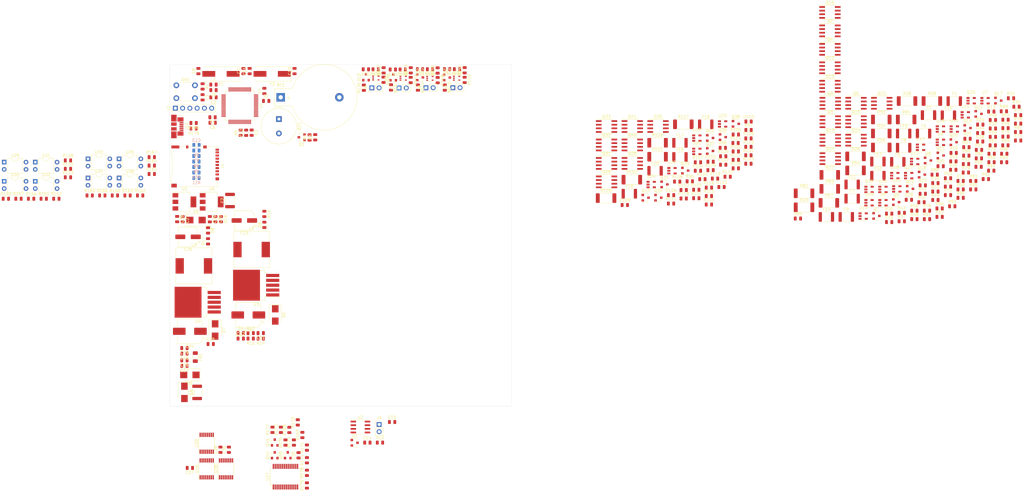
<source format=kicad_pcb>
(kicad_pcb (version 20171130) (host pcbnew "(5.1.2)-1")
  (layers (0 F.Cu signal) (31 B.Cu signal hide) (34 B.Paste user hide) (35 F.Paste user) (36 B.SilkS user hide) (37 F.SilkS user) (38 B.Mask user hide) (39 F.Mask user) (44 Edge.Cuts user))
  (net 0 "")
  (net 1 SWGND)
  (net 2 VBAT)
  (net 3 +5V)
  (net 4 "Net-(BZ1-Pad2)")
  (net 5 VCAP)
  (net 6 NRST)
  (net 7 SW_VDD)
  (net 8 PH0)
  (net 9 PH1)
  (net 10 VDDA)
  (net 11 RTC_PH0)
  (net 12 RTC_PH1)
  (net 13 Supply_check)
  (net 14 "Net-(C15-Pad1)")
  (net 15 "Net-(C16-Pad1)")
  (net 16 VDD_Fused)
  (net 17 SupplyVoltage)
  (net 18 +12V)
  (net 19 5V_USB)
  (net 20 "Net-(C30-Pad1)")
  (net 21 Temp1)
  (net 22 Temp3)
  (net 23 Temp4)
  (net 24 Temp2)
  (net 25 Can1_H)
  (net 26 Can1_L)
  (net 27 "Net-(D4-Pad2)")
  (net 28 "Net-(D5-Pad1)")
  (net 29 "Net-(D6-Pad2)")
  (net 30 "Net-(D7-Pad1)")
  (net 31 "Net-(D8-Pad2)")
  (net 32 "Net-(D10-Pad2)")
  (net 33 "Net-(D11-Pad2)")
  (net 34 "Net-(D12-Pad2)")
  (net 35 "Net-(D13-Pad2)")
  (net 36 VDD)
  (net 37 SensorSupply)
  (net 38 "Net-(F3-Pad2)")
  (net 39 "Net-(F4-Pad2)")
  (net 40 "Net-(F5-Pad2)")
  (net 41 "Net-(F6-Pad2)")
  (net 42 "Net-(F7-Pad2)")
  (net 43 "Net-(F8-Pad2)")
  (net 44 "Net-(F9-Pad2)")
  (net 45 "Net-(F10-Pad2)")
  (net 46 "Net-(F11-Pad2)")
  (net 47 "Net-(F12-Pad2)")
  (net 48 "Net-(F13-Pad2)")
  (net 49 "Net-(F14-Pad2)")
  (net 50 "Net-(F15-Pad2)")
  (net 51 "Net-(F16-Pad2)")
  (net 52 "Net-(F17-Pad2)")
  (net 53 "Net-(F18-Pad2)")
  (net 54 "Net-(F19-Pad2)")
  (net 55 "Net-(F20-Pad2)")
  (net 56 SWCLK)
  (net 57 SWDIO)
  (net 58 "Net-(J2-Pad6)")
  (net 59 "Net-(J4-Pad9)")
  (net 60 SDIO_D1)
  (net 61 SDIO_D2)
  (net 62 SDIO_D3)
  (net 63 SDIO_CMD)
  (net 64 SDIO_CK)
  (net 65 SDIO_D0)
  (net 66 "Net-(J4-Pad10)")
  (net 67 "Net-(J5-Pad1)")
  (net 68 "Net-(J6-Pad2)")
  (net 69 "Net-(J7-Pad2)")
  (net 70 "Net-(J8-Pad2)")
  (net 71 "Net-(J9-Pad2)")
  (net 72 "Net-(J10-Pad2)")
  (net 73 "Net-(J10-Pad3)")
  (net 74 "Net-(J10-Pad4)")
  (net 75 "Net-(Q1-Pad1)")
  (net 76 "Net-(Q2-Pad3)")
  (net 77 Out1)
  (net 78 "Net-(Q2-Pad1)")
  (net 79 "Net-(Q3-Pad3)")
  (net 80 Out2)
  (net 81 "Net-(Q3-Pad1)")
  (net 82 "Net-(Q4-Pad3)")
  (net 83 Out3)
  (net 84 "Net-(Q4-Pad1)")
  (net 85 "Net-(Q5-Pad3)")
  (net 86 Out4)
  (net 87 "Net-(Q10-Pad3)")
  (net 88 "Net-(Q11-Pad3)")
  (net 89 Out5)
  (net 90 "Net-(Q6-Pad3)")
  (net 91 "Net-(Q7-Pad1)")
  (net 92 "Net-(Q8-Pad1)")
  (net 93 "Net-(Q9-Pad1)")
  (net 94 "Net-(Q10-Pad1)")
  (net 95 "Net-(Q11-Pad1)")
  (net 96 "Net-(Q12-Pad1)")
  (net 97 Out6)
  (net 98 "Net-(Q12-Pad3)")
  (net 99 "Net-(Q13-Pad1)")
  (net 100 Out7)
  (net 101 "Net-(Q13-Pad3)")
  (net 102 "Net-(Q14-Pad3)")
  (net 103 Out8)
  (net 104 "Net-(Q14-Pad1)")
  (net 105 "Net-(Q15-Pad1)")
  (net 106 Out9)
  (net 107 "Net-(Q15-Pad3)")
  (net 108 "Net-(Q16-Pad3)")
  (net 109 Out10)
  (net 110 "Net-(Q16-Pad1)")
  (net 111 "Net-(Q17-Pad1)")
  (net 112 "Net-(Q18-Pad1)")
  (net 113 "Net-(Q19-Pad1)")
  (net 114 "Net-(Q20-Pad1)")
  (net 115 "Net-(Q21-Pad1)")
  (net 116 "Net-(Q22-Pad3)")
  (net 117 Out11)
  (net 118 "Net-(Q22-Pad1)")
  (net 119 "Net-(Q23-Pad1)")
  (net 120 Out12)
  (net 121 "Net-(Q23-Pad3)")
  (net 122 "Net-(Q24-Pad3)")
  (net 123 Safety)
  (net 124 "Net-(Q24-Pad1)")
  (net 125 "Net-(Q25-Pad1)")
  (net 126 "Net-(Q26-Pad1)")
  (net 127 "Net-(Q27-Pad1)")
  (net 128 "Net-(Q28-Pad1)")
  (net 129 Out21)
  (net 130 "Net-(Q28-Pad3)")
  (net 131 "Net-(Q29-Pad1)")
  (net 132 "Net-(Q30-Pad1)")
  (net 133 Out22)
  (net 134 "Net-(Q30-Pad3)")
  (net 135 "Net-(Q31-Pad1)")
  (net 136 "Net-(Q32-Pad1)")
  (net 137 Out23)
  (net 138 "Net-(Q32-Pad3)")
  (net 139 "Net-(Q33-Pad1)")
  (net 140 "Net-(Q34-Pad1)")
  (net 141 "Net-(Q35-Pad1)")
  (net 142 "Net-(Q36-Pad1)")
  (net 143 "Net-(Q37-Pad1)")
  (net 144 "Net-(Q38-Pad1)")
  (net 145 "Net-(Q39-Pad1)")
  (net 146 "Net-(Q40-Pad3)")
  (net 147 Out25)
  (net 148 "Net-(Q40-Pad1)")
  (net 149 "Net-(Q41-Pad1)")
  (net 150 Out26)
  (net 151 "Net-(Q41-Pad3)")
  (net 152 "Net-(Q42-Pad1)")
  (net 153 "Net-(Q43-Pad1)")
  (net 154 "Net-(Q44-Pad1)")
  (net 155 Drive21_1)
  (net 156 Drive22_1)
  (net 157 "Net-(Q45-Pad1)")
  (net 158 "Net-(Q46-Pad1)")
  (net 159 Drive23_1)
  (net 160 BOOT0)
  (net 161 Buzzer)
  (net 162 "Net-(R19-Pad2)")
  (net 163 "Net-(R20-Pad2)")
  (net 164 "Net-(R21-Pad2)")
  (net 165 "Net-(R22-Pad2)")
  (net 166 "Net-(R23-Pad2)")
  (net 167 Curent1)
  (net 168 Curent2)
  (net 169 Curent3)
  (net 170 Curent4)
  (net 171 Curent5)
  (net 172 Drive1)
  (net 173 Drive2)
  (net 174 Drive3)
  (net 175 Drive4)
  (net 176 Drive5)
  (net 177 "Net-(R49-Pad2)")
  (net 178 "Net-(R50-Pad2)")
  (net 179 "Net-(R51-Pad2)")
  (net 180 "Net-(R52-Pad2)")
  (net 181 "Net-(R53-Pad2)")
  (net 182 Curent6)
  (net 183 Curent7)
  (net 184 Curent8)
  (net 185 Curent9)
  (net 186 Curent10)
  (net 187 Drive6)
  (net 188 Drive7)
  (net 189 Drive8)
  (net 190 Drive9)
  (net 191 Drive10)
  (net 192 "Net-(R79-Pad2)")
  (net 193 "Net-(R80-Pad2)")
  (net 194 "Net-(R81-Pad2)")
  (net 195 Curent11)
  (net 196 Curent12)
  (net 197 Curent13)
  (net 198 Drive11)
  (net 199 Drive12)
  (net 200 Drive13)
  (net 201 "Net-(R97-Pad2)")
  (net 202 "Net-(R98-Pad2)")
  (net 203 "Net-(R99-Pad2)")
  (net 204 Curent21)
  (net 205 Curent22)
  (net 206 Curent23)
  (net 207 "Net-(R124-Pad2)")
  (net 208 "Net-(R125-Pad2)")
  (net 209 Curent25)
  (net 210 Curent26)
  (net 211 Drive25)
  (net 212 Drive26)
  (net 213 Temp1_input)
  (net 214 Temp3_input)
  (net 215 "Net-(R138-Pad1)")
  (net 216 "Net-(R139-Pad1)")
  (net 217 "Net-(R142-Pad1)")
  (net 218 "Net-(R143-Pad1)")
  (net 219 Temp4_input)
  (net 220 Temp2_input)
  (net 221 "Net-(R146-Pad1)")
  (net 222 "Net-(R147-Pad1)")
  (net 223 "Net-(R150-Pad1)")
  (net 224 "Net-(R151-Pad1)")
  (net 225 In0)
  (net 226 "Net-(R152-Pad1)")
  (net 227 In1)
  (net 228 "Net-(R153-Pad1)")
  (net 229 Input0)
  (net 230 Input1)
  (net 231 In2)
  (net 232 "Net-(R156-Pad1)")
  (net 233 In3)
  (net 234 "Net-(R157-Pad1)")
  (net 235 Input2)
  (net 236 Input3)
  (net 237 "Net-(R160-Pad2)")
  (net 238 "Net-(R161-Pad2)")
  (net 239 "Net-(R162-Pad2)")
  (net 240 "Net-(R163-Pad2)")
  (net 241 DigitalOut1)
  (net 242 DigitalOut2)
  (net 243 DigitalOut3)
  (net 244 DigitalOut4)
  (net 245 SDA)
  (net 246 SCK)
  (net 247 HC_drive1)
  (net 248 HC_drive2)
  (net 249 HC_drive3)
  (net 250 USB_DP)
  (net 251 USB_DM)
  (net 252 "Net-(U1-Pad2)")
  (net 253 ADC0)
  (net 254 ADC1)
  (net 255 ADC2)
  (net 256 uC_out1)
  (net 257 ADC_s0)
  (net 258 ADC_s1)
  (net 259 ADC_s2)
  (net 260 ADC_s3)
  (net 261 ADC_s4)
  (net 262 ADC_s5)
  (net 263 ADC_s6)
  (net 264 ADC_s7)
  (net 265 uC_out2)
  (net 266 uC_out3)
  (net 267 "Net-(U1-Pad36)")
  (net 268 uC_out4)
  (net 269 "Net-(U1-Pad38)")
  (net 270 "Net-(U1-Pad40)")
  (net 271 ADC_s8)
  (net 272 "Net-(U1-Pad43)")
  (net 273 "Net-(U1-Pad51)")
  (net 274 "Net-(U1-Pad53)")
  (net 275 Can1_RX)
  (net 276 Can1_TX)
  (net 277 "Net-(U37-Pad11)")
  (net 278 "Net-(U37-Pad14)")
  (net 279 "Net-(U37-Pad19)")
  (net 280 "Net-(U37-Pad20)")
  (net 281 "Net-(U37-Pad28)")
  (net 282 Curent24)
  (module Battery:BatteryHolder_Keystone_103_1x20mm (layer F.Cu) (at 114.935 44.45)
    (fp_text reference BT1 (at 0 -4.3) (layer F.SilkS))
    (fp_text value Battery_Cell)
    (fp_text user + (at 2.75 0) (layer F.SilkS) (effects (font (size 1.5 1.5))))
    (pad 2 thru_hole circle (at 20.49 0) (size 3 3) (drill 1.5) (layers *.Cu *.Mask) (net 1 SWGND))
    (pad 1 thru_hole rect (at 0 0) (size 3 3) (drill 1.5) (layers *.Cu *.Mask) (net 2 VBAT))
  )
  (module Buzzer_Beeper:Buzzer_TDK_PS1240P02BT_D12.2mm_H6.5mm (layer F.Cu) (at 114.3 52.07 270)
    (fp_text reference BZ1 (at 2.5 -7.17 90) (layer F.SilkS))
    (fp_text value Buzzer)
    (pad 1 thru_hole rect (at 0 0 270) (size 2 2) (drill 1) (layers *.Cu *.Mask) (net 3 +5V))
    (pad 2 thru_hole circle (at 5 0 270) (size 2 2) (drill 1) (layers *.Cu *.Mask) (net 4 "Net-(BZ1-Pad2)"))
  )
  (module Capacitor_SMD:C_0805_2012Metric (layer F.Cu) (at 91.1075 51.435 180)
    (fp_text reference C1 (at 0 -1.65) (layer F.SilkS))
    (fp_text value 100n)
    (pad 2 smd roundrect (at 0.9375 0 180) (size 0.975 1.4) (layers F.Cu F.Paste F.Mask) (net 1 SWGND))
    (pad 1 smd roundrect (at -0.9375 0 180) (size 0.975 1.4) (layers F.Cu F.Paste F.Mask) (net 5 VCAP))
  )
  (module Capacitor_SMD:C_0805_2012Metric (layer F.Cu) (at 87.63 44.45 270)
    (fp_text reference C2 (at 0 -1.65 90) (layer F.SilkS))
    (fp_text value 100nF)
    (pad 1 smd roundrect (at -0.9375 0 270) (size 0.975 1.4) (layers F.Cu F.Paste F.Mask) (net 1 SWGND))
    (pad 2 smd roundrect (at 0.9375 0 270) (size 0.975 1.4) (layers F.Cu F.Paste F.Mask) (net 6 NRST))
  )
  (module Capacitor_SMD:C_0805_2012Metric (layer F.Cu) (at 104.775 56.8175 270)
    (fp_text reference C3 (at 0 -1.65 90) (layer F.SilkS))
    (fp_text value 100nF)
    (pad 2 smd roundrect (at 0.9375 0 270) (size 0.975 1.4) (layers F.Cu F.Paste F.Mask) (net 1 SWGND))
    (pad 1 smd roundrect (at -0.9375 0 270) (size 0.975 1.4) (layers F.Cu F.Paste F.Mask) (net 7 SW_VDD))
  )
  (module Capacitor_SMD:C_0805_2012Metric (layer F.Cu) (at 109.22 42.2425 90)
    (fp_text reference C4 (at 0 -1.65 90) (layer F.SilkS))
    (fp_text value 100nF)
    (pad 2 smd roundrect (at 0.9375 0 90) (size 0.975 1.4) (layers F.Cu F.Paste F.Mask) (net 1 SWGND))
    (pad 1 smd roundrect (at -0.9375 0 90) (size 0.975 1.4) (layers F.Cu F.Paste F.Mask) (net 7 SW_VDD))
  )
  (module Capacitor_SMD:C_0805_2012Metric (layer F.Cu) (at 91.44 44.45 180)
    (fp_text reference C5 (at 0 -1.65) (layer F.SilkS))
    (fp_text value 100nF)
    (pad 1 smd roundrect (at -0.9375 0 180) (size 0.975 1.4) (layers F.Cu F.Paste F.Mask) (net 7 SW_VDD))
    (pad 2 smd roundrect (at 0.9375 0 180) (size 0.975 1.4) (layers F.Cu F.Paste F.Mask) (net 1 SWGND))
  )
  (module Capacitor_SMD:C_0805_2012Metric (layer F.Cu) (at 91.1375 53.34 180)
    (fp_text reference C6 (at 0 -1.65) (layer F.SilkS))
    (fp_text value 100nF)
    (pad 2 smd roundrect (at 0.9375 0 180) (size 0.975 1.4) (layers F.Cu F.Paste F.Mask) (net 1 SWGND))
    (pad 1 smd roundrect (at -0.9375 0 180) (size 0.975 1.4) (layers F.Cu F.Paste F.Mask) (net 7 SW_VDD))
  )
  (module Capacitor_SMD:C_0805_2012Metric (layer F.Cu) (at 101.9175 35.291 90)
    (fp_text reference C7 (at 0 -1.65 90) (layer F.SilkS))
    (fp_text value 22p)
    (pad 1 smd roundrect (at -0.9375 0 90) (size 0.975 1.4) (layers F.Cu F.Paste F.Mask) (net 8 PH0))
    (pad 2 smd roundrect (at 0.9375 0 90) (size 0.975 1.4) (layers F.Cu F.Paste F.Mask) (net 1 SWGND))
  )
  (module Capacitor_SMD:C_0805_2012Metric (layer F.Cu) (at 86.1695 35.291 90)
    (fp_text reference C8 (at 0 -1.65 90) (layer F.SilkS))
    (fp_text value 22p)
    (pad 2 smd roundrect (at 0.9375 0 90) (size 0.975 1.4) (layers F.Cu F.Paste F.Mask) (net 1 SWGND))
    (pad 1 smd roundrect (at -0.9375 0 90) (size 0.975 1.4) (layers F.Cu F.Paste F.Mask) (net 9 PH1))
  )
  (module Capacitor_SMD:C_0805_2012Metric (layer F.Cu) (at 91.4423 41.9354 180)
    (fp_text reference C9 (at 0 -1.65) (layer F.SilkS))
    (fp_text value 100nF)
    (pad 1 smd roundrect (at -0.9375 0 180) (size 0.975 1.4) (layers F.Cu F.Paste F.Mask) (net 10 VDDA))
    (pad 2 smd roundrect (at 0.9375 0 180) (size 0.975 1.4) (layers F.Cu F.Paste F.Mask) (net 1 SWGND))
  )
  (module Capacitor_SMD:C_0805_2012Metric (layer F.Cu) (at 119.761 35.291 90)
    (fp_text reference C10 (at 0 -1.65 90) (layer F.SilkS))
    (fp_text value 22p)
    (pad 2 smd roundrect (at 0.9375 0 90) (size 0.975 1.4) (layers F.Cu F.Paste F.Mask) (net 1 SWGND))
    (pad 1 smd roundrect (at -0.9375 0 90) (size 0.975 1.4) (layers F.Cu F.Paste F.Mask) (net 11 RTC_PH0))
  )
  (module Capacitor_SMD:C_0805_2012Metric (layer F.Cu) (at 104.0765 35.291 90)
    (fp_text reference C11 (at 0 -1.65 90) (layer F.SilkS))
    (fp_text value 22p)
    (pad 1 smd roundrect (at -0.9375 0 90) (size 0.975 1.4) (layers F.Cu F.Paste F.Mask) (net 12 RTC_PH1))
    (pad 2 smd roundrect (at 0.9375 0 90) (size 0.975 1.4) (layers F.Cu F.Paste F.Mask) (net 1 SWGND))
  )
  (module Capacitor_SMD:C_0805_2012Metric (layer F.Cu) (at 102.87 56.8475 90)
    (fp_text reference C12 (at 0 -1.65 90) (layer F.SilkS))
    (fp_text value 100nF)
    (pad 2 smd roundrect (at 0.9375 0 90) (size 0.975 1.4) (layers F.Cu F.Paste F.Mask) (net 13 Supply_check))
    (pad 1 smd roundrect (at -0.9375 0 90) (size 0.975 1.4) (layers F.Cu F.Paste F.Mask) (net 1 SWGND))
  )
  (module Capacitor_SMD:C_0805_2012Metric (layer B.Cu) (at 85.4964 61.1124 180)
    (fp_text reference C13 (at 0 1.65) (layer B.SilkS) (effects (justify mirror)))
    (fp_text value 100nF)
    (pad 1 smd roundrect (at -0.9375 0 180) (size 0.975 1.4) (layers B.Cu B.Paste B.Mask) (net 1 SWGND))
    (pad 2 smd roundrect (at 0.9375 0 180) (size 0.975 1.4) (layers B.Cu B.Paste B.Mask) (net 7 SW_VDD))
  )
  (module Capacitor_SMD:C_0805_2012Metric (layer F.Cu) (at 145.220001 165.145001)
    (fp_text reference C14 (at 0 -1.65) (layer F.SilkS))
    (fp_text value 100n)
    (pad 1 smd roundrect (at -0.9375 0) (size 0.975 1.4) (layers F.Cu F.Paste F.Mask) (net 3 +5V))
    (pad 2 smd roundrect (at 0.9375 0) (size 0.975 1.4) (layers F.Cu F.Paste F.Mask) (net 1 SWGND))
  )
  (module Capacitor_SMD:C_0805_2012Metric (layer F.Cu) (at 153.870001 157.945001)
    (fp_text reference C15 (at 0 -1.65) (layer F.SilkS))
    (fp_text value 100n)
    (pad 2 smd roundrect (at 0.9375 0) (size 0.975 1.4) (layers F.Cu F.Paste F.Mask) (net 1 SWGND))
    (pad 1 smd roundrect (at -0.9375 0) (size 0.975 1.4) (layers F.Cu F.Paste F.Mask) (net 14 "Net-(C15-Pad1)"))
  )
  (module Capacitor_SMD:C_0805_2012Metric (layer F.Cu) (at 81.28 136.398 180)
    (fp_text reference C16 (at 0 -1.65) (layer F.SilkS))
    (fp_text value 4,7n)
    (pad 1 smd roundrect (at -0.9375 0 180) (size 0.975 1.4) (layers F.Cu F.Paste F.Mask) (net 15 "Net-(C16-Pad1)"))
    (pad 2 smd roundrect (at 0.9375 0 180) (size 0.975 1.4) (layers F.Cu F.Paste F.Mask) (net 1 SWGND))
  )
  (module Capacitor_SMD:C_0805_2012Metric (layer F.Cu) (at 81.28 138.303 180)
    (fp_text reference C17 (at 0 -1.65) (layer F.SilkS))
    (fp_text value 100n)
    (pad 2 smd roundrect (at 0.9375 0 180) (size 0.975 1.4) (layers F.Cu F.Paste F.Mask) (net 1 SWGND))
    (pad 1 smd roundrect (at -0.9375 0 180) (size 0.975 1.4) (layers F.Cu F.Paste F.Mask) (net 15 "Net-(C16-Pad1)"))
  )
  (module Capacitor_SMD:C_0805_2012Metric (layer F.Cu) (at 81.2823 134.0104 180)
    (fp_text reference C18 (at 0 -1.65) (layer F.SilkS))
    (fp_text value 4,7n)
    (pad 1 smd roundrect (at -0.9375 0 180) (size 0.975 1.4) (layers F.Cu F.Paste F.Mask) (net 16 VDD_Fused))
    (pad 2 smd roundrect (at 0.9375 0 180) (size 0.975 1.4) (layers F.Cu F.Paste F.Mask) (net 1 SWGND))
  )
  (module Capacitor_SMD:C_0805_2012Metric (layer F.Cu) (at 81.2823 132.1054 180)
    (fp_text reference C19 (at 0 -1.65) (layer F.SilkS))
    (fp_text value 100n)
    (pad 1 smd roundrect (at -0.9375 0 180) (size 0.975 1.4) (layers F.Cu F.Paste F.Mask) (net 16 VDD_Fused))
    (pad 2 smd roundrect (at 0.9375 0 180) (size 0.975 1.4) (layers F.Cu F.Paste F.Mask) (net 1 SWGND))
  )
  (module Capacitor_SMD:CP_Elec_8x10.5 (layer F.Cu) (at 103.615 120.523 180)
    (fp_text reference C20 (at 0 -5.3) (layer F.SilkS))
    (fp_text value 680u)
    (pad 2 smd roundrect (at 3.7 0 180) (size 4.4 2.5) (layers F.Cu F.Paste F.Mask) (roundrect_rratio 0.1) (net 1 SWGND))
    (pad 1 smd roundrect (at -3.7 0 180) (size 4.4 2.5) (layers F.Cu F.Paste F.Mask) (roundrect_rratio 0.1) (net 16 VDD_Fused))
  )
  (module Capacitor_SMD:C_0805_2012Metric (layer F.Cu) (at 107.9477 126.873 180)
    (fp_text reference C21 (at 0 -1.65) (layer F.SilkS))
    (fp_text value 100n)
    (pad 1 smd roundrect (at -0.9375 0 180) (size 0.975 1.4) (layers F.Cu F.Paste F.Mask) (net 16 VDD_Fused))
    (pad 2 smd roundrect (at 0.9375 0 180) (size 0.975 1.4) (layers F.Cu F.Paste F.Mask) (net 1 SWGND))
  )
  (module Capacitor_SMD:C_0805_2012Metric (layer F.Cu) (at 100.965 128.778)
    (fp_text reference C22 (at 0 -1.65) (layer F.SilkS))
    (fp_text value 10n)
    (pad 1 smd roundrect (at -0.9375 0) (size 0.975 1.4) (layers F.Cu F.Paste F.Mask) (net 17 SupplyVoltage))
    (pad 2 smd roundrect (at 0.9375 0) (size 0.975 1.4) (layers F.Cu F.Paste F.Mask) (net 1 SWGND))
  )
  (module Capacitor_SMD:CP_Elec_6.3x5.8 (layer F.Cu) (at 102.235 87.503 180)
    (fp_text reference C23 (at 0 -4.35) (layer F.SilkS))
    (fp_text value 220n)
    (pad 2 smd roundrect (at 2.7 0 180) (size 3.5 1.6) (layers F.Cu F.Paste F.Mask) (roundrect_rratio 0.15625) (net 1 SWGND))
    (pad 1 smd roundrect (at -2.7 0 180) (size 3.5 1.6) (layers F.Cu F.Paste F.Mask) (roundrect_rratio 0.15625) (net 18 +12V))
  )
  (module Capacitor_SMD:CP_Elec_8x10.5 (layer F.Cu) (at 83.185 126.238 180)
    (fp_text reference C24 (at 0 -5.3) (layer F.SilkS))
    (fp_text value 680u)
    (pad 1 smd roundrect (at -3.7 0 180) (size 4.4 2.5) (layers F.Cu F.Paste F.Mask) (roundrect_rratio 0.1) (net 16 VDD_Fused))
    (pad 2 smd roundrect (at 3.7 0 180) (size 4.4 2.5) (layers F.Cu F.Paste F.Mask) (roundrect_rratio 0.1) (net 1 SWGND))
  )
  (module Capacitor_SMD:C_0805_2012Metric (layer F.Cu) (at 90.4725 130.683)
    (fp_text reference C25 (at 0 -1.65) (layer F.SilkS))
    (fp_text value 100nF)
    (pad 2 smd roundrect (at 0.9375 0) (size 0.975 1.4) (layers F.Cu F.Paste F.Mask) (net 1 SWGND))
    (pad 1 smd roundrect (at -0.9375 0) (size 0.975 1.4) (layers F.Cu F.Paste F.Mask) (net 16 VDD_Fused))
  )
  (module Capacitor_SMD:CP_Elec_6.3x5.8 (layer F.Cu) (at 82.55 93.218 180)
    (fp_text reference C26 (at 0 -4.35) (layer F.SilkS))
    (fp_text value 220u)
    (pad 1 smd roundrect (at -2.7 0 180) (size 3.5 1.6) (layers F.Cu F.Paste F.Mask) (roundrect_rratio 0.15625) (net 3 +5V))
    (pad 2 smd roundrect (at 2.7 0 180) (size 3.5 1.6) (layers F.Cu F.Paste F.Mask) (roundrect_rratio 0.15625) (net 1 SWGND))
  )
  (module Capacitor_SMD:C_0805_2012Metric (layer F.Cu) (at 80.645 87.0481 270)
    (fp_text reference C27 (at 0 -1.65 90) (layer F.SilkS))
    (fp_text value 100n)
    (pad 2 smd roundrect (at 0.9375 0 270) (size 0.975 1.4) (layers F.Cu F.Paste F.Mask) (net 1 SWGND))
    (pad 1 smd roundrect (at -0.9375 0 270) (size 0.975 1.4) (layers F.Cu F.Paste F.Mask) (net 19 5V_USB))
  )
  (module Capacitor_SMD:C_0805_2012Metric (layer F.Cu) (at 78.74 87.0181 270)
    (fp_text reference C28 (at 0 -1.65 90) (layer F.SilkS))
    (fp_text value 100n)
    (pad 1 smd roundrect (at -0.9375 0 270) (size 0.975 1.4) (layers F.Cu F.Paste F.Mask) (net 7 SW_VDD))
    (pad 2 smd roundrect (at 0.9375 0 270) (size 0.975 1.4) (layers F.Cu F.Paste F.Mask) (net 1 SWGND))
  )
  (module Capacitor_SMD:C_0805_2012Metric (layer F.Cu) (at 90.17 87.0481 270)
    (fp_text reference C29 (at 0 -1.65 90) (layer F.SilkS))
    (fp_text value 100n)
    (pad 2 smd roundrect (at 0.9375 0 270) (size 0.975 1.4) (layers F.Cu F.Paste F.Mask) (net 1 SWGND))
    (pad 1 smd roundrect (at -0.9375 0 270) (size 0.975 1.4) (layers F.Cu F.Paste F.Mask) (net 3 +5V))
  )
  (module Capacitor_SMD:C_0805_2012Metric (layer F.Cu) (at 92.1004 87.0435 270)
    (fp_text reference C30 (at 0 -1.65 90) (layer F.SilkS))
    (fp_text value 100n)
    (pad 2 smd roundrect (at 0.9375 0 270) (size 0.975 1.4) (layers F.Cu F.Paste F.Mask) (net 1 SWGND))
    (pad 1 smd roundrect (at -0.9375 0 270) (size 0.975 1.4) (layers F.Cu F.Paste F.Mask) (net 20 "Net-(C30-Pad1)"))
  )
  (module Capacitor_SMD:C_0805_2012Metric (layer F.Cu) (at 144.7061 34.671 180)
    (fp_text reference C31 (at 0 -1.65) (layer F.SilkS))
    (fp_text value 100nF)
    (pad 2 smd roundrect (at 0.9375 0 180) (size 0.975 1.4) (layers F.Cu F.Paste F.Mask) (net 1 SWGND))
    (pad 1 smd roundrect (at -0.9375 0 180) (size 0.975 1.4) (layers F.Cu F.Paste F.Mask) (net 21 Temp1))
  )
  (module Capacitor_SMD:C_0805_2012Metric (layer F.Cu) (at 154.1272 34.7218 180)
    (fp_text reference C32 (at 0 -1.65) (layer F.SilkS))
    (fp_text value 100nF)
    (pad 2 smd roundrect (at 0.9375 0 180) (size 0.975 1.4) (layers F.Cu F.Paste F.Mask) (net 1 SWGND))
    (pad 1 smd roundrect (at -0.9375 0 180) (size 0.975 1.4) (layers F.Cu F.Paste F.Mask) (net 22 Temp3))
  )
  (module Capacitor_SMD:C_0805_2012Metric (layer F.Cu) (at 163.6245 34.6456 180)
    (fp_text reference C33 (at 0 -1.65) (layer F.SilkS))
    (fp_text value 100nF)
    (pad 1 smd roundrect (at -0.9375 0 180) (size 0.975 1.4) (layers F.Cu F.Paste F.Mask) (net 23 Temp4))
    (pad 2 smd roundrect (at 0.9375 0 180) (size 0.975 1.4) (layers F.Cu F.Paste F.Mask) (net 1 SWGND))
  )
  (module Capacitor_SMD:C_0805_2012Metric (layer F.Cu) (at 173.0987 34.6202 180)
    (fp_text reference C34 (at 0 -1.65) (layer F.SilkS))
    (fp_text value 100nF)
    (pad 1 smd roundrect (at -0.9375 0 180) (size 0.975 1.4) (layers F.Cu F.Paste F.Mask) (net 24 Temp2))
    (pad 2 smd roundrect (at 0.9375 0 180) (size 0.975 1.4) (layers F.Cu F.Paste F.Mask) (net 1 SWGND))
  )
  (module Capacitor_SMD:C_0805_2012Metric (layer F.Cu) (at 121.150001 169.574999 90)
    (fp_text reference C35 (at 0 -1.65 90) (layer F.SilkS))
    (fp_text value C_Small)
    (pad 1 smd roundrect (at -0.9375 0 90) (size 0.975 1.4) (layers F.Cu F.Paste F.Mask) (net 3 +5V))
    (pad 2 smd roundrect (at 0.9375 0 90) (size 0.975 1.4) (layers F.Cu F.Paste F.Mask) (net 1 SWGND))
  )
  (module Capacitor_SMD:C_0805_2012Metric (layer F.Cu) (at 96.820001 167.644999 90)
    (fp_text reference C36 (at 0 -1.65 90) (layer F.SilkS))
    (fp_text value 100n)
    (pad 2 smd roundrect (at 0.9375 0 90) (size 0.975 1.4) (layers F.Cu F.Paste F.Mask) (net 1 SWGND))
    (pad 1 smd roundrect (at -0.9375 0 90) (size 0.975 1.4) (layers F.Cu F.Paste F.Mask) (net 7 SW_VDD))
  )
  (module Capacitor_SMD:C_0805_2012Metric (layer F.Cu) (at 83.185 173.99 180)
    (fp_text reference C37 (at 0 -1.65) (layer F.SilkS))
    (fp_text value 100n)
    (pad 2 smd roundrect (at 0.9375 0 180) (size 0.975 1.4) (layers F.Cu F.Paste F.Mask) (net 1 SWGND))
    (pad 1 smd roundrect (at -0.9375 0 180) (size 0.975 1.4) (layers F.Cu F.Paste F.Mask) (net 7 SW_VDD))
  )
  (module Capacitor_SMD:C_0805_2012Metric (layer F.Cu) (at 93.870001 167.644999 90)
    (fp_text reference C38 (at 0 -1.65 90) (layer F.SilkS))
    (fp_text value 100n)
    (pad 1 smd roundrect (at -0.9375 0 90) (size 0.975 1.4) (layers F.Cu F.Paste F.Mask) (net 7 SW_VDD))
    (pad 2 smd roundrect (at 0.9375 0 90) (size 0.975 1.4) (layers F.Cu F.Paste F.Mask) (net 1 SWGND))
  )
  (module Package_TO_SOT_SMD:SOT-23 (layer F.Cu) (at 140.790001 165.195001)
    (fp_text reference D1 (at 0 -2.5) (layer F.SilkS))
    (fp_text value D_TVS_x2_AAC)
    (pad 3 smd rect (at 1 0) (size 0.9 0.8) (layers F.Cu F.Paste F.Mask) (net 1 SWGND))
    (pad 2 smd rect (at -1 0.95) (size 0.9 0.8) (layers F.Cu F.Paste F.Mask) (net 25 Can1_H))
    (pad 1 smd rect (at -1 -0.95) (size 0.9 0.8) (layers F.Cu F.Paste F.Mask) (net 26 Can1_L))
  )
  (module Diode_SMD:D_SMB (layer F.Cu) (at 81.28 147.583 270)
    (fp_text reference D2 (at 0 -3 90) (layer F.SilkS))
    (fp_text value 30V)
    (pad 2 smd rect (at 2.15 0 270) (size 2.5 2.3) (layers F.Cu F.Paste F.Mask) (net 1 SWGND))
    (pad 1 smd rect (at -2.15 0 270) (size 2.5 2.3) (layers F.Cu F.Paste F.Mask) (net 15 "Net-(C16-Pad1)"))
  )
  (module Diode_SMD:D_SMB (layer F.Cu) (at 83.185 141.478 180)
    (fp_text reference D3 (at 0 -3) (layer F.SilkS))
    (fp_text value D_Schottky)
    (pad 1 smd rect (at -2.15 0 180) (size 2.5 2.3) (layers F.Cu F.Paste F.Mask) (net 15 "Net-(C16-Pad1)"))
    (pad 2 smd rect (at 2.15 0 180) (size 2.5 2.3) (layers F.Cu F.Paste F.Mask) (net 1 SWGND))
  )
  (module Diode_SMD:D_0805_2012Metric (layer F.Cu) (at 100.965 126.873)
    (fp_text reference D4 (at 0 -1.65) (layer F.SilkS))
    (fp_text value LED_Small)
    (pad 1 smd roundrect (at -0.9375 0) (size 0.975 1.4) (layers F.Cu F.Paste F.Mask) (net 1 SWGND))
    (pad 2 smd roundrect (at 0.9375 0) (size 0.975 1.4) (layers F.Cu F.Paste F.Mask) (net 27 "Net-(D4-Pad2)"))
  )
  (module Diode_SMD:D_SMB (layer F.Cu) (at 113.03 120.523 270)
    (fp_text reference D5 (at 0 -3 90) (layer F.SilkS))
    (fp_text value D_Schottky)
    (pad 2 smd rect (at 2.15 0 270) (size 2.5 2.3) (layers F.Cu F.Paste F.Mask) (net 1 SWGND))
    (pad 1 smd rect (at -2.15 0 270) (size 2.5 2.3) (layers F.Cu F.Paste F.Mask) (net 28 "Net-(D5-Pad1)"))
  )
  (module Diode_SMD:D_0805_2012Metric (layer F.Cu) (at 109.22 89.027 90)
    (fp_text reference D6 (at 0 -1.65 90) (layer F.SilkS))
    (fp_text value LED_Small)
    (pad 2 smd roundrect (at 0.9375 0 90) (size 0.975 1.4) (layers F.Cu F.Paste F.Mask) (net 29 "Net-(D6-Pad2)"))
    (pad 1 smd roundrect (at -0.9375 0 90) (size 0.975 1.4) (layers F.Cu F.Paste F.Mask) (net 1 SWGND))
  )
  (module Diode_SMD:D_SMB (layer F.Cu) (at 92.0115 125.7845 270)
    (fp_text reference D7 (at 0 -3 90) (layer F.SilkS))
    (fp_text value D_Schottky)
    (pad 1 smd rect (at -2.15 0 270) (size 2.5 2.3) (layers F.Cu F.Paste F.Mask) (net 30 "Net-(D7-Pad1)"))
    (pad 2 smd rect (at 2.15 0 270) (size 2.5 2.3) (layers F.Cu F.Paste F.Mask) (net 1 SWGND))
  )
  (module Diode_SMD:D_0805_2012Metric (layer F.Cu) (at 89.535 90.9805 270)
    (fp_text reference D8 (at 0 -1.65 90) (layer F.SilkS))
    (fp_text value LED_Small)
    (pad 1 smd roundrect (at -0.9375 0 270) (size 0.975 1.4) (layers F.Cu F.Paste F.Mask) (net 1 SWGND))
    (pad 2 smd roundrect (at 0.9375 0 270) (size 0.975 1.4) (layers F.Cu F.Paste F.Mask) (net 31 "Net-(D8-Pad2)"))
  )
  (module Diode_SMD:D_SMB (layer F.Cu) (at 85.335 87.3506)
    (fp_text reference D9 (at 0 -3) (layer F.SilkS))
    (fp_text value D_Schottky_Small)
    (pad 1 smd rect (at -2.15 0) (size 2.5 2.3) (layers F.Cu F.Paste F.Mask) (net 19 5V_USB))
    (pad 2 smd rect (at 2.15 0) (size 2.5 2.3) (layers F.Cu F.Paste F.Mask) (net 3 +5V))
  )
  (module Package_TO_SOT_SMD:SOT-23 (layer F.Cu) (at 144.7546 37.449 90)
    (fp_text reference D10 (at 0 -2.5 90) (layer F.SilkS))
    (fp_text value D_TVS_x2_ACA)
    (pad 3 smd rect (at 1 0 90) (size 0.9 0.8) (layers F.Cu F.Paste F.Mask) (net 7 SW_VDD))
    (pad 2 smd rect (at -1 0.95 90) (size 0.9 0.8) (layers F.Cu F.Paste F.Mask) (net 32 "Net-(D10-Pad2)"))
    (pad 1 smd rect (at -1 -0.95 90) (size 0.9 0.8) (layers F.Cu F.Paste F.Mask) (net 1 SWGND))
  )
  (module Package_TO_SOT_SMD:SOT-23 (layer F.Cu) (at 154.2542 37.4998 90)
    (fp_text reference D11 (at 0 -2.5 90) (layer F.SilkS))
    (fp_text value D_TVS_x2_ACA)
    (pad 1 smd rect (at -1 -0.95 90) (size 0.9 0.8) (layers F.Cu F.Paste F.Mask) (net 1 SWGND))
    (pad 2 smd rect (at -1 0.95 90) (size 0.9 0.8) (layers F.Cu F.Paste F.Mask) (net 33 "Net-(D11-Pad2)"))
    (pad 3 smd rect (at 1 0 90) (size 0.9 0.8) (layers F.Cu F.Paste F.Mask) (net 7 SW_VDD))
  )
  (module Package_TO_SOT_SMD:SOT-23 (layer F.Cu) (at 163.6362 37.5056)
    (fp_text reference D12 (at 0 -2.5) (layer F.SilkS))
    (fp_text value D_TVS_x2_ACA)
    (pad 3 smd rect (at 1 0) (size 0.9 0.8) (layers F.Cu F.Paste F.Mask) (net 7 SW_VDD))
    (pad 2 smd rect (at -1 0.95) (size 0.9 0.8) (layers F.Cu F.Paste F.Mask) (net 34 "Net-(D12-Pad2)"))
    (pad 1 smd rect (at -1 -0.95) (size 0.9 0.8) (layers F.Cu F.Paste F.Mask) (net 1 SWGND))
  )
  (module Package_TO_SOT_SMD:SOT-23 (layer F.Cu) (at 173.0502 37.5412)
    (fp_text reference D13 (at 0 -2.5) (layer F.SilkS))
    (fp_text value D_TVS_x2_ACA)
    (pad 3 smd rect (at 1 0) (size 0.9 0.8) (layers F.Cu F.Paste F.Mask) (net 7 SW_VDD))
    (pad 2 smd rect (at -1 0.95) (size 0.9 0.8) (layers F.Cu F.Paste F.Mask) (net 35 "Net-(D13-Pad2)"))
    (pad 1 smd rect (at -1 -0.95) (size 0.9 0.8) (layers F.Cu F.Paste F.Mask) (net 1 SWGND))
  )
  (module Fuse:Fuse_1812_4532Metric (layer F.Cu) (at 85.725 147.5955 90)
    (fp_text reference F1 (at 0 -2.65 90) (layer F.SilkS))
    (fp_text value 500mA)
    (pad 1 smd roundrect (at -2.1375 0 90) (size 1.125 3.4) (layers F.Cu F.Paste F.Mask) (roundrect_rratio 0.222222) (net 36 VDD))
    (pad 2 smd roundrect (at 2.1375 0 90) (size 1.125 3.4) (layers F.Cu F.Paste F.Mask) (roundrect_rratio 0.222222) (net 15 "Net-(C16-Pad1)"))
  )
  (module Fuse:Fuse_1812_4532Metric (layer F.Cu) (at 97.2185 80.5346 90)
    (fp_text reference F2 (at 0 -2.65 90) (layer F.SilkS))
    (fp_text value 200mA)
    (pad 1 smd roundrect (at -2.1375 0 90) (size 1.125 3.4) (layers F.Cu F.Paste F.Mask) (roundrect_rratio 0.222222) (net 20 "Net-(C30-Pad1)"))
    (pad 2 smd roundrect (at 2.1375 0 90) (size 1.125 3.4) (layers F.Cu F.Paste F.Mask) (roundrect_rratio 0.222222) (net 37 SensorSupply))
  )
  (module Fuse:Fuse_1812_4532Metric (layer F.Cu) (at 341.360001 50.680001)
    (fp_text reference F3 (at 0 -2.65) (layer F.SilkS))
    (fp_text value Polyfuse_Small)
    (pad 1 smd roundrect (at -2.1375 0) (size 1.125 3.4) (layers F.Cu F.Paste F.Mask) (roundrect_rratio 0.222222) (net 36 VDD))
    (pad 2 smd roundrect (at 2.1375 0) (size 1.125 3.4) (layers F.Cu F.Paste F.Mask) (roundrect_rratio 0.222222) (net 38 "Net-(F3-Pad2)"))
  )
  (module Fuse:Fuse_1812_4532Metric (layer F.Cu) (at 350.360001 45.790001)
    (fp_text reference F4 (at 0 -2.65) (layer F.SilkS))
    (fp_text value Polyfuse_Small)
    (pad 1 smd roundrect (at -2.1375 0) (size 1.125 3.4) (layers F.Cu F.Paste F.Mask) (roundrect_rratio 0.222222) (net 36 VDD))
    (pad 2 smd roundrect (at 2.1375 0) (size 1.125 3.4) (layers F.Cu F.Paste F.Mask) (roundrect_rratio 0.222222) (net 39 "Net-(F4-Pad2)"))
  )
  (module Fuse:Fuse_1812_4532Metric (layer F.Cu) (at 339.620001 57.130001)
    (fp_text reference F5 (at 0 -2.65) (layer F.SilkS))
    (fp_text value Polyfuse_Small)
    (pad 2 smd roundrect (at 2.1375 0) (size 1.125 3.4) (layers F.Cu F.Paste F.Mask) (roundrect_rratio 0.222222) (net 40 "Net-(F5-Pad2)"))
    (pad 1 smd roundrect (at -2.1375 0) (size 1.125 3.4) (layers F.Cu F.Paste F.Mask) (roundrect_rratio 0.222222) (net 36 VDD))
  )
  (module Fuse:Fuse_1812_4532Metric (layer F.Cu) (at 330.620001 67.030001)
    (fp_text reference F6 (at 0 -2.65) (layer F.SilkS))
    (fp_text value Polyfuse_Small)
    (pad 1 smd roundrect (at -2.1375 0) (size 1.125 3.4) (layers F.Cu F.Paste F.Mask) (roundrect_rratio 0.222222) (net 36 VDD))
    (pad 2 smd roundrect (at 2.1375 0) (size 1.125 3.4) (layers F.Cu F.Paste F.Mask) (roundrect_rratio 0.222222) (net 41 "Net-(F6-Pad2)"))
  )
  (module Fuse:Fuse_1812_4532Metric (layer F.Cu) (at 314.670001 79.870001)
    (fp_text reference F7 (at 0 -2.65) (layer F.SilkS))
    (fp_text value Polyfuse_Small)
    (pad 2 smd roundrect (at 2.1375 0) (size 1.125 3.4) (layers F.Cu F.Paste F.Mask) (roundrect_rratio 0.222222) (net 42 "Net-(F7-Pad2)"))
    (pad 1 smd roundrect (at -2.1375 0) (size 1.125 3.4) (layers F.Cu F.Paste F.Mask) (roundrect_rratio 0.222222) (net 36 VDD))
  )
  (module Fuse:Fuse_1812_4532Metric (layer F.Cu) (at 332.670001 62.080001)
    (fp_text reference F8 (at 0 -2.65) (layer F.SilkS))
    (fp_text value Polyfuse_Small)
    (pad 2 smd roundrect (at 2.1375 0) (size 1.125 3.4) (layers F.Cu F.Paste F.Mask) (roundrect_rratio 0.222222) (net 43 "Net-(F8-Pad2)"))
    (pad 1 smd roundrect (at -2.1375 0) (size 1.125 3.4) (layers F.Cu F.Paste F.Mask) (roundrect_rratio 0.222222) (net 36 VDD))
  )
  (module Fuse:Fuse_1812_4532Metric (layer F.Cu) (at 312.620001 86.260001)
    (fp_text reference F9 (at 0 -2.65) (layer F.SilkS))
    (fp_text value Polyfuse_Small)
    (pad 2 smd roundrect (at 2.1375 0) (size 1.125 3.4) (layers F.Cu F.Paste F.Mask) (roundrect_rratio 0.222222) (net 44 "Net-(F9-Pad2)"))
    (pad 1 smd roundrect (at -2.1375 0) (size 1.125 3.4) (layers F.Cu F.Paste F.Mask) (roundrect_rratio 0.222222) (net 36 VDD))
  )
  (module Fuse:Fuse_1812_4532Metric (layer F.Cu) (at 348.310001 50.740001)
    (fp_text reference F10 (at 0 -2.65) (layer F.SilkS))
    (fp_text value Polyfuse_Small)
    (pad 1 smd roundrect (at -2.1375 0) (size 1.125 3.4) (layers F.Cu F.Paste F.Mask) (roundrect_rratio 0.222222) (net 36 VDD))
    (pad 2 smd roundrect (at 2.1375 0) (size 1.125 3.4) (layers F.Cu F.Paste F.Mask) (roundrect_rratio 0.222222) (net 45 "Net-(F10-Pad2)"))
  )
  (module Fuse:Fuse_1812_4532Metric (layer F.Cu) (at 314.670001 74.920001)
    (fp_text reference F11 (at 0 -2.65) (layer F.SilkS))
    (fp_text value Polyfuse_Small)
    (pad 1 smd roundrect (at -2.1375 0) (size 1.125 3.4) (layers F.Cu F.Paste F.Mask) (roundrect_rratio 0.222222) (net 36 VDD))
    (pad 2 smd roundrect (at 2.1375 0) (size 1.125 3.4) (layers F.Cu F.Paste F.Mask) (roundrect_rratio 0.222222) (net 46 "Net-(F11-Pad2)"))
  )
  (module Fuse:Fuse_1812_4532Metric (layer F.Cu) (at 323.670001 71.860001)
    (fp_text reference F12 (at 0 -2.65) (layer F.SilkS))
    (fp_text value Polyfuse_Small)
    (pad 2 smd roundrect (at 2.1375 0) (size 1.125 3.4) (layers F.Cu F.Paste F.Mask) (roundrect_rratio 0.222222) (net 47 "Net-(F12-Pad2)"))
    (pad 1 smd roundrect (at -2.1375 0) (size 1.125 3.4) (layers F.Cu F.Paste F.Mask) (roundrect_rratio 0.222222) (net 36 VDD))
  )
  (module Fuse:Fuse_1812_4532Metric (layer F.Cu) (at 323.670001 66.910001)
    (fp_text reference F13 (at 0 -2.65) (layer F.SilkS))
    (fp_text value Polyfuse_Small)
    (pad 1 smd roundrect (at -2.1375 0) (size 1.125 3.4) (layers F.Cu F.Paste F.Mask) (roundrect_rratio 0.222222) (net 36 VDD))
    (pad 2 smd roundrect (at 2.1375 0) (size 1.125 3.4) (layers F.Cu F.Paste F.Mask) (roundrect_rratio 0.222222) (net 48 "Net-(F13-Pad2)"))
  )
  (module Fuse:Fuse_1812_4532Metric (layer F.Cu) (at 305.670001 86.260001)
    (fp_text reference F14 (at 0 -2.65) (layer F.SilkS))
    (fp_text value Polyfuse_Small)
    (pad 2 smd roundrect (at 2.1375 0) (size 1.125 3.4) (layers F.Cu F.Paste F.Mask) (roundrect_rratio 0.222222) (net 49 "Net-(F14-Pad2)"))
    (pad 1 smd roundrect (at -2.1375 0) (size 1.125 3.4) (layers F.Cu F.Paste F.Mask) (roundrect_rratio 0.222222) (net 36 VDD))
  )
  (module Fuse:Fuse_1812_4532Metric (layer F.Cu) (at 332.670001 57.130001)
    (fp_text reference F15 (at 0 -2.65) (layer F.SilkS))
    (fp_text value Polyfuse_Small)
    (pad 1 smd roundrect (at -2.1375 0) (size 1.125 3.4) (layers F.Cu F.Paste F.Mask) (roundrect_rratio 0.222222) (net 36 VDD))
    (pad 2 smd roundrect (at 2.1375 0) (size 1.125 3.4) (layers F.Cu F.Paste F.Mask) (roundrect_rratio 0.222222) (net 50 "Net-(F15-Pad2)"))
  )
  (module Fuse:Fuse_1812_4532Metric (layer F.Cu) (at 254.480001 65.315001)
    (fp_text reference F16 (at 0 -2.65) (layer F.SilkS))
    (fp_text value Polyfuse_Small)
    (pad 2 smd roundrect (at 2.1375 0) (size 1.125 3.4) (layers F.Cu F.Paste F.Mask) (roundrect_rratio 0.222222) (net 51 "Net-(F16-Pad2)"))
    (pad 1 smd roundrect (at -2.1375 0) (size 1.125 3.4) (layers F.Cu F.Paste F.Mask) (roundrect_rratio 0.222222) (net 36 VDD))
  )
  (module Fuse:Fuse_1812_4532Metric (layer F.Cu) (at 254.480001 60.365001)
    (fp_text reference F17 (at 0 -2.65) (layer F.SilkS))
    (fp_text value Polyfuse_Small)
    (pad 1 smd roundrect (at -2.1375 0) (size 1.125 3.4) (layers F.Cu F.Paste F.Mask) (roundrect_rratio 0.222222) (net 36 VDD))
    (pad 2 smd roundrect (at 2.1375 0) (size 1.125 3.4) (layers F.Cu F.Paste F.Mask) (roundrect_rratio 0.222222) (net 52 "Net-(F17-Pad2)"))
  )
  (module Fuse:Fuse_1812_4532Metric (layer F.Cu) (at 236.790001 78.155001)
    (fp_text reference F18 (at 0 -2.65) (layer F.SilkS))
    (fp_text value Polyfuse_Small)
    (pad 2 smd roundrect (at 2.1375 0) (size 1.125 3.4) (layers F.Cu F.Paste F.Mask) (roundrect_rratio 0.222222) (net 53 "Net-(F18-Pad2)"))
    (pad 1 smd roundrect (at -2.1375 0) (size 1.125 3.4) (layers F.Cu F.Paste F.Mask) (roundrect_rratio 0.222222) (net 36 VDD))
  )
  (module Fuse:Fuse_1812_4532Metric (layer F.Cu) (at 263.480001 53.915001)
    (fp_text reference F19 (at 0 -2.65) (layer F.SilkS))
    (fp_text value Polyfuse_Small)
    (pad 2 smd roundrect (at 2.1375 0) (size 1.125 3.4) (layers F.Cu F.Paste F.Mask) (roundrect_rratio 0.222222) (net 54 "Net-(F19-Pad2)"))
    (pad 1 smd roundrect (at -2.1375 0) (size 1.125 3.4) (layers F.Cu F.Paste F.Mask) (roundrect_rratio 0.222222) (net 18 +12V))
  )
  (module Fuse:Fuse_1812_4532Metric (layer F.Cu) (at 245.790001 70.145001)
    (fp_text reference F20 (at 0 -2.65) (layer F.SilkS))
    (fp_text value Polyfuse_Small)
    (pad 2 smd roundrect (at 2.1375 0) (size 1.125 3.4) (layers F.Cu F.Paste F.Mask) (roundrect_rratio 0.222222) (net 55 "Net-(F20-Pad2)"))
    (pad 1 smd roundrect (at -2.1375 0) (size 1.125 3.4) (layers F.Cu F.Paste F.Mask) (roundrect_rratio 0.222222) (net 18 +12V))
  )
  (module Inductor_SMD:L_1206_3216Metric (layer F.Cu) (at 85.09 135.258 270)
    (fp_text reference FB1 (at 0 -1.82 90) (layer F.SilkS))
    (fp_text value Ferrite_Bead_Small)
    (pad 1 smd roundrect (at -1.4 0 270) (size 1.25 1.75) (layers F.Cu F.Paste F.Mask) (roundrect_rratio 0.2) (net 16 VDD_Fused))
    (pad 2 smd roundrect (at 1.4 0 270) (size 1.25 1.75) (layers F.Cu F.Paste F.Mask) (roundrect_rratio 0.2) (net 15 "Net-(C16-Pad1)"))
  )
  (module Connector_PinHeader_2.54mm:PinHeader_1x06_P2.54mm_Vertical (layer F.Cu) (at 78.105 48.26 90)
    (fp_text reference J2 (at 0 -2.33 90) (layer F.SilkS))
    (fp_text value Conn_01x06_Male)
    (pad 1 thru_hole rect (at 0 0 90) (size 1.7 1.7) (drill 1) (layers *.Cu *.Mask) (net 7 SW_VDD))
    (pad 2 thru_hole oval (at 0 2.54 90) (size 1.7 1.7) (drill 1) (layers *.Cu *.Mask) (net 56 SWCLK))
    (pad 3 thru_hole oval (at 0 5.08 90) (size 1.7 1.7) (drill 1) (layers *.Cu *.Mask) (net 1 SWGND))
    (pad 4 thru_hole oval (at 0 7.62 90) (size 1.7 1.7) (drill 1) (layers *.Cu *.Mask) (net 57 SWDIO))
    (pad 5 thru_hole oval (at 0 10.16 90) (size 1.7 1.7) (drill 1) (layers *.Cu *.Mask) (net 6 NRST))
    (pad 6 thru_hole oval (at 0 12.7 90) (size 1.7 1.7) (drill 1) (layers *.Cu *.Mask) (net 58 "Net-(J2-Pad6)"))
  )
  (module Connector_Card:microSD_HC_Hirose_DM3AT-SF-PEJM5 (layer F.Cu) (at 85.0392 68.6308 270)
    (fp_text reference J4 (at -0.075 -9.525 90) (layer F.SilkS))
    (fp_text value Micro_SD_Card_Det_Hirose_DM3AT)
    (pad 9 smd rect (at -5.875 -7.725 270) (size 0.7 1.2) (layers F.Cu F.Paste F.Mask) (net 59 "Net-(J4-Pad9)"))
    (pad 8 smd rect (at -4.925 -7.725 270) (size 0.7 1.2) (layers F.Cu F.Paste F.Mask) (net 60 SDIO_D1))
    (pad 1 smd rect (at 2.775 -7.725 270) (size 0.7 1.2) (layers F.Cu F.Paste F.Mask) (net 61 SDIO_D2))
    (pad 2 smd rect (at 1.675 -7.725 270) (size 0.7 1.2) (layers F.Cu F.Paste F.Mask) (net 62 SDIO_D3))
    (pad 3 smd rect (at 0.575 -7.725 270) (size 0.7 1.2) (layers F.Cu F.Paste F.Mask) (net 63 SDIO_CMD))
    (pad 4 smd rect (at -0.525 -7.725 270) (size 0.7 1.2) (layers F.Cu F.Paste F.Mask) (net 7 SW_VDD))
    (pad 5 smd rect (at -1.625 -7.725 270) (size 0.7 1.2) (layers F.Cu F.Paste F.Mask) (net 64 SDIO_CK))
    (pad 6 smd rect (at -2.725 -7.725 270) (size 0.7 1.2) (layers F.Cu F.Paste F.Mask) (net 1 SWGND))
    (pad 7 smd rect (at -3.825 -7.725 270) (size 0.7 1.2) (layers F.Cu F.Paste F.Mask) (net 65 SDIO_D0))
    (pad 11 smd rect (at 4.325 -7.725 270) (size 1 1.2) (layers F.Cu F.Paste F.Mask) (net 1 SWGND))
    (pad 11 smd rect (at -6.825 -3.425 270) (size 1 1.2) (layers F.Cu F.Paste F.Mask) (net 1 SWGND))
    (pad 10 smd rect (at -6.825 2.775 270) (size 1 0.8) (layers F.Cu F.Paste F.Mask) (net 66 "Net-(J4-Pad10)"))
    (pad 11 smd rect (at -6.825 6.925 270) (size 1 2.8) (layers F.Cu F.Paste F.Mask) (net 1 SWGND))
    (pad 11 smd rect (at 6.675 7.375 270) (size 1.3 1.9) (layers F.Cu F.Paste F.Mask) (net 1 SWGND))
  )
  (module Connector_PinHeader_2.54mm:PinHeader_1x02_P2.54mm_Vertical (layer F.Cu) (at 149.340001 158.795001)
    (fp_text reference J5 (at 0 -2.33) (layer F.SilkS))
    (fp_text value Conn_01x02_Male)
    (pad 1 thru_hole rect (at 0 0) (size 1.7 1.7) (drill 1) (layers *.Cu *.Mask) (net 67 "Net-(J5-Pad1)"))
    (pad 2 thru_hole oval (at 0 2.54) (size 1.7 1.7) (drill 1) (layers *.Cu *.Mask) (net 25 Can1_H))
  )
  (module Connector_PinHeader_2.54mm:PinHeader_1x02_P2.54mm_Vertical (layer F.Cu) (at 146.7866 41.148 90)
    (fp_text reference J6 (at 0 -2.33 90) (layer F.SilkS))
    (fp_text value Conn_01x02_Male)
    (pad 2 thru_hole oval (at 0 2.54 90) (size 1.7 1.7) (drill 1) (layers *.Cu *.Mask) (net 68 "Net-(J6-Pad2)"))
    (pad 1 thru_hole rect (at 0 0 90) (size 1.7 1.7) (drill 1) (layers *.Cu *.Mask) (net 32 "Net-(D10-Pad2)"))
  )
  (module Connector_PinHeader_2.54mm:PinHeader_1x02_P2.54mm_Vertical (layer F.Cu) (at 156.2862 41.1988 90)
    (fp_text reference J7 (at 0 -2.33 90) (layer F.SilkS))
    (fp_text value Conn_01x02_Male)
    (pad 1 thru_hole rect (at 0 0 90) (size 1.7 1.7) (drill 1) (layers *.Cu *.Mask) (net 33 "Net-(D11-Pad2)"))
    (pad 2 thru_hole oval (at 0 2.54 90) (size 1.7 1.7) (drill 1) (layers *.Cu *.Mask) (net 69 "Net-(J7-Pad2)"))
  )
  (module Connector_PinHeader_2.54mm:PinHeader_1x02_P2.54mm_Vertical (layer F.Cu) (at 165.6842 41.1226 90)
    (fp_text reference J8 (at 0 -2.33 90) (layer F.SilkS))
    (fp_text value Conn_01x02_Male)
    (pad 1 thru_hole rect (at 0 0 90) (size 1.7 1.7) (drill 1) (layers *.Cu *.Mask) (net 34 "Net-(D12-Pad2)"))
    (pad 2 thru_hole oval (at 0 2.54 90) (size 1.7 1.7) (drill 1) (layers *.Cu *.Mask) (net 70 "Net-(J8-Pad2)"))
  )
  (module Connector_PinHeader_2.54mm:PinHeader_1x02_P2.54mm_Vertical (layer F.Cu) (at 175.0822 41.0972 90)
    (fp_text reference J9 (at 0 -2.33 90) (layer F.SilkS))
    (fp_text value Conn_01x02_Male)
    (pad 2 thru_hole oval (at 0 2.54 90) (size 1.7 1.7) (drill 1) (layers *.Cu *.Mask) (net 71 "Net-(J9-Pad2)"))
    (pad 1 thru_hole rect (at 0 0 90) (size 1.7 1.7) (drill 1) (layers *.Cu *.Mask) (net 35 "Net-(D13-Pad2)"))
  )
  (module Connector_USB:USB_Micro-B_Molex_47346-0001 (layer F.Cu) (at 78.798299 54.656601 270)
    (fp_text reference J10 (at 0 -3.3 270) (layer F.SilkS))
    (fp_text value USB_B_Mini)
    (pad 1 smd rect (at -1.3 -1.46 270) (size 0.45 1.38) (layers F.Cu F.Paste F.Mask) (net 19 5V_USB))
    (pad 2 smd rect (at -0.65 -1.46 270) (size 0.45 1.38) (layers F.Cu F.Paste F.Mask) (net 72 "Net-(J10-Pad2)"))
    (pad 3 smd rect (at 0 -1.46 270) (size 0.45 1.38) (layers F.Cu F.Paste F.Mask) (net 73 "Net-(J10-Pad3)"))
    (pad 4 smd rect (at 0.65 -1.46 270) (size 0.45 1.38) (layers F.Cu F.Paste F.Mask) (net 74 "Net-(J10-Pad4)"))
    (pad 5 smd rect (at 1.3 -1.46 270) (size 0.45 1.38) (layers F.Cu F.Paste F.Mask) (net 1 SWGND))
    (pad 6 smd rect (at -2.4625 -1.1 270) (size 1.475 2.1) (layers F.Cu F.Paste F.Mask) (net 1 SWGND))
    (pad 6 smd rect (at 2.4625 -1.1 270) (size 1.475 2.1) (layers F.Cu F.Paste F.Mask) (net 1 SWGND))
    (pad 6 smd rect (at -2.91 1.2 270) (size 2.375 1.9) (layers F.Cu F.Paste F.Mask) (net 1 SWGND))
    (pad 6 smd rect (at 2.91 1.2 270) (size 2.375 1.9) (layers F.Cu F.Paste F.Mask) (net 1 SWGND))
    (pad 6 smd rect (at -0.84 1.2 270) (size 1.175 1.9) (layers F.Cu F.Paste F.Mask) (net 1 SWGND))
    (pad 6 smd rect (at 0.84 1.2 270) (size 1.175 1.9) (layers F.Cu F.Paste F.Mask) (net 1 SWGND))
  )
  (module Inductor_SMD:L_0805_2012Metric (layer F.Cu) (at 91.44 40.005)
    (fp_text reference L1 (at 0 -1.65) (layer F.SilkS))
    (fp_text value Ferrite)
    (pad 1 smd roundrect (at -0.9375 0) (size 0.975 1.4) (layers F.Cu F.Paste F.Mask) (net 7 SW_VDD))
    (pad 2 smd roundrect (at 0.9375 0) (size 0.975 1.4) (layers F.Cu F.Paste F.Mask) (net 10 VDDA))
  )
  (module Inductor_SMD:L_12x12mm_H8mm (layer F.Cu) (at 104.775 97.663)
    (fp_text reference L2 (at 0 -7.4) (layer F.SilkS))
    (fp_text value 33uH)
    (pad 2 smd rect (at 4.95 0) (size 2.9 5.4) (layers F.Cu F.Paste F.Mask) (net 18 +12V))
    (pad 1 smd rect (at -4.95 0) (size 2.9 5.4) (layers F.Cu F.Paste F.Mask) (net 28 "Net-(D5-Pad1)"))
  )
  (module Inductor_SMD:L_12x12mm_H8mm (layer F.Cu) (at 84.585 103.378)
    (fp_text reference L3 (at 0 -7.4) (layer F.SilkS))
    (fp_text value 33uH)
    (pad 1 smd rect (at -4.95 0) (size 2.9 5.4) (layers F.Cu F.Paste F.Mask) (net 30 "Net-(D7-Pad1)"))
    (pad 2 smd rect (at 4.95 0) (size 2.9 5.4) (layers F.Cu F.Paste F.Mask) (net 3 +5V))
  )
  (module Package_TO_SOT_SMD:SOT-23 (layer F.Cu) (at 122.285 58.42 180)
    (fp_text reference Q1 (at 0 -2.5) (layer F.SilkS))
    (fp_text value Q_NMOS_GSD)
    (pad 1 smd rect (at -1 -0.95 180) (size 0.9 0.8) (layers F.Cu F.Paste F.Mask) (net 75 "Net-(Q1-Pad1)"))
    (pad 2 smd rect (at -1 0.95 180) (size 0.9 0.8) (layers F.Cu F.Paste F.Mask) (net 1 SWGND))
    (pad 3 smd rect (at 1 0 180) (size 0.9 0.8) (layers F.Cu F.Paste F.Mask) (net 4 "Net-(BZ1-Pad2)"))
  )
  (module Package_SO:PowerIntegrations_SO-8 (layer F.Cu) (at 306.900001 21.240001)
    (fp_text reference Q2 (at 0 -3.5) (layer F.SilkS))
    (fp_text value Q_PMOS_GSD)
    (pad 8 smd rect (at 2.725 -1.905) (size 2 0.6) (layers F.Cu F.Paste F.Mask))
    (pad 7 smd rect (at 2.725 -0.635) (size 2 0.6) (layers F.Cu F.Paste F.Mask))
    (pad 6 smd rect (at 2.725 0.635) (size 2 0.6) (layers F.Cu F.Paste F.Mask))
    (pad 5 smd rect (at 2.725 1.905) (size 2 0.6) (layers F.Cu F.Paste F.Mask))
    (pad 4 smd rect (at -2.725 1.905) (size 2 0.6) (layers F.Cu F.Paste F.Mask))
    (pad 3 smd rect (at -2.725 0.635) (size 2 0.6) (layers F.Cu F.Paste F.Mask) (net 76 "Net-(Q2-Pad3)"))
    (pad 2 smd rect (at -2.725 -0.635) (size 2 0.6) (layers F.Cu F.Paste F.Mask) (net 77 Out1))
    (pad 1 smd rect (at -2.725 -1.905) (size 2 0.6) (layers F.Cu F.Paste F.Mask) (net 78 "Net-(Q2-Pad1)"))
  )
  (module Package_SO:PowerIntegrations_SO-8 (layer F.Cu) (at 307.010001 46.540001)
    (fp_text reference Q3 (at 0 -3.5) (layer F.SilkS))
    (fp_text value Q_PMOS_GSD)
    (pad 8 smd rect (at 2.725 -1.905) (size 2 0.6) (layers F.Cu F.Paste F.Mask))
    (pad 7 smd rect (at 2.725 -0.635) (size 2 0.6) (layers F.Cu F.Paste F.Mask))
    (pad 6 smd rect (at 2.725 0.635) (size 2 0.6) (layers F.Cu F.Paste F.Mask))
    (pad 5 smd rect (at 2.725 1.905) (size 2 0.6) (layers F.Cu F.Paste F.Mask))
    (pad 4 smd rect (at -2.725 1.905) (size 2 0.6) (layers F.Cu F.Paste F.Mask))
    (pad 3 smd rect (at -2.725 0.635) (size 2 0.6) (layers F.Cu F.Paste F.Mask) (net 79 "Net-(Q3-Pad3)"))
    (pad 2 smd rect (at -2.725 -0.635) (size 2 0.6) (layers F.Cu F.Paste F.Mask) (net 80 Out2))
    (pad 1 smd rect (at -2.725 -1.905) (size 2 0.6) (layers F.Cu F.Paste F.Mask) (net 81 "Net-(Q3-Pad1)"))
  )
  (module Package_SO:PowerIntegrations_SO-8 (layer F.Cu) (at 306.900001 27.690001)
    (fp_text reference Q4 (at 0 -3.5) (layer F.SilkS))
    (fp_text value Q_PMOS_GSD)
    (pad 8 smd rect (at 2.725 -1.905) (size 2 0.6) (layers F.Cu F.Paste F.Mask))
    (pad 7 smd rect (at 2.725 -0.635) (size 2 0.6) (layers F.Cu F.Paste F.Mask))
    (pad 6 smd rect (at 2.725 0.635) (size 2 0.6) (layers F.Cu F.Paste F.Mask))
    (pad 5 smd rect (at 2.725 1.905) (size 2 0.6) (layers F.Cu F.Paste F.Mask))
    (pad 4 smd rect (at -2.725 1.905) (size 2 0.6) (layers F.Cu F.Paste F.Mask))
    (pad 3 smd rect (at -2.725 0.635) (size 2 0.6) (layers F.Cu F.Paste F.Mask) (net 82 "Net-(Q4-Pad3)"))
    (pad 2 smd rect (at -2.725 -0.635) (size 2 0.6) (layers F.Cu F.Paste F.Mask) (net 83 Out3))
    (pad 1 smd rect (at -2.725 -1.905) (size 2 0.6) (layers F.Cu F.Paste F.Mask) (net 84 "Net-(Q4-Pad1)"))
  )
  (module Package_SO:PowerIntegrations_SO-8 (layer F.Cu) (at 307.010001 52.990001)
    (fp_text reference Q5 (at 0 -3.5) (layer F.SilkS))
    (fp_text value Q_PMOS_GSD)
    (pad 8 smd rect (at 2.725 -1.905) (size 2 0.6) (layers F.Cu F.Paste F.Mask))
    (pad 7 smd rect (at 2.725 -0.635) (size 2 0.6) (layers F.Cu F.Paste F.Mask))
    (pad 6 smd rect (at 2.725 0.635) (size 2 0.6) (layers F.Cu F.Paste F.Mask))
    (pad 5 smd rect (at 2.725 1.905) (size 2 0.6) (layers F.Cu F.Paste F.Mask))
    (pad 4 smd rect (at -2.725 1.905) (size 2 0.6) (layers F.Cu F.Paste F.Mask))
    (pad 3 smd rect (at -2.725 0.635) (size 2 0.6) (layers F.Cu F.Paste F.Mask) (net 85 "Net-(Q5-Pad3)"))
    (pad 2 smd rect (at -2.725 -0.635) (size 2 0.6) (layers F.Cu F.Paste F.Mask) (net 86 Out4))
    (pad 1 smd rect (at -2.725 -1.905) (size 2 0.6) (layers F.Cu F.Paste F.Mask) (net 87 "Net-(Q10-Pad3)"))
  )
  (module Package_SO:PowerIntegrations_SO-8 (layer F.Cu) (at 316.010001 46.540001)
    (fp_text reference Q6 (at 0 -3.5) (layer F.SilkS))
    (fp_text value Q_PMOS_GSD)
    (pad 8 smd rect (at 2.725 -1.905) (size 2 0.6) (layers F.Cu F.Paste F.Mask))
    (pad 7 smd rect (at 2.725 -0.635) (size 2 0.6) (layers F.Cu F.Paste F.Mask))
    (pad 6 smd rect (at 2.725 0.635) (size 2 0.6) (layers F.Cu F.Paste F.Mask))
    (pad 5 smd rect (at 2.725 1.905) (size 2 0.6) (layers F.Cu F.Paste F.Mask))
    (pad 4 smd rect (at -2.725 1.905) (size 2 0.6) (layers F.Cu F.Paste F.Mask))
    (pad 3 smd rect (at -2.725 0.635) (size 2 0.6) (layers F.Cu F.Paste F.Mask) (net 90 "Net-(Q6-Pad3)"))
    (pad 2 smd rect (at -2.725 -0.635) (size 2 0.6) (layers F.Cu F.Paste F.Mask) (net 89 Out5))
    (pad 1 smd rect (at -2.725 -1.905) (size 2 0.6) (layers F.Cu F.Paste F.Mask) (net 88 "Net-(Q11-Pad3)"))
  )
  (module Package_TO_SOT_SMD:SOT-23 (layer F.Cu) (at 323.170001 85.910001)
    (fp_text reference Q7 (at 0 -2.5) (layer F.SilkS))
    (fp_text value Q_NPN_BEC)
    (pad 3 smd rect (at 1 0) (size 0.9 0.8) (layers F.Cu F.Paste F.Mask) (net 78 "Net-(Q2-Pad1)"))
    (pad 2 smd rect (at -1 0.95) (size 0.9 0.8) (layers F.Cu F.Paste F.Mask) (net 1 SWGND))
    (pad 1 smd rect (at -1 -0.95) (size 0.9 0.8) (layers F.Cu F.Paste F.Mask) (net 91 "Net-(Q7-Pad1)"))
  )
  (module Package_TO_SOT_SMD:SOT-23 (layer F.Cu) (at 341.170001 66.530001)
    (fp_text reference Q8 (at 0 -2.5) (layer F.SilkS))
    (fp_text value Q_NPN_BEC)
    (pad 3 smd rect (at 1 0) (size 0.9 0.8) (layers F.Cu F.Paste F.Mask) (net 81 "Net-(Q3-Pad1)"))
    (pad 2 smd rect (at -1 0.95) (size 0.9 0.8) (layers F.Cu F.Paste F.Mask) (net 1 SWGND))
    (pad 1 smd rect (at -1 -0.95) (size 0.9 0.8) (layers F.Cu F.Paste F.Mask) (net 92 "Net-(Q8-Pad1)"))
  )
  (module Package_TO_SOT_SMD:SOT-23 (layer F.Cu) (at 330.070001 81.080001)
    (fp_text reference Q9 (at 0 -2.5) (layer F.SilkS))
    (fp_text value Q_NPN_BEC)
    (pad 1 smd rect (at -1 -0.95) (size 0.9 0.8) (layers F.Cu F.Paste F.Mask) (net 93 "Net-(Q9-Pad1)"))
    (pad 2 smd rect (at -1 0.95) (size 0.9 0.8) (layers F.Cu F.Paste F.Mask) (net 1 SWGND))
    (pad 3 smd rect (at 1 0) (size 0.9 0.8) (layers F.Cu F.Paste F.Mask) (net 84 "Net-(Q4-Pad1)"))
  )
  (module Package_TO_SOT_SMD:SOT-23 (layer F.Cu) (at 334.920001 76.430001)
    (fp_text reference Q10 (at 0 -2.5) (layer F.SilkS))
    (fp_text value Q_NPN_BEC)
    (pad 3 smd rect (at 1 0) (size 0.9 0.8) (layers F.Cu F.Paste F.Mask) (net 87 "Net-(Q10-Pad3)"))
    (pad 2 smd rect (at -1 0.95) (size 0.9 0.8) (layers F.Cu F.Paste F.Mask) (net 1 SWGND))
    (pad 1 smd rect (at -1 -0.95) (size 0.9 0.8) (layers F.Cu F.Paste F.Mask) (net 94 "Net-(Q10-Pad1)"))
  )
  (module Package_TO_SOT_SMD:SOT-23 (layer F.Cu) (at 345.620001 64.790001)
    (fp_text reference Q11 (at 0 -2.5) (layer F.SilkS))
    (fp_text value Q_NPN_BEC)
    (pad 3 smd rect (at 1 0) (size 0.9 0.8) (layers F.Cu F.Paste F.Mask) (net 88 "Net-(Q11-Pad3)"))
    (pad 2 smd rect (at -1 0.95) (size 0.9 0.8) (layers F.Cu F.Paste F.Mask) (net 1 SWGND))
    (pad 1 smd rect (at -1 -0.95) (size 0.9 0.8) (layers F.Cu F.Paste F.Mask) (net 95 "Net-(Q11-Pad1)"))
  )
  (module Package_SO:PowerIntegrations_SO-8 (layer F.Cu) (at 306.900001 34.140001)
    (fp_text reference Q12 (at 0 -3.5) (layer F.SilkS))
    (fp_text value Q_PMOS_GSD)
    (pad 8 smd rect (at 2.725 -1.905) (size 2 0.6) (layers F.Cu F.Paste F.Mask))
    (pad 7 smd rect (at 2.725 -0.635) (size 2 0.6) (layers F.Cu F.Paste F.Mask))
    (pad 6 smd rect (at 2.725 0.635) (size 2 0.6) (layers F.Cu F.Paste F.Mask))
    (pad 5 smd rect (at 2.725 1.905) (size 2 0.6) (layers F.Cu F.Paste F.Mask))
    (pad 4 smd rect (at -2.725 1.905) (size 2 0.6) (layers F.Cu F.Paste F.Mask))
    (pad 3 smd rect (at -2.725 0.635) (size 2 0.6) (layers F.Cu F.Paste F.Mask) (net 98 "Net-(Q12-Pad3)"))
    (pad 2 smd rect (at -2.725 -0.635) (size 2 0.6) (layers F.Cu F.Paste F.Mask) (net 97 Out6))
    (pad 1 smd rect (at -2.725 -1.905) (size 2 0.6) (layers F.Cu F.Paste F.Mask) (net 96 "Net-(Q12-Pad1)"))
  )
  (module Package_SO:PowerIntegrations_SO-8 (layer F.Cu) (at 307.010001 59.440001)
    (fp_text reference Q13 (at 0 -3.5) (layer F.SilkS))
    (fp_text value Q_PMOS_GSD)
    (pad 1 smd rect (at -2.725 -1.905) (size 2 0.6) (layers F.Cu F.Paste F.Mask) (net 99 "Net-(Q13-Pad1)"))
    (pad 2 smd rect (at -2.725 -0.635) (size 2 0.6) (layers F.Cu F.Paste F.Mask) (net 100 Out7))
    (pad 3 smd rect (at -2.725 0.635) (size 2 0.6) (layers F.Cu F.Paste F.Mask) (net 101 "Net-(Q13-Pad3)"))
    (pad 4 smd rect (at -2.725 1.905) (size 2 0.6) (layers F.Cu F.Paste F.Mask))
    (pad 5 smd rect (at 2.725 1.905) (size 2 0.6) (layers F.Cu F.Paste F.Mask))
    (pad 6 smd rect (at 2.725 0.635) (size 2 0.6) (layers F.Cu F.Paste F.Mask))
    (pad 7 smd rect (at 2.725 -0.635) (size 2 0.6) (layers F.Cu F.Paste F.Mask))
    (pad 8 smd rect (at 2.725 -1.905) (size 2 0.6) (layers F.Cu F.Paste F.Mask))
  )
  (module Package_SO:PowerIntegrations_SO-8 (layer F.Cu) (at 316.010001 59.440001)
    (fp_text reference Q14 (at 0 -3.5) (layer F.SilkS))
    (fp_text value Q_PMOS_GSD)
    (pad 8 smd rect (at 2.725 -1.905) (size 2 0.6) (layers F.Cu F.Paste F.Mask))
    (pad 7 smd rect (at 2.725 -0.635) (size 2 0.6) (layers F.Cu F.Paste F.Mask))
    (pad 6 smd rect (at 2.725 0.635) (size 2 0.6) (layers F.Cu F.Paste F.Mask))
    (pad 5 smd rect (at 2.725 1.905) (size 2 0.6) (layers F.Cu F.Paste F.Mask))
    (pad 4 smd rect (at -2.725 1.905) (size 2 0.6) (layers F.Cu F.Paste F.Mask))
    (pad 3 smd rect (at -2.725 0.635) (size 2 0.6) (layers F.Cu F.Paste F.Mask) (net 102 "Net-(Q14-Pad3)"))
    (pad 2 smd rect (at -2.725 -0.635) (size 2 0.6) (layers F.Cu F.Paste F.Mask) (net 103 Out8))
    (pad 1 smd rect (at -2.725 -1.905) (size 2 0.6) (layers F.Cu F.Paste F.Mask) (net 104 "Net-(Q14-Pad1)"))
  )
  (module Package_SO:PowerIntegrations_SO-8 (layer F.Cu) (at 316.010001 52.990001)
    (fp_text reference Q15 (at 0 -3.5) (layer F.SilkS))
    (fp_text value Q_PMOS_GSD)
    (pad 1 smd rect (at -2.725 -1.905) (size 2 0.6) (layers F.Cu F.Paste F.Mask) (net 105 "Net-(Q15-Pad1)"))
    (pad 2 smd rect (at -2.725 -0.635) (size 2 0.6) (layers F.Cu F.Paste F.Mask) (net 106 Out9))
    (pad 3 smd rect (at -2.725 0.635) (size 2 0.6) (layers F.Cu F.Paste F.Mask) (net 107 "Net-(Q15-Pad3)"))
    (pad 4 smd rect (at -2.725 1.905) (size 2 0.6) (layers F.Cu F.Paste F.Mask))
    (pad 5 smd rect (at 2.725 1.905) (size 2 0.6) (layers F.Cu F.Paste F.Mask))
    (pad 6 smd rect (at 2.725 0.635) (size 2 0.6) (layers F.Cu F.Paste F.Mask))
    (pad 7 smd rect (at 2.725 -0.635) (size 2 0.6) (layers F.Cu F.Paste F.Mask))
    (pad 8 smd rect (at 2.725 -1.905) (size 2 0.6) (layers F.Cu F.Paste F.Mask))
  )
  (module Package_SO:PowerIntegrations_SO-8 (layer F.Cu) (at 306.900001 14.790001)
    (fp_text reference Q16 (at 0 -3.5) (layer F.SilkS))
    (fp_text value Q_PMOS_GSD)
    (pad 8 smd rect (at 2.725 -1.905) (size 2 0.6) (layers F.Cu F.Paste F.Mask))
    (pad 7 smd rect (at 2.725 -0.635) (size 2 0.6) (layers F.Cu F.Paste F.Mask))
    (pad 6 smd rect (at 2.725 0.635) (size 2 0.6) (layers F.Cu F.Paste F.Mask))
    (pad 5 smd rect (at 2.725 1.905) (size 2 0.6) (layers F.Cu F.Paste F.Mask))
    (pad 4 smd rect (at -2.725 1.905) (size 2 0.6) (layers F.Cu F.Paste F.Mask))
    (pad 3 smd rect (at -2.725 0.635) (size 2 0.6) (layers F.Cu F.Paste F.Mask) (net 108 "Net-(Q16-Pad3)"))
    (pad 2 smd rect (at -2.725 -0.635) (size 2 0.6) (layers F.Cu F.Paste F.Mask) (net 109 Out10))
    (pad 1 smd rect (at -2.725 -1.905) (size 2 0.6) (layers F.Cu F.Paste F.Mask) (net 110 "Net-(Q16-Pad1)"))
  )
  (module Package_TO_SOT_SMD:SOT-23 (layer F.Cu) (at 365.760001 45.590001)
    (fp_text reference Q17 (at 0 -2.5) (layer F.SilkS))
    (fp_text value Q_NPN_BEC)
    (pad 1 smd rect (at -1 -0.95) (size 0.9 0.8) (layers F.Cu F.Paste F.Mask) (net 111 "Net-(Q17-Pad1)"))
    (pad 2 smd rect (at -1 0.95) (size 0.9 0.8) (layers F.Cu F.Paste F.Mask) (net 1 SWGND))
    (pad 3 smd rect (at 1 0) (size 0.9 0.8) (layers F.Cu F.Paste F.Mask) (net 96 "Net-(Q12-Pad1)"))
  )
  (module Package_TO_SOT_SMD:SOT-23 (layer F.Cu) (at 339.070001 71.480001)
    (fp_text reference Q18 (at 0 -2.5) (layer F.SilkS))
    (fp_text value Q_NPN_BEC)
    (pad 3 smd rect (at 1 0) (size 0.9 0.8) (layers F.Cu F.Paste F.Mask) (net 99 "Net-(Q13-Pad1)"))
    (pad 2 smd rect (at -1 0.95) (size 0.9 0.8) (layers F.Cu F.Paste F.Mask) (net 1 SWGND))
    (pad 1 smd rect (at -1 -0.95) (size 0.9 0.8) (layers F.Cu F.Paste F.Mask) (net 112 "Net-(Q18-Pad1)"))
  )
  (module Package_TO_SOT_SMD:SOT-23 (layer F.Cu) (at 355.020001 55.190001)
    (fp_text reference Q19 (at 0 -2.5) (layer F.SilkS))
    (fp_text value Q_NPN_BEC)
    (pad 1 smd rect (at -1 -0.95) (size 0.9 0.8) (layers F.Cu F.Paste F.Mask) (net 113 "Net-(Q19-Pad1)"))
    (pad 2 smd rect (at -1 0.95) (size 0.9 0.8) (layers F.Cu F.Paste F.Mask) (net 1 SWGND))
    (pad 3 smd rect (at 1 0) (size 0.9 0.8) (layers F.Cu F.Paste F.Mask) (net 104 "Net-(Q14-Pad1)"))
  )
  (module Package_TO_SOT_SMD:SOT-23 (layer F.Cu) (at 350.170001 60.140001)
    (fp_text reference Q20 (at 0 -2.5) (layer F.SilkS))
    (fp_text value Q_NPN_BEC)
    (pad 3 smd rect (at 1 0) (size 0.9 0.8) (layers F.Cu F.Paste F.Mask) (net 105 "Net-(Q15-Pad1)"))
    (pad 2 smd rect (at -1 0.95) (size 0.9 0.8) (layers F.Cu F.Paste F.Mask) (net 1 SWGND))
    (pad 1 smd rect (at -1 -0.95) (size 0.9 0.8) (layers F.Cu F.Paste F.Mask) (net 114 "Net-(Q20-Pad1)"))
  )
  (module Package_TO_SOT_SMD:SOT-23 (layer F.Cu) (at 358.860001 50.240001)
    (fp_text reference Q21 (at 0 -2.5) (layer F.SilkS))
    (fp_text value Q_NPN_BEC)
    (pad 1 smd rect (at -1 -0.95) (size 0.9 0.8) (layers F.Cu F.Paste F.Mask) (net 115 "Net-(Q21-Pad1)"))
    (pad 2 smd rect (at -1 0.95) (size 0.9 0.8) (layers F.Cu F.Paste F.Mask) (net 1 SWGND))
    (pad 3 smd rect (at 1 0) (size 0.9 0.8) (layers F.Cu F.Paste F.Mask) (net 110 "Net-(Q16-Pad1)"))
  )
  (module Package_SO:PowerIntegrations_SO-8 (layer F.Cu) (at 325.010001 46.540001)
    (fp_text reference Q22 (at 0 -3.5) (layer F.SilkS))
    (fp_text value Q_PMOS_GSD)
    (pad 1 smd rect (at -2.725 -1.905) (size 2 0.6) (layers F.Cu F.Paste F.Mask) (net 118 "Net-(Q22-Pad1)"))
    (pad 2 smd rect (at -2.725 -0.635) (size 2 0.6) (layers F.Cu F.Paste F.Mask) (net 117 Out11))
    (pad 3 smd rect (at -2.725 0.635) (size 2 0.6) (layers F.Cu F.Paste F.Mask) (net 116 "Net-(Q22-Pad3)"))
    (pad 4 smd rect (at -2.725 1.905) (size 2 0.6) (layers F.Cu F.Paste F.Mask))
    (pad 5 smd rect (at 2.725 1.905) (size 2 0.6) (layers F.Cu F.Paste F.Mask))
    (pad 6 smd rect (at 2.725 0.635) (size 2 0.6) (layers F.Cu F.Paste F.Mask))
    (pad 7 smd rect (at 2.725 -0.635) (size 2 0.6) (layers F.Cu F.Paste F.Mask))
    (pad 8 smd rect (at 2.725 -1.905) (size 2 0.6) (layers F.Cu F.Paste F.Mask))
  )
  (module Package_SO:PowerIntegrations_SO-8 (layer F.Cu) (at 306.900001 40.590001)
    (fp_text reference Q23 (at 0 -3.5) (layer F.SilkS))
    (fp_text value Q_PMOS_GSD)
    (pad 1 smd rect (at -2.725 -1.905) (size 2 0.6) (layers F.Cu F.Paste F.Mask) (net 119 "Net-(Q23-Pad1)"))
    (pad 2 smd rect (at -2.725 -0.635) (size 2 0.6) (layers F.Cu F.Paste F.Mask) (net 120 Out12))
    (pad 3 smd rect (at -2.725 0.635) (size 2 0.6) (layers F.Cu F.Paste F.Mask) (net 121 "Net-(Q23-Pad3)"))
    (pad 4 smd rect (at -2.725 1.905) (size 2 0.6) (layers F.Cu F.Paste F.Mask))
    (pad 5 smd rect (at 2.725 1.905) (size 2 0.6) (layers F.Cu F.Paste F.Mask))
    (pad 6 smd rect (at 2.725 0.635) (size 2 0.6) (layers F.Cu F.Paste F.Mask))
    (pad 7 smd rect (at 2.725 -0.635) (size 2 0.6) (layers F.Cu F.Paste F.Mask))
    (pad 8 smd rect (at 2.725 -1.905) (size 2 0.6) (layers F.Cu F.Paste F.Mask))
  )
  (module Package_SO:PowerIntegrations_SO-8 (layer F.Cu) (at 307.010001 65.890001)
    (fp_text reference Q24 (at 0 -3.5) (layer F.SilkS))
    (fp_text value Q_PMOS_GSD)
    (pad 1 smd rect (at -2.725 -1.905) (size 2 0.6) (layers F.Cu F.Paste F.Mask) (net 124 "Net-(Q24-Pad1)"))
    (pad 2 smd rect (at -2.725 -0.635) (size 2 0.6) (layers F.Cu F.Paste F.Mask) (net 123 Safety))
    (pad 3 smd rect (at -2.725 0.635) (size 2 0.6) (layers F.Cu F.Paste F.Mask) (net 122 "Net-(Q24-Pad3)"))
    (pad 4 smd rect (at -2.725 1.905) (size 2 0.6) (layers F.Cu F.Paste F.Mask))
    (pad 5 smd rect (at 2.725 1.905) (size 2 0.6) (layers F.Cu F.Paste F.Mask))
    (pad 6 smd rect (at 2.725 0.635) (size 2 0.6) (layers F.Cu F.Paste F.Mask))
    (pad 7 smd rect (at 2.725 -0.635) (size 2 0.6) (layers F.Cu F.Paste F.Mask))
    (pad 8 smd rect (at 2.725 -1.905) (size 2 0.6) (layers F.Cu F.Paste F.Mask))
  )
  (module Package_TO_SOT_SMD:SOT-23-5 (layer F.Cu) (at 356.260001 45.640001)
    (fp_text reference Q25 (at 0 -2.9) (layer F.SilkS))
    (fp_text value Q_NPN_BEC)
    (pad 1 smd rect (at -1.1 -0.95) (size 1.06 0.65) (layers F.Cu F.Paste F.Mask) (net 125 "Net-(Q25-Pad1)"))
    (pad 2 smd rect (at -1.1 0) (size 1.06 0.65) (layers F.Cu F.Paste F.Mask) (net 1 SWGND))
    (pad 3 smd rect (at -1.1 0.95) (size 1.06 0.65) (layers F.Cu F.Paste F.Mask) (net 118 "Net-(Q22-Pad1)"))
    (pad 4 smd rect (at 1.1 0.95) (size 1.06 0.65) (layers F.Cu F.Paste F.Mask))
    (pad 5 smd rect (at 1.1 -0.95) (size 1.06 0.65) (layers F.Cu F.Paste F.Mask))
  )
  (module Package_TO_SOT_SMD:SOT-23-5 (layer F.Cu) (at 320.570001 76.660001)
    (fp_text reference Q26 (at 0 -2.9) (layer F.SilkS))
    (fp_text value Q_NPN_BEC)
    (pad 1 smd rect (at -1.1 -0.95) (size 1.06 0.65) (layers F.Cu F.Paste F.Mask) (net 126 "Net-(Q26-Pad1)"))
    (pad 2 smd rect (at -1.1 0) (size 1.06 0.65) (layers F.Cu F.Paste F.Mask) (net 1 SWGND))
    (pad 3 smd rect (at -1.1 0.95) (size 1.06 0.65) (layers F.Cu F.Paste F.Mask) (net 119 "Net-(Q23-Pad1)"))
    (pad 4 smd rect (at 1.1 0.95) (size 1.06 0.65) (layers F.Cu F.Paste F.Mask))
    (pad 5 smd rect (at 1.1 -0.95) (size 1.06 0.65) (layers F.Cu F.Paste F.Mask))
  )
  (module Package_TO_SOT_SMD:SOT-23-5 (layer F.Cu) (at 334.420001 71.830001)
    (fp_text reference Q27 (at 0 -2.9) (layer F.SilkS))
    (fp_text value Q_NPN_BEC)
    (pad 1 smd rect (at -1.1 -0.95) (size 1.06 0.65) (layers F.Cu F.Paste F.Mask) (net 127 "Net-(Q27-Pad1)"))
    (pad 2 smd rect (at -1.1 0) (size 1.06 0.65) (layers F.Cu F.Paste F.Mask) (net 1 SWGND))
    (pad 3 smd rect (at -1.1 0.95) (size 1.06 0.65) (layers F.Cu F.Paste F.Mask) (net 124 "Net-(Q24-Pad1)"))
    (pad 4 smd rect (at 1.1 0.95) (size 1.06 0.65) (layers F.Cu F.Paste F.Mask))
    (pad 5 smd rect (at 1.1 -0.95) (size 1.06 0.65) (layers F.Cu F.Paste F.Mask))
  )
  (module Package_SO:PowerIntegrations_SO-8 (layer F.Cu) (at 237.820001 67.565001)
    (fp_text reference Q28 (at 0 -3.5) (layer F.SilkS))
    (fp_text value Q_PMOS_GSD)
    (pad 1 smd rect (at -2.725 -1.905) (size 2 0.6) (layers F.Cu F.Paste F.Mask) (net 128 "Net-(Q28-Pad1)"))
    (pad 2 smd rect (at -2.725 -0.635) (size 2 0.6) (layers F.Cu F.Paste F.Mask) (net 129 Out21))
    (pad 3 smd rect (at -2.725 0.635) (size 2 0.6) (layers F.Cu F.Paste F.Mask) (net 130 "Net-(Q28-Pad3)"))
    (pad 4 smd rect (at -2.725 1.905) (size 2 0.6) (layers F.Cu F.Paste F.Mask))
    (pad 5 smd rect (at 2.725 1.905) (size 2 0.6) (layers F.Cu F.Paste F.Mask))
    (pad 6 smd rect (at 2.725 0.635) (size 2 0.6) (layers F.Cu F.Paste F.Mask))
    (pad 7 smd rect (at 2.725 -0.635) (size 2 0.6) (layers F.Cu F.Paste F.Mask))
    (pad 8 smd rect (at 2.725 -1.905) (size 2 0.6) (layers F.Cu F.Paste F.Mask))
  )
  (module Package_SO:PowerIntegrations_SO-8 (layer F.Cu) (at 228.820001 74.015001)
    (fp_text reference Q29 (at 0 -3.5) (layer F.SilkS))
    (fp_text value Q_PMOS_GSD)
    (pad 1 smd rect (at -2.725 -1.905) (size 2 0.6) (layers F.Cu F.Paste F.Mask) (net 131 "Net-(Q29-Pad1)"))
    (pad 2 smd rect (at -2.725 -0.635) (size 2 0.6) (layers F.Cu F.Paste F.Mask) (net 129 Out21))
    (pad 3 smd rect (at -2.725 0.635) (size 2 0.6) (layers F.Cu F.Paste F.Mask) (net 130 "Net-(Q28-Pad3)"))
    (pad 4 smd rect (at -2.725 1.905) (size 2 0.6) (layers F.Cu F.Paste F.Mask))
    (pad 5 smd rect (at 2.725 1.905) (size 2 0.6) (layers F.Cu F.Paste F.Mask))
    (pad 6 smd rect (at 2.725 0.635) (size 2 0.6) (layers F.Cu F.Paste F.Mask))
    (pad 7 smd rect (at 2.725 -0.635) (size 2 0.6) (layers F.Cu F.Paste F.Mask))
    (pad 8 smd rect (at 2.725 -1.905) (size 2 0.6) (layers F.Cu F.Paste F.Mask))
  )
  (module Package_SO:PowerIntegrations_SO-8 (layer F.Cu) (at 246.820001 54.665001)
    (fp_text reference Q30 (at 0 -3.5) (layer F.SilkS))
    (fp_text value Q_PMOS_GSD)
    (pad 1 smd rect (at -2.725 -1.905) (size 2 0.6) (layers F.Cu F.Paste F.Mask) (net 132 "Net-(Q30-Pad1)"))
    (pad 2 smd rect (at -2.725 -0.635) (size 2 0.6) (layers F.Cu F.Paste F.Mask) (net 133 Out22))
    (pad 3 smd rect (at -2.725 0.635) (size 2 0.6) (layers F.Cu F.Paste F.Mask) (net 134 "Net-(Q30-Pad3)"))
    (pad 4 smd rect (at -2.725 1.905) (size 2 0.6) (layers F.Cu F.Paste F.Mask))
    (pad 5 smd rect (at 2.725 1.905) (size 2 0.6) (layers F.Cu F.Paste F.Mask))
    (pad 6 smd rect (at 2.725 0.635) (size 2 0.6) (layers F.Cu F.Paste F.Mask))
    (pad 7 smd rect (at 2.725 -0.635) (size 2 0.6) (layers F.Cu F.Paste F.Mask))
    (pad 8 smd rect (at 2.725 -1.905) (size 2 0.6) (layers F.Cu F.Paste F.Mask))
  )
  (module Package_SO:PowerIntegrations_SO-8 (layer F.Cu) (at 228.820001 67.565001)
    (fp_text reference Q31 (at 0 -3.5) (layer F.SilkS))
    (fp_text value Q_PMOS_GSD)
    (pad 1 smd rect (at -2.725 -1.905) (size 2 0.6) (layers F.Cu F.Paste F.Mask) (net 135 "Net-(Q31-Pad1)"))
    (pad 2 smd rect (at -2.725 -0.635) (size 2 0.6) (layers F.Cu F.Paste F.Mask) (net 133 Out22))
    (pad 3 smd rect (at -2.725 0.635) (size 2 0.6) (layers F.Cu F.Paste F.Mask) (net 134 "Net-(Q30-Pad3)"))
    (pad 4 smd rect (at -2.725 1.905) (size 2 0.6) (layers F.Cu F.Paste F.Mask))
    (pad 5 smd rect (at 2.725 1.905) (size 2 0.6) (layers F.Cu F.Paste F.Mask))
    (pad 6 smd rect (at 2.725 0.635) (size 2 0.6) (layers F.Cu F.Paste F.Mask))
    (pad 7 smd rect (at 2.725 -0.635) (size 2 0.6) (layers F.Cu F.Paste F.Mask))
    (pad 8 smd rect (at 2.725 -1.905) (size 2 0.6) (layers F.Cu F.Paste F.Mask))
  )
  (module Package_SO:PowerIntegrations_SO-8 (layer F.Cu) (at 228.820001 61.115001)
    (fp_text reference Q32 (at 0 -3.5) (layer F.SilkS))
    (fp_text value Q_PMOS_GSD)
    (pad 1 smd rect (at -2.725 -1.905) (size 2 0.6) (layers F.Cu F.Paste F.Mask) (net 136 "Net-(Q32-Pad1)"))
    (pad 2 smd rect (at -2.725 -0.635) (size 2 0.6) (layers F.Cu F.Paste F.Mask) (net 137 Out23))
    (pad 3 smd rect (at -2.725 0.635) (size 2 0.6) (layers F.Cu F.Paste F.Mask) (net 138 "Net-(Q32-Pad3)"))
    (pad 4 smd rect (at -2.725 1.905) (size 2 0.6) (layers F.Cu F.Paste F.Mask))
    (pad 5 smd rect (at 2.725 1.905) (size 2 0.6) (layers F.Cu F.Paste F.Mask))
    (pad 6 smd rect (at 2.725 0.635) (size 2 0.6) (layers F.Cu F.Paste F.Mask))
    (pad 7 smd rect (at 2.725 -0.635) (size 2 0.6) (layers F.Cu F.Paste F.Mask))
    (pad 8 smd rect (at 2.725 -1.905) (size 2 0.6) (layers F.Cu F.Paste F.Mask))
  )
  (module Package_SO:PowerIntegrations_SO-8 (layer F.Cu) (at 228.820001 54.665001)
    (fp_text reference Q33 (at 0 -3.5) (layer F.SilkS))
    (fp_text value Q_PMOS_GSD)
    (pad 8 smd rect (at 2.725 -1.905) (size 2 0.6) (layers F.Cu F.Paste F.Mask))
    (pad 7 smd rect (at 2.725 -0.635) (size 2 0.6) (layers F.Cu F.Paste F.Mask))
    (pad 6 smd rect (at 2.725 0.635) (size 2 0.6) (layers F.Cu F.Paste F.Mask))
    (pad 5 smd rect (at 2.725 1.905) (size 2 0.6) (layers F.Cu F.Paste F.Mask))
    (pad 4 smd rect (at -2.725 1.905) (size 2 0.6) (layers F.Cu F.Paste F.Mask))
    (pad 3 smd rect (at -2.725 0.635) (size 2 0.6) (layers F.Cu F.Paste F.Mask) (net 138 "Net-(Q32-Pad3)"))
    (pad 2 smd rect (at -2.725 -0.635) (size 2 0.6) (layers F.Cu F.Paste F.Mask) (net 137 Out23))
    (pad 1 smd rect (at -2.725 -1.905) (size 2 0.6) (layers F.Cu F.Paste F.Mask) (net 139 "Net-(Q33-Pad1)"))
  )
  (module Package_TO_SOT_SMD:SOT-23 (layer F.Cu) (at 249.080001 74.895001)
    (fp_text reference Q34 (at 0 -2.5) (layer F.SilkS))
    (fp_text value Q_NPN_BEC)
    (pad 3 smd rect (at 1 0) (size 0.9 0.8) (layers F.Cu F.Paste F.Mask) (net 128 "Net-(Q28-Pad1)"))
    (pad 2 smd rect (at -1 0.95) (size 0.9 0.8) (layers F.Cu F.Paste F.Mask) (net 1 SWGND))
    (pad 1 smd rect (at -1 -0.95) (size 0.9 0.8) (layers F.Cu F.Paste F.Mask) (net 140 "Net-(Q34-Pad1)"))
  )
  (module Package_TO_SOT_SMD:SOT-23 (layer F.Cu) (at 246.940001 79.545001)
    (fp_text reference Q35 (at 0 -2.5) (layer F.SilkS))
    (fp_text value Q_NPN_BEC)
    (pad 1 smd rect (at -1 -0.95) (size 0.9 0.8) (layers F.Cu F.Paste F.Mask) (net 141 "Net-(Q35-Pad1)"))
    (pad 2 smd rect (at -1 0.95) (size 0.9 0.8) (layers F.Cu F.Paste F.Mask) (net 1 SWGND))
    (pad 3 smd rect (at 1 0) (size 0.9 0.8) (layers F.Cu F.Paste F.Mask) (net 131 "Net-(Q29-Pad1)"))
  )
  (module Package_TO_SOT_SMD:SOT-23 (layer F.Cu) (at 269.480001 58.365001)
    (fp_text reference Q36 (at 0 -2.5) (layer F.SilkS))
    (fp_text value Q_NPN_BEC)
    (pad 3 smd rect (at 1 0) (size 0.9 0.8) (layers F.Cu F.Paste F.Mask) (net 132 "Net-(Q30-Pad1)"))
    (pad 2 smd rect (at -1 0.95) (size 0.9 0.8) (layers F.Cu F.Paste F.Mask) (net 1 SWGND))
    (pad 1 smd rect (at -1 -0.95) (size 0.9 0.8) (layers F.Cu F.Paste F.Mask) (net 142 "Net-(Q36-Pad1)"))
  )
  (module Package_TO_SOT_SMD:SOT-23 (layer F.Cu) (at 265.030001 63.215001)
    (fp_text reference Q37 (at 0 -2.5) (layer F.SilkS))
    (fp_text value Q_NPN_BEC)
    (pad 1 smd rect (at -1 -0.95) (size 0.9 0.8) (layers F.Cu F.Paste F.Mask) (net 143 "Net-(Q37-Pad1)"))
    (pad 2 smd rect (at -1 0.95) (size 0.9 0.8) (layers F.Cu F.Paste F.Mask) (net 1 SWGND))
    (pad 3 smd rect (at 1 0) (size 0.9 0.8) (layers F.Cu F.Paste F.Mask) (net 135 "Net-(Q31-Pad1)"))
  )
  (module Package_TO_SOT_SMD:SOT-23 (layer F.Cu) (at 274.030001 53.715001)
    (fp_text reference Q38 (at 0 -2.5) (layer F.SilkS))
    (fp_text value Q_NPN_BEC)
    (pad 1 smd rect (at -1 -0.95) (size 0.9 0.8) (layers F.Cu F.Paste F.Mask) (net 144 "Net-(Q38-Pad1)"))
    (pad 2 smd rect (at -1 0.95) (size 0.9 0.8) (layers F.Cu F.Paste F.Mask) (net 1 SWGND))
    (pad 3 smd rect (at 1 0) (size 0.9 0.8) (layers F.Cu F.Paste F.Mask) (net 136 "Net-(Q32-Pad1)"))
  )
  (module Package_TO_SOT_SMD:SOT-23 (layer F.Cu) (at 256.340001 70.065001)
    (fp_text reference Q39 (at 0 -2.5) (layer F.SilkS))
    (fp_text value Q_NPN_BEC)
    (pad 1 smd rect (at -1 -0.95) (size 0.9 0.8) (layers F.Cu F.Paste F.Mask) (net 145 "Net-(Q39-Pad1)"))
    (pad 2 smd rect (at -1 0.95) (size 0.9 0.8) (layers F.Cu F.Paste F.Mask) (net 1 SWGND))
    (pad 3 smd rect (at 1 0) (size 0.9 0.8) (layers F.Cu F.Paste F.Mask) (net 139 "Net-(Q33-Pad1)"))
  )
  (module Package_SO:PowerIntegrations_SO-8 (layer F.Cu) (at 237.820001 61.115001)
    (fp_text reference Q40 (at 0 -3.5) (layer F.SilkS))
    (fp_text value Q_PMOS_GSD)
    (pad 1 smd rect (at -2.725 -1.905) (size 2 0.6) (layers F.Cu F.Paste F.Mask) (net 148 "Net-(Q40-Pad1)"))
    (pad 2 smd rect (at -2.725 -0.635) (size 2 0.6) (layers F.Cu F.Paste F.Mask) (net 147 Out25))
    (pad 3 smd rect (at -2.725 0.635) (size 2 0.6) (layers F.Cu F.Paste F.Mask) (net 146 "Net-(Q40-Pad3)"))
    (pad 4 smd rect (at -2.725 1.905) (size 2 0.6) (layers F.Cu F.Paste F.Mask))
    (pad 5 smd rect (at 2.725 1.905) (size 2 0.6) (layers F.Cu F.Paste F.Mask))
    (pad 6 smd rect (at 2.725 0.635) (size 2 0.6) (layers F.Cu F.Paste F.Mask))
    (pad 7 smd rect (at 2.725 -0.635) (size 2 0.6) (layers F.Cu F.Paste F.Mask))
    (pad 8 smd rect (at 2.725 -1.905) (size 2 0.6) (layers F.Cu F.Paste F.Mask))
  )
  (module Package_SO:PowerIntegrations_SO-8 (layer F.Cu) (at 237.820001 54.665001)
    (fp_text reference Q41 (at 0 -3.5) (layer F.SilkS))
    (fp_text value Q_PMOS_GSD)
    (pad 8 smd rect (at 2.725 -1.905) (size 2 0.6) (layers F.Cu F.Paste F.Mask))
    (pad 7 smd rect (at 2.725 -0.635) (size 2 0.6) (layers F.Cu F.Paste F.Mask))
    (pad 6 smd rect (at 2.725 0.635) (size 2 0.6) (layers F.Cu F.Paste F.Mask))
    (pad 5 smd rect (at 2.725 1.905) (size 2 0.6) (layers F.Cu F.Paste F.Mask))
    (pad 4 smd rect (at -2.725 1.905) (size 2 0.6) (layers F.Cu F.Paste F.Mask))
    (pad 3 smd rect (at -2.725 0.635) (size 2 0.6) (layers F.Cu F.Paste F.Mask) (net 151 "Net-(Q41-Pad3)"))
    (pad 2 smd rect (at -2.725 -0.635) (size 2 0.6) (layers F.Cu F.Paste F.Mask) (net 150 Out26))
    (pad 1 smd rect (at -2.725 -1.905) (size 2 0.6) (layers F.Cu F.Paste F.Mask) (net 149 "Net-(Q41-Pad1)"))
  )
  (module Package_TO_SOT_SMD:SOT-23 (layer F.Cu) (at 265.030001 58.665001)
    (fp_text reference Q42 (at 0 -2.5) (layer F.SilkS))
    (fp_text value Q_NPN_BEC)
    (pad 3 smd rect (at 1 0) (size 0.9 0.8) (layers F.Cu F.Paste F.Mask) (net 148 "Net-(Q40-Pad1)"))
    (pad 2 smd rect (at -1 0.95) (size 0.9 0.8) (layers F.Cu F.Paste F.Mask) (net 1 SWGND))
    (pad 1 smd rect (at -1 -0.95) (size 0.9 0.8) (layers F.Cu F.Paste F.Mask) (net 152 "Net-(Q42-Pad1)"))
  )
  (module Package_TO_SOT_SMD:SOT-23 (layer F.Cu) (at 242.490001 79.545001)
    (fp_text reference Q43 (at 0 -2.5) (layer F.SilkS))
    (fp_text value Q_NPN_BEC)
    (pad 1 smd rect (at -1 -0.95) (size 0.9 0.8) (layers F.Cu F.Paste F.Mask) (net 153 "Net-(Q43-Pad1)"))
    (pad 2 smd rect (at -1 0.95) (size 0.9 0.8) (layers F.Cu F.Paste F.Mask) (net 1 SWGND))
    (pad 3 smd rect (at 1 0) (size 0.9 0.8) (layers F.Cu F.Paste F.Mask) (net 149 "Net-(Q41-Pad1)"))
  )
  (module Package_TO_SOT_SMD:SOT-23 (layer F.Cu) (at 112.850001 169.554999 90)
    (fp_text reference Q44 (at 0 -2.5 90) (layer F.SilkS))
    (fp_text value Q_NMOS_GSD)
    (pad 1 smd rect (at -1 -0.95 90) (size 0.9 0.8) (layers F.Cu F.Paste F.Mask) (net 154 "Net-(Q44-Pad1)"))
    (pad 2 smd rect (at -1 0.95 90) (size 0.9 0.8) (layers F.Cu F.Paste F.Mask) (net 1 SWGND))
    (pad 3 smd rect (at 1 0 90) (size 0.9 0.8) (layers F.Cu F.Paste F.Mask) (net 155 Drive21_1))
  )
  (module Package_TO_SOT_SMD:SOT-23 (layer F.Cu) (at 112.850001 165.104999 90)
    (fp_text reference Q45 (at 0 -2.5 90) (layer F.SilkS))
    (fp_text value Q_NMOS_GSD)
    (pad 1 smd rect (at -1 -0.95 90) (size 0.9 0.8) (layers F.Cu F.Paste F.Mask) (net 157 "Net-(Q45-Pad1)"))
    (pad 2 smd rect (at -1 0.95 90) (size 0.9 0.8) (layers F.Cu F.Paste F.Mask) (net 1 SWGND))
    (pad 3 smd rect (at 1 0 90) (size 0.9 0.8) (layers F.Cu F.Paste F.Mask) (net 156 Drive22_1))
  )
  (module Package_TO_SOT_SMD:SOT-23 (layer F.Cu) (at 117.400001 169.554999 90)
    (fp_text reference Q46 (at 0 -2.5 90) (layer F.SilkS))
    (fp_text value Q_NMOS_GSD)
    (pad 1 smd rect (at -1 -0.95 90) (size 0.9 0.8) (layers F.Cu F.Paste F.Mask) (net 158 "Net-(Q46-Pad1)"))
    (pad 2 smd rect (at -1 0.95 90) (size 0.9 0.8) (layers F.Cu F.Paste F.Mask) (net 1 SWGND))
    (pad 3 smd rect (at 1 0 90) (size 0.9 0.8) (layers F.Cu F.Paste F.Mask) (net 159 Drive23_1))
  )
  (module Resistor_SMD:R_0805_2012Metric (layer F.Cu) (at 87.63 40.64 270)
    (fp_text reference R1 (at 0 -1.65 90) (layer F.SilkS))
    (fp_text value 100k)
    (pad 1 smd roundrect (at -0.9375 0 270) (size 0.975 1.4) (layers F.Cu F.Paste F.Mask) (net 7 SW_VDD))
    (pad 2 smd roundrect (at 0.9375 0 270) (size 0.975 1.4) (layers F.Cu F.Paste F.Mask) (net 6 NRST))
  )
  (module Resistor_SMD:R_0805_2012Metric (layer F.Cu) (at 109.855 45.72)
    (fp_text reference R2 (at 0 -1.65) (layer F.SilkS))
    (fp_text value 10k)
    (pad 2 smd roundrect (at 0.9375 0) (size 0.975 1.4) (layers F.Cu F.Paste F.Mask) (net 1 SWGND))
    (pad 1 smd roundrect (at -0.9375 0) (size 0.975 1.4) (layers F.Cu F.Paste F.Mask) (net 160 BOOT0))
  )
  (module Resistor_SMD:R_0805_2012Metric (layer F.Cu) (at 127 58.42 90)
    (fp_text reference R3 (at 0 -1.65 90) (layer F.SilkS))
    (fp_text value 100R)
    (pad 2 smd roundrect (at 0.9375 0 90) (size 0.975 1.4) (layers F.Cu F.Paste F.Mask) (net 161 Buzzer))
    (pad 1 smd roundrect (at -0.9375 0 90) (size 0.975 1.4) (layers F.Cu F.Paste F.Mask) (net 75 "Net-(Q1-Pad1)"))
  )
  (module Resistor_SMD:R_0805_2012Metric (layer F.Cu) (at 125.0315 58.4985 90)
    (fp_text reference R4 (at 0 -1.65 90) (layer F.SilkS))
    (fp_text value 10k)
    (pad 1 smd roundrect (at -0.9375 0 90) (size 0.975 1.4) (layers F.Cu F.Paste F.Mask) (net 75 "Net-(Q1-Pad1)"))
    (pad 2 smd roundrect (at 0.9375 0 90) (size 0.975 1.4) (layers F.Cu F.Paste F.Mask) (net 1 SWGND))
  )
  (module Resistor_SMD:R_0805_2012Metric (layer F.Cu) (at 100.965 56.8475 90)
    (fp_text reference R5 (at 0 -1.65 90) (layer F.SilkS))
    (fp_text value 10k)
    (pad 2 smd roundrect (at 0.9375 0 90) (size 0.975 1.4) (layers F.Cu F.Paste F.Mask) (net 13 Supply_check))
    (pad 1 smd roundrect (at -0.9375 0 90) (size 0.975 1.4) (layers F.Cu F.Paste F.Mask) (net 7 SW_VDD))
  )
  (module Resistor_SMD:R_0805_2012Metric (layer B.Cu) (at 85.4733 63.0428)
    (fp_text reference R6 (at 0 1.65 180) (layer B.SilkS) (effects (justify mirror)))
    (fp_text value 47k)
    (pad 1 smd roundrect (at -0.9375 0) (size 0.975 1.4) (layers B.Cu B.Paste B.Mask) (net 7 SW_VDD))
    (pad 2 smd roundrect (at 0.9375 0) (size 0.975 1.4) (layers B.Cu B.Paste B.Mask) (net 60 SDIO_D1))
  )
  (module Resistor_SMD:R_0805_2012Metric (layer B.Cu) (at 85.4733 64.9732)
    (fp_text reference R7 (at 0 1.65 180) (layer B.SilkS) (effects (justify mirror)))
    (fp_text value 47k)
    (pad 2 smd roundrect (at 0.9375 0) (size 0.975 1.4) (layers B.Cu B.Paste B.Mask) (net 65 SDIO_D0))
    (pad 1 smd roundrect (at -0.9375 0) (size 0.975 1.4) (layers B.Cu B.Paste B.Mask) (net 7 SW_VDD))
  )
  (module Resistor_SMD:R_0805_2012Metric (layer B.Cu) (at 85.4687 66.9036)
    (fp_text reference R8 (at 0 1.65 180) (layer B.SilkS) (effects (justify mirror)))
    (fp_text value 47k)
    (pad 1 smd roundrect (at -0.9375 0) (size 0.975 1.4) (layers B.Cu B.Paste B.Mask) (net 7 SW_VDD))
    (pad 2 smd roundrect (at 0.9375 0) (size 0.975 1.4) (layers B.Cu B.Paste B.Mask) (net 64 SDIO_CK))
  )
  (module Resistor_SMD:R_0805_2012Metric (layer B.Cu) (at 85.4733 68.834)
    (fp_text reference R9 (at 0 1.65 180) (layer B.SilkS) (effects (justify mirror)))
    (fp_text value 47k)
    (pad 2 smd roundrect (at 0.9375 0) (size 0.975 1.4) (layers B.Cu B.Paste B.Mask) (net 63 SDIO_CMD))
    (pad 1 smd roundrect (at -0.9375 0) (size 0.975 1.4) (layers B.Cu B.Paste B.Mask) (net 7 SW_VDD))
  )
  (module Resistor_SMD:R_0805_2012Metric (layer B.Cu) (at 85.4733 70.739)
    (fp_text reference R10 (at 0 1.65 180) (layer B.SilkS) (effects (justify mirror)))
    (fp_text value 47k)
    (pad 2 smd roundrect (at 0.9375 0) (size 0.975 1.4) (layers B.Cu B.Paste B.Mask) (net 61 SDIO_D2))
    (pad 1 smd roundrect (at -0.9375 0) (size 0.975 1.4) (layers B.Cu B.Paste B.Mask) (net 7 SW_VDD))
  )
  (module Resistor_SMD:R_0805_2012Metric (layer B.Cu) (at 85.4733 72.644)
    (fp_text reference R11 (at 0 1.65 180) (layer B.SilkS) (effects (justify mirror)))
    (fp_text value 180k)
    (pad 2 smd roundrect (at 0.9375 0) (size 0.975 1.4) (layers B.Cu B.Paste B.Mask) (net 1 SWGND))
    (pad 1 smd roundrect (at -0.9375 0) (size 0.975 1.4) (layers B.Cu B.Paste B.Mask) (net 62 SDIO_D3))
  )
  (module Resistor_SMD:R_0805_2012Metric (layer F.Cu) (at 149.630001 165.145001)
    (fp_text reference R12 (at 0 -1.65) (layer F.SilkS))
    (fp_text value R120)
    (pad 2 smd roundrect (at 0.9375 0) (size 0.975 1.4) (layers F.Cu F.Paste F.Mask) (net 26 Can1_L))
    (pad 1 smd roundrect (at -0.9375 0) (size 0.975 1.4) (layers F.Cu F.Paste F.Mask) (net 67 "Net-(J5-Pad1)"))
  )
  (module Resistor_SMD:R_0805_2012Metric (layer F.Cu) (at 104.4425 126.873)
    (fp_text reference R13 (at 0 -1.65) (layer F.SilkS))
    (fp_text value R_Small)
    (pad 1 smd roundrect (at -0.9375 0) (size 0.975 1.4) (layers F.Cu F.Paste F.Mask) (net 16 VDD_Fused))
    (pad 2 smd roundrect (at 0.9375 0) (size 0.975 1.4) (layers F.Cu F.Paste F.Mask) (net 27 "Net-(D4-Pad2)"))
  )
  (module Resistor_SMD:R_0805_2012Metric (layer F.Cu) (at 107.95 128.778 180)
    (fp_text reference R14 (at 0 -1.65) (layer F.SilkS))
    (fp_text value 900K)
    (pad 2 smd roundrect (at 0.9375 0 180) (size 0.975 1.4) (layers F.Cu F.Paste F.Mask) (net 17 SupplyVoltage))
    (pad 1 smd roundrect (at -0.9375 0 180) (size 0.975 1.4) (layers F.Cu F.Paste F.Mask) (net 16 VDD_Fused))
  )
  (module Resistor_SMD:R_0805_2012Metric (layer F.Cu) (at 104.4425 128.778 180)
    (fp_text reference R15 (at 0 -1.65) (layer F.SilkS))
    (fp_text value 100k)
    (pad 1 smd roundrect (at -0.9375 0 180) (size 0.975 1.4) (layers F.Cu F.Paste F.Mask) (net 17 SupplyVoltage))
    (pad 2 smd roundrect (at 0.9375 0 180) (size 0.975 1.4) (layers F.Cu F.Paste F.Mask) (net 1 SWGND))
  )
  (module Resistor_SMD:R_0805_2012Metric (layer F.Cu) (at 109.22 85.217 270)
    (fp_text reference R16 (at 0 -1.65 90) (layer F.SilkS))
    (fp_text value 1k)
    (pad 1 smd roundrect (at -0.9375 0 270) (size 0.975 1.4) (layers F.Cu F.Paste F.Mask) (net 18 +12V))
    (pad 2 smd roundrect (at 0.9375 0 270) (size 0.975 1.4) (layers F.Cu F.Paste F.Mask) (net 29 "Net-(D6-Pad2)"))
  )
  (module Resistor_SMD:R_0805_2012Metric (layer F.Cu) (at 89.535 94.7905 90)
    (fp_text reference R17 (at 0 -1.65 90) (layer F.SilkS))
    (fp_text value 220R)
    (pad 1 smd roundrect (at -0.9375 0 90) (size 0.975 1.4) (layers F.Cu F.Paste F.Mask) (net 3 +5V))
    (pad 2 smd roundrect (at 0.9375 0 90) (size 0.975 1.4) (layers F.Cu F.Paste F.Mask) (net 31 "Net-(D8-Pad2)"))
  )
  (module Resistor_SMD:R_0805_2012Metric (layer F.Cu) (at 94.0435 87.0481 270)
    (fp_text reference R18 (at 0 -1.65 90) (layer F.SilkS))
    (fp_text value 100k)
    (pad 1 smd roundrect (at -0.9375 0 270) (size 0.975 1.4) (layers F.Cu F.Paste F.Mask) (net 20 "Net-(C30-Pad1)"))
    (pad 2 smd roundrect (at 0.9375 0 270) (size 0.975 1.4) (layers F.Cu F.Paste F.Mask) (net 1 SWGND))
  )
  (module Resistor_SMD:R_0805_2012Metric (layer F.Cu) (at 350.150001 63.890001)
    (fp_text reference R19 (at 0 -1.65) (layer F.SilkS))
    (fp_text value 100R)
    (pad 2 smd roundrect (at 0.9375 0) (size 0.975 1.4) (layers F.Cu F.Paste F.Mask) (net 162 "Net-(R19-Pad2)"))
    (pad 1 smd roundrect (at -0.9375 0) (size 0.975 1.4) (layers F.Cu F.Paste F.Mask) (net 38 "Net-(F3-Pad2)"))
  )
  (module Resistor_SMD:R_0805_2012Metric (layer F.Cu) (at 359.450001 53.990001)
    (fp_text reference R20 (at 0 -1.65) (layer F.SilkS))
    (fp_text value 100R)
    (pad 2 smd roundrect (at 0.9375 0) (size 0.975 1.4) (layers F.Cu F.Paste F.Mask) (net 163 "Net-(R20-Pad2)"))
    (pad 1 smd roundrect (at -0.9375 0) (size 0.975 1.4) (layers F.Cu F.Paste F.Mask) (net 39 "Net-(F4-Pad2)"))
  )
  (module Resistor_SMD:R_0805_2012Metric (layer F.Cu) (at 355.000001 58.940001)
    (fp_text reference R21 (at 0 -1.65) (layer F.SilkS))
    (fp_text value 100R)
    (pad 1 smd roundrect (at -0.9375 0) (size 0.975 1.4) (layers F.Cu F.Paste F.Mask) (net 40 "Net-(F5-Pad2)"))
    (pad 2 smd roundrect (at 0.9375 0) (size 0.975 1.4) (layers F.Cu F.Paste F.Mask) (net 164 "Net-(R21-Pad2)"))
  )
  (module Resistor_SMD:R_0805_2012Metric (layer F.Cu) (at 345.600001 68.540001)
    (fp_text reference R22 (at 0 -1.65) (layer F.SilkS))
    (fp_text value 100R)
    (pad 1 smd roundrect (at -0.9375 0) (size 0.975 1.4) (layers F.Cu F.Paste F.Mask) (net 41 "Net-(F6-Pad2)"))
    (pad 2 smd roundrect (at 0.9375 0) (size 0.975 1.4) (layers F.Cu F.Paste F.Mask) (net 165 "Net-(R22-Pad2)"))
  )
  (module Resistor_SMD:R_0805_2012Metric (layer F.Cu) (at 339.350001 75.230001)
    (fp_text reference R23 (at 0 -1.65) (layer F.SilkS))
    (fp_text value 100R)
    (pad 2 smd roundrect (at 0.9375 0) (size 0.975 1.4) (layers F.Cu F.Paste F.Mask) (net 166 "Net-(R23-Pad2)"))
    (pad 1 smd roundrect (at -0.9375 0) (size 0.975 1.4) (layers F.Cu F.Paste F.Mask) (net 42 "Net-(F7-Pad2)"))
  )
  (module Resistor_SMD:R_2512_6332Metric (layer F.Cu) (at 324.850001 57.100001)
    (fp_text reference R24 (at 0 -2.62) (layer F.SilkS))
    (fp_text value 0,02R)
    (pad 1 smd roundrect (at -2.9 0) (size 1.35 3.35) (layers F.Cu F.Paste F.Mask) (roundrect_rratio 0.185185) (net 38 "Net-(F3-Pad2)"))
    (pad 2 smd roundrect (at 2.9 0) (size 1.35 3.35) (layers F.Cu F.Paste F.Mask) (roundrect_rratio 0.185185) (net 76 "Net-(Q2-Pad3)"))
  )
  (module Resistor_SMD:R_2512_6332Metric (layer F.Cu) (at 297.850001 82.900001)
    (fp_text reference R25 (at 0 -2.62) (layer F.SilkS))
    (fp_text value 0,02R)
    (pad 1 smd roundrect (at -2.9 0) (size 1.35 3.35) (layers F.Cu F.Paste F.Mask) (roundrect_rratio 0.185185) (net 39 "Net-(F4-Pad2)"))
    (pad 2 smd roundrect (at 2.9 0) (size 1.35 3.35) (layers F.Cu F.Paste F.Mask) (roundrect_rratio 0.185185) (net 79 "Net-(Q3-Pad3)"))
  )
  (module Resistor_SMD:R_2512_6332Metric (layer F.Cu) (at 315.850001 65.110001)
    (fp_text reference R26 (at 0 -2.62) (layer F.SilkS))
    (fp_text value 0,02R)
    (pad 1 smd roundrect (at -2.9 0) (size 1.35 3.35) (layers F.Cu F.Paste F.Mask) (roundrect_rratio 0.185185) (net 40 "Net-(F5-Pad2)"))
    (pad 2 smd roundrect (at 2.9 0) (size 1.35 3.35) (layers F.Cu F.Paste F.Mask) (roundrect_rratio 0.185185) (net 82 "Net-(Q4-Pad3)"))
  )
  (module Resistor_SMD:R_2512_6332Metric (layer F.Cu) (at 306.850001 71.560001)
    (fp_text reference R27 (at 0 -2.62) (layer F.SilkS))
    (fp_text value 0,02R)
    (pad 2 smd roundrect (at 2.9 0) (size 1.35 3.35) (layers F.Cu F.Paste F.Mask) (roundrect_rratio 0.185185) (net 85 "Net-(Q5-Pad3)"))
    (pad 1 smd roundrect (at -2.9 0) (size 1.35 3.35) (layers F.Cu F.Paste F.Mask) (roundrect_rratio 0.185185) (net 41 "Net-(F6-Pad2)"))
  )
  (module Resistor_SMD:R_2512_6332Metric (layer F.Cu) (at 333.850001 45.760001)
    (fp_text reference R28 (at 0 -2.62) (layer F.SilkS))
    (fp_text value 0,02R)
    (pad 2 smd roundrect (at 2.9 0) (size 1.35 3.35) (layers F.Cu F.Paste F.Mask) (roundrect_rratio 0.185185) (net 90 "Net-(Q6-Pad3)"))
    (pad 1 smd roundrect (at -2.9 0) (size 1.35 3.35) (layers F.Cu F.Paste F.Mask) (roundrect_rratio 0.185185) (net 42 "Net-(F7-Pad2)"))
  )
  (module Resistor_SMD:R_0805_2012Metric (layer F.Cu) (at 334.500001 80.280001)
    (fp_text reference R29 (at 0 -1.65) (layer F.SilkS))
    (fp_text value 1k)
    (pad 1 smd roundrect (at -0.9375 0) (size 0.975 1.4) (layers F.Cu F.Paste F.Mask) (net 167 Curent1))
    (pad 2 smd roundrect (at 0.9375 0) (size 0.975 1.4) (layers F.Cu F.Paste F.Mask) (net 1 SWGND))
  )
  (module Resistor_SMD:R_0805_2012Metric (layer F.Cu) (at 327.600001 85.110001)
    (fp_text reference R30 (at 0 -1.65) (layer F.SilkS))
    (fp_text value 1k)
    (pad 1 smd roundrect (at -0.9375 0) (size 0.975 1.4) (layers F.Cu F.Paste F.Mask) (net 168 Curent2))
    (pad 2 smd roundrect (at 0.9375 0) (size 0.975 1.4) (layers F.Cu F.Paste F.Mask) (net 1 SWGND))
  )
  (module Resistor_SMD:R_0805_2012Metric (layer F.Cu) (at 370.190001 44.790001)
    (fp_text reference R31 (at 0 -1.65) (layer F.SilkS))
    (fp_text value 1k)
    (pad 2 smd roundrect (at 0.9375 0) (size 0.975 1.4) (layers F.Cu F.Paste F.Mask) (net 1 SWGND))
    (pad 1 smd roundrect (at -0.9375 0) (size 0.975 1.4) (layers F.Cu F.Paste F.Mask) (net 169 Curent3))
  )
  (module Resistor_SMD:R_0805_2012Metric (layer F.Cu) (at 363.860001 55.340001)
    (fp_text reference R32 (at 0 -1.65) (layer F.SilkS))
    (fp_text value 1k)
    (pad 1 smd roundrect (at -0.9375 0) (size 0.975 1.4) (layers F.Cu F.Paste F.Mask) (net 170 Curent4))
    (pad 2 smd roundrect (at 0.9375 0) (size 0.975 1.4) (layers F.Cu F.Paste F.Mask) (net 1 SWGND))
  )
  (module Resistor_SMD:R_0805_2012Metric (layer F.Cu) (at 343.760001 77.390001)
    (fp_text reference R33 (at 0 -1.65) (layer F.SilkS))
    (fp_text value 1k)
    (pad 1 smd roundrect (at -0.9375 0) (size 0.975 1.4) (layers F.Cu F.Paste F.Mask) (net 171 Curent5))
    (pad 2 smd roundrect (at 0.9375 0) (size 0.975 1.4) (layers F.Cu F.Paste F.Mask) (net 1 SWGND))
  )
  (module Resistor_SMD:R_0805_2012Metric (layer F.Cu) (at 372.110001 47.740001)
    (fp_text reference R34 (at 0 -1.65) (layer F.SilkS))
    (fp_text value 10k)
    (pad 1 smd roundrect (at -0.9375 0) (size 0.975 1.4) (layers F.Cu F.Paste F.Mask) (net 76 "Net-(Q2-Pad3)"))
    (pad 2 smd roundrect (at 0.9375 0) (size 0.975 1.4) (layers F.Cu F.Paste F.Mask) (net 78 "Net-(Q2-Pad1)"))
  )
  (module Resistor_SMD:R_0805_2012Metric (layer F.Cu) (at 327.600001 88.060001)
    (fp_text reference R35 (at 0 -1.65) (layer F.SilkS))
    (fp_text value 10k)
    (pad 1 smd roundrect (at -0.9375 0) (size 0.975 1.4) (layers F.Cu F.Paste F.Mask) (net 79 "Net-(Q3-Pad3)"))
    (pad 2 smd roundrect (at 0.9375 0) (size 0.975 1.4) (layers F.Cu F.Paste F.Mask) (net 81 "Net-(Q3-Pad1)"))
  )
  (module Resistor_SMD:R_0805_2012Metric (layer F.Cu) (at 350.010001 69.790001)
    (fp_text reference R36 (at 0 -1.65) (layer F.SilkS))
    (fp_text value 10k)
    (pad 2 smd roundrect (at 0.9375 0) (size 0.975 1.4) (layers F.Cu F.Paste F.Mask) (net 84 "Net-(Q4-Pad1)"))
    (pad 1 smd roundrect (at -0.9375 0) (size 0.975 1.4) (layers F.Cu F.Paste F.Mask) (net 82 "Net-(Q4-Pad3)"))
  )
  (module Resistor_SMD:R_0805_2012Metric (layer F.Cu) (at 332.010001 87.780001)
    (fp_text reference R37 (at 0 -1.65) (layer F.SilkS))
    (fp_text value 10k)
    (pad 2 smd roundrect (at 0.9375 0) (size 0.975 1.4) (layers F.Cu F.Paste F.Mask) (net 87 "Net-(Q10-Pad3)"))
    (pad 1 smd roundrect (at -0.9375 0) (size 0.975 1.4) (layers F.Cu F.Paste F.Mask) (net 85 "Net-(Q5-Pad3)"))
  )
  (module Resistor_SMD:R_0805_2012Metric (layer F.Cu) (at 359.410001 59.890001)
    (fp_text reference R38 (at 0 -1.65) (layer F.SilkS))
    (fp_text value 10k)
    (pad 2 smd roundrect (at 0.9375 0) (size 0.975 1.4) (layers F.Cu F.Paste F.Mask) (net 88 "Net-(Q11-Pad3)"))
    (pad 1 smd roundrect (at -0.9375 0) (size 0.975 1.4) (layers F.Cu F.Paste F.Mask) (net 90 "Net-(Q6-Pad3)"))
  )
  (module Resistor_SMD:R_0805_2012Metric (layer F.Cu) (at 343.760001 74.440001)
    (fp_text reference R39 (at 0 -1.65) (layer F.SilkS))
    (fp_text value 1k)
    (pad 1 smd roundrect (at -0.9375 0) (size 0.975 1.4) (layers F.Cu F.Paste F.Mask) (net 91 "Net-(Q7-Pad1)"))
    (pad 2 smd roundrect (at 0.9375 0) (size 0.975 1.4) (layers F.Cu F.Paste F.Mask) (net 172 Drive1))
  )
  (module Resistor_SMD:R_0805_2012Metric (layer F.Cu) (at 363.860001 52.390001)
    (fp_text reference R40 (at 0 -1.65) (layer F.SilkS))
    (fp_text value 1k)
    (pad 2 smd roundrect (at 0.9375 0) (size 0.975 1.4) (layers F.Cu F.Paste F.Mask) (net 173 Drive2))
    (pad 1 smd roundrect (at -0.9375 0) (size 0.975 1.4) (layers F.Cu F.Paste F.Mask) (net 92 "Net-(Q8-Pad1)"))
  )
  (module Resistor_SMD:R_0805_2012Metric (layer F.Cu) (at 339.350001 78.180001)
    (fp_text reference R41 (at 0 -1.65) (layer F.SilkS))
    (fp_text value 1k)
    (pad 1 smd roundrect (at -0.9375 0) (size 0.975 1.4) (layers F.Cu F.Paste F.Mask) (net 93 "Net-(Q9-Pad1)"))
    (pad 2 smd roundrect (at 0.9375 0) (size 0.975 1.4) (layers F.Cu F.Paste F.Mask) (net 174 Drive3))
  )
  (module Resistor_SMD:R_0805_2012Metric (layer F.Cu) (at 332.010001 84.830001)
    (fp_text reference R42 (at 0 -1.65) (layer F.SilkS))
    (fp_text value 1k)
    (pad 1 smd roundrect (at -0.9375 0) (size 0.975 1.4) (layers F.Cu F.Paste F.Mask) (net 94 "Net-(Q10-Pad1)"))
    (pad 2 smd roundrect (at 0.9375 0) (size 0.975 1.4) (layers F.Cu F.Paste F.Mask) (net 175 Drive4))
  )
  (module Resistor_SMD:R_0805_2012Metric (layer F.Cu) (at 350.050001 66.840001)
    (fp_text reference R43 (at 0 -1.65) (layer F.SilkS))
    (fp_text value 1k)
    (pad 1 smd roundrect (at -0.9375 0) (size 0.975 1.4) (layers F.Cu F.Paste F.Mask) (net 95 "Net-(Q11-Pad1)"))
    (pad 2 smd roundrect (at 0.9375 0) (size 0.975 1.4) (layers F.Cu F.Paste F.Mask) (net 176 Drive5))
  )
  (module Resistor_SMD:R_0805_2012Metric (layer F.Cu) (at 359.450001 56.940001)
    (fp_text reference R44 (at 0 -1.65) (layer F.SilkS))
    (fp_text value 10k)
    (pad 2 smd roundrect (at 0.9375 0) (size 0.975 1.4) (layers F.Cu F.Paste F.Mask) (net 1 SWGND))
    (pad 1 smd roundrect (at -0.9375 0) (size 0.975 1.4) (layers F.Cu F.Paste F.Mask) (net 91 "Net-(Q7-Pad1)"))
  )
  (module Resistor_SMD:R_0805_2012Metric (layer F.Cu) (at 338.910001 81.130001)
    (fp_text reference R45 (at 0 -1.65) (layer F.SilkS))
    (fp_text value 10k)
    (pad 2 smd roundrect (at 0.9375 0) (size 0.975 1.4) (layers F.Cu F.Paste F.Mask) (net 1 SWGND))
    (pad 1 smd roundrect (at -0.9375 0) (size 0.975 1.4) (layers F.Cu F.Paste F.Mask) (net 92 "Net-(Q8-Pad1)"))
  )
  (module Resistor_SMD:R_0805_2012Metric (layer F.Cu) (at 343.760001 80.340001)
    (fp_text reference R46 (at 0 -1.65) (layer F.SilkS))
    (fp_text value 10k)
    (pad 1 smd roundrect (at -0.9375 0) (size 0.975 1.4) (layers F.Cu F.Paste F.Mask) (net 93 "Net-(Q9-Pad1)"))
    (pad 2 smd roundrect (at 0.9375 0) (size 0.975 1.4) (layers F.Cu F.Paste F.Mask) (net 1 SWGND))
  )
  (module Resistor_SMD:R_0805_2012Metric (layer F.Cu) (at 348.170001 75.690001)
    (fp_text reference R47 (at 0 -1.65) (layer F.SilkS))
    (fp_text value 10k)
    (pad 2 smd roundrect (at 0.9375 0) (size 0.975 1.4) (layers F.Cu F.Paste F.Mask) (net 1 SWGND))
    (pad 1 smd roundrect (at -0.9375 0) (size 0.975 1.4) (layers F.Cu F.Paste F.Mask) (net 94 "Net-(Q10-Pad1)"))
  )
  (module Resistor_SMD:R_0805_2012Metric (layer F.Cu) (at 336.420001 87.030001)
    (fp_text reference R48 (at 0 -1.65) (layer F.SilkS))
    (fp_text value 10k)
    (pad 1 smd roundrect (at -0.9375 0) (size 0.975 1.4) (layers F.Cu F.Paste F.Mask) (net 95 "Net-(Q11-Pad1)"))
    (pad 2 smd roundrect (at 0.9375 0) (size 0.975 1.4) (layers F.Cu F.Paste F.Mask) (net 1 SWGND))
  )
  (module Resistor_SMD:R_0805_2012Metric (layer F.Cu) (at 368.270001 55.240001)
    (fp_text reference R49 (at 0 -1.65) (layer F.SilkS))
    (fp_text value 100R)
    (pad 1 smd roundrect (at -0.9375 0) (size 0.975 1.4) (layers F.Cu F.Paste F.Mask) (net 43 "Net-(F8-Pad2)"))
    (pad 2 smd roundrect (at 0.9375 0) (size 0.975 1.4) (layers F.Cu F.Paste F.Mask) (net 177 "Net-(R49-Pad2)"))
  )
  (module Resistor_SMD:R_0805_2012Metric (layer F.Cu) (at 363.860001 58.290001)
    (fp_text reference R50 (at 0 -1.65) (layer F.SilkS))
    (fp_text value 100R)
    (pad 2 smd roundrect (at 0.9375 0) (size 0.975 1.4) (layers F.Cu F.Paste F.Mask) (net 178 "Net-(R50-Pad2)"))
    (pad 1 smd roundrect (at -0.9375 0) (size 0.975 1.4) (layers F.Cu F.Paste F.Mask) (net 44 "Net-(F9-Pad2)"))
  )
  (module Resistor_SMD:R_0805_2012Metric (layer F.Cu) (at 359.010001 62.840001)
    (fp_text reference R51 (at 0 -1.65) (layer F.SilkS))
    (fp_text value 100R)
    (pad 2 smd roundrect (at 0.9375 0) (size 0.975 1.4) (layers F.Cu F.Paste F.Mask) (net 179 "Net-(R51-Pad2)"))
    (pad 1 smd roundrect (at -0.9375 0) (size 0.975 1.4) (layers F.Cu F.Paste F.Mask) (net 45 "Net-(F10-Pad2)"))
  )
  (module Resistor_SMD:R_0805_2012Metric (layer F.Cu) (at 354.460001 67.790001)
    (fp_text reference R52 (at 0 -1.65) (layer F.SilkS))
    (fp_text value 100R)
    (pad 2 smd roundrect (at 0.9375 0) (size 0.975 1.4) (layers F.Cu F.Paste F.Mask) (net 180 "Net-(R52-Pad2)"))
    (pad 1 smd roundrect (at -0.9375 0) (size 0.975 1.4) (layers F.Cu F.Paste F.Mask) (net 46 "Net-(F11-Pad2)"))
  )
  (module Resistor_SMD:R_0805_2012Metric (layer F.Cu) (at 348.170001 72.740001)
    (fp_text reference R53 (at 0 -1.65) (layer F.SilkS))
    (fp_text value 100R)
    (pad 2 smd roundrect (at 0.9375 0) (size 0.975 1.4) (layers F.Cu F.Paste F.Mask) (net 181 "Net-(R53-Pad2)"))
    (pad 1 smd roundrect (at -0.9375 0) (size 0.975 1.4) (layers F.Cu F.Paste F.Mask) (net 47 "Net-(F12-Pad2)"))
  )
  (module Resistor_SMD:R_2512_6332Metric (layer F.Cu) (at 315.850001 70.000001)
    (fp_text reference R54 (at 0 -2.62) (layer F.SilkS))
    (fp_text value 0,02R)
    (pad 2 smd roundrect (at 2.9 0) (size 1.35 3.35) (layers F.Cu F.Paste F.Mask) (roundrect_rratio 0.185185) (net 98 "Net-(Q12-Pad3)"))
    (pad 1 smd roundrect (at -2.9 0) (size 1.35 3.35) (layers F.Cu F.Paste F.Mask) (roundrect_rratio 0.185185) (net 43 "Net-(F8-Pad2)"))
  )
  (module Resistor_SMD:R_2512_6332Metric (layer F.Cu) (at 324.850001 52.210001)
    (fp_text reference R55 (at 0 -2.62) (layer F.SilkS))
    (fp_text value 0,02R)
    (pad 2 smd roundrect (at 2.9 0) (size 1.35 3.35) (layers F.Cu F.Paste F.Mask) (roundrect_rratio 0.185185) (net 101 "Net-(Q13-Pad3)"))
    (pad 1 smd roundrect (at -2.9 0) (size 1.35 3.35) (layers F.Cu F.Paste F.Mask) (roundrect_rratio 0.185185) (net 44 "Net-(F9-Pad2)"))
  )
  (module Resistor_SMD:R_2512_6332Metric (layer F.Cu) (at 324.850001 61.990001)
    (fp_text reference R56 (at 0 -2.62) (layer F.SilkS))
    (fp_text value 0,02R)
    (pad 1 smd roundrect (at -2.9 0) (size 1.35 3.35) (layers F.Cu F.Paste F.Mask) (roundrect_rratio 0.185185) (net 45 "Net-(F10-Pad2)"))
    (pad 2 smd roundrect (at 2.9 0) (size 1.35 3.35) (layers F.Cu F.Paste F.Mask) (roundrect_rratio 0.185185) (net 102 "Net-(Q14-Pad3)"))
  )
  (module Resistor_SMD:R_2512_6332Metric (layer F.Cu) (at 306.540001 81.340001)
    (fp_text reference R57 (at 0 -2.62) (layer F.SilkS))
    (fp_text value 0,02R)
    (pad 1 smd roundrect (at -2.9 0) (size 1.35 3.35) (layers F.Cu F.Paste F.Mask) (roundrect_rratio 0.185185) (net 46 "Net-(F11-Pad2)"))
    (pad 2 smd roundrect (at 2.9 0) (size 1.35 3.35) (layers F.Cu F.Paste F.Mask) (roundrect_rratio 0.185185) (net 107 "Net-(Q15-Pad3)"))
  )
  (module Resistor_SMD:R_2512_6332Metric (layer F.Cu) (at 342.540001 45.760001)
    (fp_text reference R58 (at 0 -2.62) (layer F.SilkS))
    (fp_text value 0,02R)
    (pad 1 smd roundrect (at -2.9 0) (size 1.35 3.35) (layers F.Cu F.Paste F.Mask) (roundrect_rratio 0.185185) (net 47 "Net-(F12-Pad2)"))
    (pad 2 smd roundrect (at 2.9 0) (size 1.35 3.35) (layers F.Cu F.Paste F.Mask) (roundrect_rratio 0.185185) (net 108 "Net-(Q16-Pad3)"))
  )
  (module Resistor_SMD:R_0805_2012Metric (layer F.Cu) (at 336.420001 84.080001)
    (fp_text reference R59 (at 0 -1.65) (layer F.SilkS))
    (fp_text value 1k)
    (pad 2 smd roundrect (at 0.9375 0) (size 0.975 1.4) (layers F.Cu F.Paste F.Mask) (net 1 SWGND))
    (pad 1 smd roundrect (at -0.9375 0) (size 0.975 1.4) (layers F.Cu F.Paste F.Mask) (net 182 Curent6))
  )
  (module Resistor_SMD:R_0805_2012Metric (layer F.Cu) (at 358.870001 68.740001)
    (fp_text reference R60 (at 0 -1.65) (layer F.SilkS))
    (fp_text value 1k)
    (pad 1 smd roundrect (at -0.9375 0) (size 0.975 1.4) (layers F.Cu F.Paste F.Mask) (net 183 Curent7))
    (pad 2 smd roundrect (at 0.9375 0) (size 0.975 1.4) (layers F.Cu F.Paste F.Mask) (net 1 SWGND))
  )
  (module Resistor_SMD:R_0805_2012Metric (layer F.Cu) (at 340.830001 87.030001)
    (fp_text reference R61 (at 0 -1.65) (layer F.SilkS))
    (fp_text value 1k)
    (pad 1 smd roundrect (at -0.9375 0) (size 0.975 1.4) (layers F.Cu F.Paste F.Mask) (net 184 Curent8))
    (pad 2 smd roundrect (at 0.9375 0) (size 0.975 1.4) (layers F.Cu F.Paste F.Mask) (net 1 SWGND))
  )
  (module Resistor_SMD:R_0805_2012Metric (layer F.Cu) (at 345.240001 86.240001)
    (fp_text reference R62 (at 0 -1.65) (layer F.SilkS))
    (fp_text value 1k)
    (pad 1 smd roundrect (at -0.9375 0) (size 0.975 1.4) (layers F.Cu F.Paste F.Mask) (net 185 Curent9))
    (pad 2 smd roundrect (at 0.9375 0) (size 0.975 1.4) (layers F.Cu F.Paste F.Mask) (net 1 SWGND))
  )
  (module Resistor_SMD:R_0805_2012Metric (layer F.Cu) (at 356.990001 73.690001)
    (fp_text reference R63 (at 0 -1.65) (layer F.SilkS))
    (fp_text value 1k)
    (pad 1 smd roundrect (at -0.9375 0) (size 0.975 1.4) (layers F.Cu F.Paste F.Mask) (net 186 Curent10))
    (pad 2 smd roundrect (at 0.9375 0) (size 0.975 1.4) (layers F.Cu F.Paste F.Mask) (net 1 SWGND))
  )
  (module Resistor_SMD:R_0805_2012Metric (layer F.Cu) (at 368.270001 52.290001)
    (fp_text reference R64 (at 0 -1.65) (layer F.SilkS))
    (fp_text value 10k)
    (pad 1 smd roundrect (at -0.9375 0) (size 0.975 1.4) (layers F.Cu F.Paste F.Mask) (net 98 "Net-(Q12-Pad3)"))
    (pad 2 smd roundrect (at 0.9375 0) (size 0.975 1.4) (layers F.Cu F.Paste F.Mask) (net 96 "Net-(Q12-Pad1)"))
  )
  (module Resistor_SMD:R_0805_2012Metric (layer F.Cu) (at 363.380001 67.140001)
    (fp_text reference R65 (at 0 -1.65) (layer F.SilkS))
    (fp_text value 10k)
    (pad 2 smd roundrect (at 0.9375 0) (size 0.975 1.4) (layers F.Cu F.Paste F.Mask) (net 99 "Net-(Q13-Pad1)"))
    (pad 1 smd roundrect (at -0.9375 0) (size 0.975 1.4) (layers F.Cu F.Paste F.Mask) (net 101 "Net-(Q13-Pad3)"))
  )
  (module Resistor_SMD:R_0805_2012Metric (layer F.Cu) (at 345.240001 83.290001)
    (fp_text reference R66 (at 0 -1.65) (layer F.SilkS))
    (fp_text value 10k)
    (pad 1 smd roundrect (at -0.9375 0) (size 0.975 1.4) (layers F.Cu F.Paste F.Mask) (net 102 "Net-(Q14-Pad3)"))
    (pad 2 smd roundrect (at 0.9375 0) (size 0.975 1.4) (layers F.Cu F.Paste F.Mask) (net 104 "Net-(Q14-Pad1)"))
  )
  (module Resistor_SMD:R_0805_2012Metric (layer F.Cu) (at 363.820001 61.240001)
    (fp_text reference R67 (at 0 -1.65) (layer F.SilkS))
    (fp_text value 10k)
    (pad 1 smd roundrect (at -0.9375 0) (size 0.975 1.4) (layers F.Cu F.Paste F.Mask) (net 107 "Net-(Q15-Pad3)"))
    (pad 2 smd roundrect (at 0.9375 0) (size 0.975 1.4) (layers F.Cu F.Paste F.Mask) (net 105 "Net-(Q15-Pad1)"))
  )
  (module Resistor_SMD:R_0805_2012Metric (layer F.Cu) (at 352.580001 76.640001)
    (fp_text reference R68 (at 0 -1.65) (layer F.SilkS))
    (fp_text value 10k)
    (pad 2 smd roundrect (at 0.9375 0) (size 0.975 1.4) (layers F.Cu F.Paste F.Mask) (net 110 "Net-(Q16-Pad1)"))
    (pad 1 smd roundrect (at -0.9375 0) (size 0.975 1.4) (layers F.Cu F.Paste F.Mask) (net 108 "Net-(Q16-Pad3)"))
  )
  (module Resistor_SMD:R_0805_2012Metric (layer F.Cu) (at 368.230001 61.240001)
    (fp_text reference R69 (at 0 -1.65) (layer F.SilkS))
    (fp_text value 1k)
    (pad 1 smd roundrect (at -0.9375 0) (size 0.975 1.4) (layers F.Cu F.Paste F.Mask) (net 111 "Net-(Q17-Pad1)"))
    (pad 2 smd roundrect (at 0.9375 0) (size 0.975 1.4) (layers F.Cu F.Paste F.Mask) (net 187 Drive6))
  )
  (module Resistor_SMD:R_0805_2012Metric (layer F.Cu) (at 363.420001 64.190001)
    (fp_text reference R70 (at 0 -1.65) (layer F.SilkS))
    (fp_text value 1k)
    (pad 2 smd roundrect (at 0.9375 0) (size 0.975 1.4) (layers F.Cu F.Paste F.Mask) (net 188 Drive7))
    (pad 1 smd roundrect (at -0.9375 0) (size 0.975 1.4) (layers F.Cu F.Paste F.Mask) (net 112 "Net-(Q18-Pad1)"))
  )
  (module Resistor_SMD:R_0805_2012Metric (layer F.Cu) (at 352.580001 73.690001)
    (fp_text reference R71 (at 0 -1.65) (layer F.SilkS))
    (fp_text value 1k)
    (pad 2 smd roundrect (at 0.9375 0) (size 0.975 1.4) (layers F.Cu F.Paste F.Mask) (net 189 Drive8))
    (pad 1 smd roundrect (at -0.9375 0) (size 0.975 1.4) (layers F.Cu F.Paste F.Mask) (net 113 "Net-(Q19-Pad1)"))
  )
  (module Resistor_SMD:R_0805_2012Metric (layer F.Cu) (at 348.170001 78.640001)
    (fp_text reference R72 (at 0 -1.65) (layer F.SilkS))
    (fp_text value 1k)
    (pad 1 smd roundrect (at -0.9375 0) (size 0.975 1.4) (layers F.Cu F.Paste F.Mask) (net 114 "Net-(Q20-Pad1)"))
    (pad 2 smd roundrect (at 0.9375 0) (size 0.975 1.4) (layers F.Cu F.Paste F.Mask) (net 190 Drive9))
  )
  (module Resistor_SMD:R_0805_2012Metric (layer F.Cu) (at 363.290001 49.440001)
    (fp_text reference R73 (at 0 -1.65) (layer F.SilkS))
    (fp_text value 1k)
    (pad 1 smd roundrect (at -0.9375 0) (size 0.975 1.4) (layers F.Cu F.Paste F.Mask) (net 115 "Net-(Q21-Pad1)"))
    (pad 2 smd roundrect (at 0.9375 0) (size 0.975 1.4) (layers F.Cu F.Paste F.Mask) (net 191 Drive10))
  )
  (module Resistor_SMD:R_0805_2012Metric (layer F.Cu) (at 372.680001 59.540001)
    (fp_text reference R74 (at 0 -1.65) (layer F.SilkS))
    (fp_text value 10k)
    (pad 2 smd roundrect (at 0.9375 0) (size 0.975 1.4) (layers F.Cu F.Paste F.Mask) (net 1 SWGND))
    (pad 1 smd roundrect (at -0.9375 0) (size 0.975 1.4) (layers F.Cu F.Paste F.Mask) (net 111 "Net-(Q17-Pad1)"))
  )
  (module Resistor_SMD:R_0805_2012Metric (layer F.Cu) (at 368.270001 58.190001)
    (fp_text reference R75 (at 0 -1.65) (layer F.SilkS))
    (fp_text value 10k)
    (pad 1 smd roundrect (at -0.9375 0) (size 0.975 1.4) (layers F.Cu F.Paste F.Mask) (net 112 "Net-(Q18-Pad1)"))
    (pad 2 smd roundrect (at 0.9375 0) (size 0.975 1.4) (layers F.Cu F.Paste F.Mask) (net 1 SWGND))
  )
  (module Resistor_SMD:R_0805_2012Metric (layer F.Cu) (at 372.680001 53.640001)
    (fp_text reference R76 (at 0 -1.65) (layer F.SilkS))
    (fp_text value 10k)
    (pad 2 smd roundrect (at 0.9375 0) (size 0.975 1.4) (layers F.Cu F.Paste F.Mask) (net 1 SWGND))
    (pad 1 smd roundrect (at -0.9375 0) (size 0.975 1.4) (layers F.Cu F.Paste F.Mask) (net 113 "Net-(Q19-Pad1)"))
  )
  (module Resistor_SMD:R_0805_2012Metric (layer F.Cu) (at 372.680001 50.690001)
    (fp_text reference R77 (at 0 -1.65) (layer F.SilkS))
    (fp_text value 10k)
    (pad 1 smd roundrect (at -0.9375 0) (size 0.975 1.4) (layers F.Cu F.Paste F.Mask) (net 114 "Net-(Q20-Pad1)"))
    (pad 2 smd roundrect (at 0.9375 0) (size 0.975 1.4) (layers F.Cu F.Paste F.Mask) (net 1 SWGND))
  )
  (module Resistor_SMD:R_0805_2012Metric (layer F.Cu) (at 340.830001 84.080001)
    (fp_text reference R78 (at 0 -1.65) (layer F.SilkS))
    (fp_text value 10k)
    (pad 2 smd roundrect (at 0.9375 0) (size 0.975 1.4) (layers F.Cu F.Paste F.Mask) (net 1 SWGND))
    (pad 1 smd roundrect (at -0.9375 0) (size 0.975 1.4) (layers F.Cu F.Paste F.Mask) (net 115 "Net-(Q21-Pad1)"))
  )
  (module Resistor_SMD:R_0805_2012Metric (layer F.Cu) (at 354.420001 70.740001)
    (fp_text reference R79 (at 0 -1.65) (layer F.SilkS))
    (fp_text value 100R)
    (pad 2 smd roundrect (at 0.9375 0) (size 0.975 1.4) (layers F.Cu F.Paste F.Mask) (net 192 "Net-(R79-Pad2)"))
    (pad 1 smd roundrect (at -0.9375 0) (size 0.975 1.4) (layers F.Cu F.Paste F.Mask) (net 48 "Net-(F13-Pad2)"))
  )
  (module Resistor_SMD:R_0805_2012Metric (layer F.Cu) (at 358.970001 65.790001)
    (fp_text reference R80 (at 0 -1.65) (layer F.SilkS))
    (fp_text value 100R)
    (pad 1 smd roundrect (at -0.9375 0) (size 0.975 1.4) (layers F.Cu F.Paste F.Mask) (net 49 "Net-(F14-Pad2)"))
    (pad 2 smd roundrect (at 0.9375 0) (size 0.975 1.4) (layers F.Cu F.Paste F.Mask) (net 193 "Net-(R80-Pad2)"))
  )
  (module Resistor_SMD:R_0805_2012Metric (layer F.Cu) (at 372.680001 56.590001)
    (fp_text reference R81 (at 0 -1.65) (layer F.SilkS))
    (fp_text value 100R)
    (pad 2 smd roundrect (at 0.9375 0) (size 0.975 1.4) (layers F.Cu F.Paste F.Mask) (net 194 "Net-(R81-Pad2)"))
    (pad 1 smd roundrect (at -0.9375 0) (size 0.975 1.4) (layers F.Cu F.Paste F.Mask) (net 50 "Net-(F15-Pad2)"))
  )
  (module Resistor_SMD:R_2512_6332Metric (layer F.Cu) (at 297.850001 78.010001)
    (fp_text reference R82 (at 0 -2.62) (layer F.SilkS))
    (fp_text value 0,02R)
    (pad 2 smd roundrect (at 2.9 0) (size 1.35 3.35) (layers F.Cu F.Paste F.Mask) (roundrect_rratio 0.185185) (net 116 "Net-(Q22-Pad3)"))
    (pad 1 smd roundrect (at -2.9 0) (size 1.35 3.35) (layers F.Cu F.Paste F.Mask) (roundrect_rratio 0.185185) (net 48 "Net-(F13-Pad2)"))
  )
  (module Resistor_SMD:R_2512_6332Metric (layer F.Cu) (at 306.850001 76.450001)
    (fp_text reference R83 (at 0 -2.62) (layer F.SilkS))
    (fp_text value 0,02R)
    (pad 2 smd roundrect (at 2.9 0) (size 1.35 3.35) (layers F.Cu F.Paste F.Mask) (roundrect_rratio 0.185185) (net 121 "Net-(Q23-Pad3)"))
    (pad 1 smd roundrect (at -2.9 0) (size 1.35 3.35) (layers F.Cu F.Paste F.Mask) (roundrect_rratio 0.185185) (net 49 "Net-(F14-Pad2)"))
  )
  (module Resistor_SMD:R_2512_6332Metric (layer F.Cu) (at 333.540001 52.210001)
    (fp_text reference R84 (at 0 -2.62) (layer F.SilkS))
    (fp_text value 0,02R)
    (pad 1 smd roundrect (at -2.9 0) (size 1.35 3.35) (layers F.Cu F.Paste F.Mask) (roundrect_rratio 0.185185) (net 50 "Net-(F15-Pad2)"))
    (pad 2 smd roundrect (at 2.9 0) (size 1.35 3.35) (layers F.Cu F.Paste F.Mask) (roundrect_rratio 0.185185) (net 122 "Net-(Q24-Pad3)"))
  )
  (module Resistor_SMD:R_0805_2012Metric (layer F.Cu) (at 295.710001 86.820001)
    (fp_text reference R85 (at 0 -1.65) (layer F.SilkS))
    (fp_text value 1k)
    (pad 2 smd roundrect (at 0.9375 0) (size 0.975 1.4) (layers F.Cu F.Paste F.Mask) (net 1 SWGND))
    (pad 1 smd roundrect (at -0.9375 0) (size 0.975 1.4) (layers F.Cu F.Paste F.Mask) (net 195 Curent11))
  )
  (module Resistor_SMD:R_0805_2012Metric (layer F.Cu) (at 352.580001 79.590001)
    (fp_text reference R86 (at 0 -1.65) (layer F.SilkS))
    (fp_text value 1k)
    (pad 2 smd roundrect (at 0.9375 0) (size 0.975 1.4) (layers F.Cu F.Paste F.Mask) (net 1 SWGND))
    (pad 1 smd roundrect (at -0.9375 0) (size 0.975 1.4) (layers F.Cu F.Paste F.Mask) (net 196 Curent12))
  )
  (module Resistor_SMD:R_0805_2012Metric (layer F.Cu) (at 354.600001 61.890001)
    (fp_text reference R87 (at 0 -1.65) (layer F.SilkS))
    (fp_text value 1k)
    (pad 1 smd roundrect (at -0.9375 0) (size 0.975 1.4) (layers F.Cu F.Paste F.Mask) (net 197 Curent13))
    (pad 2 smd roundrect (at 0.9375 0) (size 0.975 1.4) (layers F.Cu F.Paste F.Mask) (net 1 SWGND))
  )
  (module Resistor_SMD:R_0805_2012Metric (layer F.Cu) (at 343.500001 71.490001)
    (fp_text reference R88 (at 0 -1.65) (layer F.SilkS))
    (fp_text value 10k)
    (pad 2 smd roundrect (at 0.9375 0) (size 0.975 1.4) (layers F.Cu F.Paste F.Mask) (net 118 "Net-(Q22-Pad1)"))
    (pad 1 smd roundrect (at -0.9375 0) (size 0.975 1.4) (layers F.Cu F.Paste F.Mask) (net 116 "Net-(Q22-Pad3)"))
  )
  (module Resistor_SMD:R_0805_2012Metric (layer F.Cu) (at 367.700001 49.340001)
    (fp_text reference R89 (at 0 -1.65) (layer F.SilkS))
    (fp_text value 10k)
    (pad 1 smd roundrect (at -0.9375 0) (size 0.975 1.4) (layers F.Cu F.Paste F.Mask) (net 121 "Net-(Q23-Pad3)"))
    (pad 2 smd roundrect (at 0.9375 0) (size 0.975 1.4) (layers F.Cu F.Paste F.Mask) (net 119 "Net-(Q23-Pad1)"))
  )
  (module Resistor_SMD:R_0805_2012Metric (layer F.Cu) (at 354.560001 64.840001)
    (fp_text reference R90 (at 0 -1.65) (layer F.SilkS))
    (fp_text value 10k)
    (pad 1 smd roundrect (at -0.9375 0) (size 0.975 1.4) (layers F.Cu F.Paste F.Mask) (net 122 "Net-(Q24-Pad3)"))
    (pad 2 smd roundrect (at 0.9375 0) (size 0.975 1.4) (layers F.Cu F.Paste F.Mask) (net 124 "Net-(Q24-Pad1)"))
  )
  (module Resistor_SMD:R_0805_2012Metric (layer F.Cu) (at 361.400001 73.040001)
    (fp_text reference R91 (at 0 -1.65) (layer F.SilkS))
    (fp_text value 1k)
    (pad 1 smd roundrect (at -0.9375 0) (size 0.975 1.4) (layers F.Cu F.Paste F.Mask) (net 125 "Net-(Q25-Pad1)"))
    (pad 2 smd roundrect (at 0.9375 0) (size 0.975 1.4) (layers F.Cu F.Paste F.Mask) (net 198 Drive11))
  )
  (module Resistor_SMD:R_0805_2012Metric (layer F.Cu) (at 367.790001 67.140001)
    (fp_text reference R92 (at 0 -1.65) (layer F.SilkS))
    (fp_text value 1k)
    (pad 2 smd roundrect (at 0.9375 0) (size 0.975 1.4) (layers F.Cu F.Paste F.Mask) (net 199 Drive12))
    (pad 1 smd roundrect (at -0.9375 0) (size 0.975 1.4) (layers F.Cu F.Paste F.Mask) (net 126 "Net-(Q26-Pad1)"))
  )
  (module Resistor_SMD:R_0805_2012Metric (layer F.Cu) (at 349.650001 82.540001)
    (fp_text reference R93 (at 0 -1.65) (layer F.SilkS))
    (fp_text value 1k)
    (pad 2 smd roundrect (at 0.9375 0) (size 0.975 1.4) (layers F.Cu F.Paste F.Mask) (net 200 Drive13))
    (pad 1 smd roundrect (at -0.9375 0) (size 0.975 1.4) (layers F.Cu F.Paste F.Mask) (net 127 "Net-(Q27-Pad1)"))
  )
  (module Resistor_SMD:R_0805_2012Metric (layer F.Cu) (at 363.280001 70.090001)
    (fp_text reference R94 (at 0 -1.65) (layer F.SilkS))
    (fp_text value 10k)
    (pad 1 smd roundrect (at -0.9375 0) (size 0.975 1.4) (layers F.Cu F.Paste F.Mask) (net 125 "Net-(Q25-Pad1)"))
    (pad 2 smd roundrect (at 0.9375 0) (size 0.975 1.4) (layers F.Cu F.Paste F.Mask) (net 1 SWGND))
  )
  (module Resistor_SMD:R_0805_2012Metric (layer F.Cu) (at 356.990001 76.640001)
    (fp_text reference R95 (at 0 -1.65) (layer F.SilkS))
    (fp_text value 10k)
    (pad 1 smd roundrect (at -0.9375 0) (size 0.975 1.4) (layers F.Cu F.Paste F.Mask) (net 126 "Net-(Q26-Pad1)"))
    (pad 2 smd roundrect (at 0.9375 0) (size 0.975 1.4) (layers F.Cu F.Paste F.Mask) (net 1 SWGND))
  )
  (module Resistor_SMD:R_0805_2012Metric (layer F.Cu) (at 367.830001 64.190001)
    (fp_text reference R96 (at 0 -1.65) (layer F.SilkS))
    (fp_text value 10k)
    (pad 1 smd roundrect (at -0.9375 0) (size 0.975 1.4) (layers F.Cu F.Paste F.Mask) (net 127 "Net-(Q27-Pad1)"))
    (pad 2 smd roundrect (at 0.9375 0) (size 0.975 1.4) (layers F.Cu F.Paste F.Mask) (net 1 SWGND))
  )
  (module Resistor_SMD:R_0805_2012Metric (layer F.Cu) (at 278.460001 55.865001)
    (fp_text reference R97 (at 0 -1.65) (layer F.SilkS))
    (fp_text value 100R)
    (pad 2 smd roundrect (at 0.9375 0) (size 0.975 1.4) (layers F.Cu F.Paste F.Mask) (net 201 "Net-(R97-Pad2)"))
    (pad 1 smd roundrect (at -0.9375 0) (size 0.975 1.4) (layers F.Cu F.Paste F.Mask) (net 51 "Net-(F16-Pad2)"))
  )
  (module Resistor_SMD:R_0805_2012Metric (layer F.Cu) (at 269.460001 62.115001)
    (fp_text reference R98 (at 0 -1.65) (layer F.SilkS))
    (fp_text value 100R)
    (pad 1 smd roundrect (at -0.9375 0) (size 0.975 1.4) (layers F.Cu F.Paste F.Mask) (net 52 "Net-(F17-Pad2)"))
    (pad 2 smd roundrect (at 0.9375 0) (size 0.975 1.4) (layers F.Cu F.Paste F.Mask) (net 202 "Net-(R98-Pad2)"))
  )
  (module Resistor_SMD:R_0805_2012Metric (layer F.Cu) (at 257.920001 73.815001)
    (fp_text reference R99 (at 0 -1.65) (layer F.SilkS))
    (fp_text value 100R)
    (pad 2 smd roundrect (at 0.9375 0) (size 0.975 1.4) (layers F.Cu F.Paste F.Mask) (net 203 "Net-(R99-Pad2)"))
    (pad 1 smd roundrect (at -0.9375 0) (size 0.975 1.4) (layers F.Cu F.Paste F.Mask) (net 53 "Net-(F18-Pad2)"))
  )
  (module Resistor_SMD:R_2512_6332Metric (layer F.Cu) (at 228.660001 79.685001)
    (fp_text reference R100 (at 0 -2.62) (layer F.SilkS))
    (fp_text value 0,02R)
    (pad 1 smd roundrect (at -2.9 0) (size 1.35 3.35) (layers F.Cu F.Paste F.Mask) (roundrect_rratio 0.185185) (net 51 "Net-(F16-Pad2)"))
    (pad 2 smd roundrect (at 2.9 0) (size 1.35 3.35) (layers F.Cu F.Paste F.Mask) (roundrect_rratio 0.185185) (net 130 "Net-(Q28-Pad3)"))
  )
  (module Resistor_SMD:R_2512_6332Metric (layer F.Cu) (at 246.660001 65.225001)
    (fp_text reference R101 (at 0 -2.62) (layer F.SilkS))
    (fp_text value 0,02R)
    (pad 1 smd roundrect (at -2.9 0) (size 1.35 3.35) (layers F.Cu F.Paste F.Mask) (roundrect_rratio 0.185185) (net 52 "Net-(F17-Pad2)"))
    (pad 2 smd roundrect (at 2.9 0) (size 1.35 3.35) (layers F.Cu F.Paste F.Mask) (roundrect_rratio 0.185185) (net 134 "Net-(Q30-Pad3)"))
  )
  (module Resistor_SMD:R_2512_6332Metric (layer F.Cu) (at 237.660001 73.235001)
    (fp_text reference R102 (at 0 -2.62) (layer F.SilkS))
    (fp_text value 0,02R)
    (pad 2 smd roundrect (at 2.9 0) (size 1.35 3.35) (layers F.Cu F.Paste F.Mask) (roundrect_rratio 0.185185) (net 138 "Net-(Q32-Pad3)"))
    (pad 1 smd roundrect (at -2.9 0) (size 1.35 3.35) (layers F.Cu F.Paste F.Mask) (roundrect_rratio 0.185185) (net 53 "Net-(F18-Pad2)"))
  )
  (module Resistor_SMD:R_0805_2012Metric (layer F.Cu) (at 278.460001 52.915001)
    (fp_text reference R103 (at 0 -1.65) (layer F.SilkS))
    (fp_text value 1k)
    (pad 1 smd roundrect (at -0.9375 0) (size 0.975 1.4) (layers F.Cu F.Paste F.Mask) (net 204 Curent21))
    (pad 2 smd roundrect (at 0.9375 0) (size 0.975 1.4) (layers F.Cu F.Paste F.Mask) (net 1 SWGND))
  )
  (module Resistor_SMD:R_0805_2012Metric (layer F.Cu) (at 260.770001 70.115001)
    (fp_text reference R104 (at 0 -1.65) (layer F.SilkS))
    (fp_text value 1k)
    (pad 2 smd roundrect (at 0.9375 0) (size 0.975 1.4) (layers F.Cu F.Paste F.Mask) (net 1 SWGND))
    (pad 1 smd roundrect (at -0.9375 0) (size 0.975 1.4) (layers F.Cu F.Paste F.Mask) (net 205 Curent22))
  )
  (module Resistor_SMD:R_0805_2012Metric (layer F.Cu) (at 274.010001 57.465001)
    (fp_text reference R105 (at 0 -1.65) (layer F.SilkS))
    (fp_text value 1k)
    (pad 2 smd roundrect (at 0.9375 0) (size 0.975 1.4) (layers F.Cu F.Paste F.Mask) (net 1 SWGND))
    (pad 1 smd roundrect (at -0.9375 0) (size 0.975 1.4) (layers F.Cu F.Paste F.Mask) (net 206 Curent23))
  )
  (module Resistor_SMD:R_0805_2012Metric (layer F.Cu) (at 251.370001 78.645001)
    (fp_text reference R106 (at 0 -1.65) (layer F.SilkS))
    (fp_text value 10k)
    (pad 1 smd roundrect (at -0.9375 0) (size 0.975 1.4) (layers F.Cu F.Paste F.Mask) (net 130 "Net-(Q28-Pad3)"))
    (pad 2 smd roundrect (at 0.9375 0) (size 0.975 1.4) (layers F.Cu F.Paste F.Mask) (net 128 "Net-(Q28-Pad1)"))
  )
  (module Resistor_SMD:R_0805_2012Metric (layer F.Cu) (at 260.770001 67.165001)
    (fp_text reference R107 (at 0 -1.65) (layer F.SilkS))
    (fp_text value 10k)
    (pad 1 smd roundrect (at -0.9375 0) (size 0.975 1.4) (layers F.Cu F.Paste F.Mask) (net 130 "Net-(Q28-Pad3)"))
    (pad 2 smd roundrect (at 0.9375 0) (size 0.975 1.4) (layers F.Cu F.Paste F.Mask) (net 131 "Net-(Q29-Pad1)"))
  )
  (module Resistor_SMD:R_0805_2012Metric (layer F.Cu) (at 253.510001 73.915001)
    (fp_text reference R108 (at 0 -1.65) (layer F.SilkS))
    (fp_text value 10k)
    (pad 2 smd roundrect (at 0.9375 0) (size 0.975 1.4) (layers F.Cu F.Paste F.Mask) (net 132 "Net-(Q30-Pad1)"))
    (pad 1 smd roundrect (at -0.9375 0) (size 0.975 1.4) (layers F.Cu F.Paste F.Mask) (net 134 "Net-(Q30-Pad3)"))
  )
  (module Resistor_SMD:R_0805_2012Metric (layer F.Cu) (at 235.210001 82.105001)
    (fp_text reference R109 (at 0 -1.65) (layer F.SilkS))
    (fp_text value 10k)
    (pad 1 smd roundrect (at -0.9375 0) (size 0.975 1.4) (layers F.Cu F.Paste F.Mask) (net 134 "Net-(Q30-Pad3)"))
    (pad 2 smd roundrect (at 0.9375 0) (size 0.975 1.4) (layers F.Cu F.Paste F.Mask) (net 135 "Net-(Q31-Pad1)"))
  )
  (module Resistor_SMD:R_0805_2012Metric (layer F.Cu) (at 265.180001 66.965001)
    (fp_text reference R110 (at 0 -1.65) (layer F.SilkS))
    (fp_text value 10k)
    (pad 1 smd roundrect (at -0.9375 0) (size 0.975 1.4) (layers F.Cu F.Paste F.Mask) (net 138 "Net-(Q32-Pad3)"))
    (pad 2 smd roundrect (at 0.9375 0) (size 0.975 1.4) (layers F.Cu F.Paste F.Mask) (net 136 "Net-(Q32-Pad1)"))
  )
  (module Resistor_SMD:R_0805_2012Metric (layer F.Cu) (at 251.370001 81.595001)
    (fp_text reference R111 (at 0 -1.65) (layer F.SilkS))
    (fp_text value 10k)
    (pad 1 smd roundrect (at -0.9375 0) (size 0.975 1.4) (layers F.Cu F.Paste F.Mask) (net 138 "Net-(Q32-Pad3)"))
    (pad 2 smd roundrect (at 0.9375 0) (size 0.975 1.4) (layers F.Cu F.Paste F.Mask) (net 139 "Net-(Q33-Pad1)"))
  )
  (module Resistor_SMD:R_0805_2012Metric (layer F.Cu) (at 255.780001 76.865001)
    (fp_text reference R112 (at 0 -1.65) (layer F.SilkS))
    (fp_text value 1k)
    (pad 2 smd roundrect (at 0.9375 0) (size 0.975 1.4) (layers F.Cu F.Paste F.Mask) (net 155 Drive21_1))
    (pad 1 smd roundrect (at -0.9375 0) (size 0.975 1.4) (layers F.Cu F.Paste F.Mask) (net 140 "Net-(Q34-Pad1)"))
  )
  (module Resistor_SMD:R_0805_2012Metric (layer F.Cu) (at 278.410001 61.765001)
    (fp_text reference R113 (at 0 -1.65) (layer F.SilkS))
    (fp_text value 1k)
    (pad 2 smd roundrect (at 0.9375 0) (size 0.975 1.4) (layers F.Cu F.Paste F.Mask) (net 155 Drive21_1))
    (pad 1 smd roundrect (at -0.9375 0) (size 0.975 1.4) (layers F.Cu F.Paste F.Mask) (net 141 "Net-(Q35-Pad1)"))
  )
  (module Resistor_SMD:R_0805_2012Metric (layer F.Cu) (at 273.910001 60.415001)
    (fp_text reference R114 (at 0 -1.65) (layer F.SilkS))
    (fp_text value 1k)
    (pad 2 smd roundrect (at 0.9375 0) (size 0.975 1.4) (layers F.Cu F.Paste F.Mask) (net 156 Drive22_1))
    (pad 1 smd roundrect (at -0.9375 0) (size 0.975 1.4) (layers F.Cu F.Paste F.Mask) (net 142 "Net-(Q36-Pad1)"))
  )
  (module Resistor_SMD:R_0805_2012Metric (layer F.Cu) (at 264.600001 78.965001)
    (fp_text reference R115 (at 0 -1.65) (layer F.SilkS))
    (fp_text value 1k)
    (pad 2 smd roundrect (at 0.9375 0) (size 0.975 1.4) (layers F.Cu F.Paste F.Mask) (net 156 Drive22_1))
    (pad 1 smd roundrect (at -0.9375 0) (size 0.975 1.4) (layers F.Cu F.Paste F.Mask) (net 143 "Net-(Q37-Pad1)"))
  )
  (module Resistor_SMD:R_0805_2012Metric (layer F.Cu) (at 264.600001 76.015001)
    (fp_text reference R116 (at 0 -1.65) (layer F.SilkS))
    (fp_text value 1k)
    (pad 2 smd roundrect (at 0.9375 0) (size 0.975 1.4) (layers F.Cu F.Paste F.Mask) (net 159 Drive23_1))
    (pad 1 smd roundrect (at -0.9375 0) (size 0.975 1.4) (layers F.Cu F.Paste F.Mask) (net 144 "Net-(Q38-Pad1)"))
  )
  (module Resistor_SMD:R_0805_2012Metric (layer F.Cu) (at 274.000001 66.315001)
    (fp_text reference R117 (at 0 -1.65) (layer F.SilkS))
    (fp_text value 1k)
    (pad 2 smd roundrect (at 0.9375 0) (size 0.975 1.4) (layers F.Cu F.Paste F.Mask) (net 159 Drive23_1))
    (pad 1 smd roundrect (at -0.9375 0) (size 0.975 1.4) (layers F.Cu F.Paste F.Mask) (net 145 "Net-(Q39-Pad1)"))
  )
  (module Resistor_SMD:R_0805_2012Metric (layer F.Cu) (at 255.780001 79.815001)
    (fp_text reference R118 (at 0 -1.65) (layer F.SilkS))
    (fp_text value 10k)
    (pad 1 smd roundrect (at -0.9375 0) (size 0.975 1.4) (layers F.Cu F.Paste F.Mask) (net 140 "Net-(Q34-Pad1)"))
    (pad 2 smd roundrect (at 0.9375 0) (size 0.975 1.4) (layers F.Cu F.Paste F.Mask) (net 1 SWGND))
  )
  (module Resistor_SMD:R_0805_2012Metric (layer F.Cu) (at 266.740001 72.865001)
    (fp_text reference R119 (at 0 -1.65) (layer F.SilkS))
    (fp_text value 10k)
    (pad 2 smd roundrect (at 0.9375 0) (size 0.975 1.4) (layers F.Cu F.Paste F.Mask) (net 1 SWGND))
    (pad 1 smd roundrect (at -0.9375 0) (size 0.975 1.4) (layers F.Cu F.Paste F.Mask) (net 141 "Net-(Q35-Pad1)"))
  )
  (module Resistor_SMD:R_0805_2012Metric (layer F.Cu) (at 274.000001 63.365001)
    (fp_text reference R120 (at 0 -1.65) (layer F.SilkS))
    (fp_text value 10k)
    (pad 1 smd roundrect (at -0.9375 0) (size 0.975 1.4) (layers F.Cu F.Paste F.Mask) (net 142 "Net-(Q36-Pad1)"))
    (pad 2 smd roundrect (at 0.9375 0) (size 0.975 1.4) (layers F.Cu F.Paste F.Mask) (net 1 SWGND))
  )
  (module Resistor_SMD:R_0805_2012Metric (layer F.Cu) (at 260.190001 79.715001)
    (fp_text reference R121 (at 0 -1.65) (layer F.SilkS))
    (fp_text value 10k)
    (pad 1 smd roundrect (at -0.9375 0) (size 0.975 1.4) (layers F.Cu F.Paste F.Mask) (net 143 "Net-(Q37-Pad1)"))
    (pad 2 smd roundrect (at 0.9375 0) (size 0.975 1.4) (layers F.Cu F.Paste F.Mask) (net 1 SWGND))
  )
  (module Resistor_SMD:R_0805_2012Metric (layer F.Cu) (at 269.590001 68.015001)
    (fp_text reference R122 (at 0 -1.65) (layer F.SilkS))
    (fp_text value 10k)
    (pad 2 smd roundrect (at 0.9375 0) (size 0.975 1.4) (layers F.Cu F.Paste F.Mask) (net 1 SWGND))
    (pad 1 smd roundrect (at -0.9375 0) (size 0.975 1.4) (layers F.Cu F.Paste F.Mask) (net 144 "Net-(Q38-Pad1)"))
  )
  (module Resistor_SMD:R_0805_2012Metric (layer F.Cu) (at 278.410001 67.665001)
    (fp_text reference R123 (at 0 -1.65) (layer F.SilkS))
    (fp_text value 10k)
    (pad 1 smd roundrect (at -0.9375 0) (size 0.975 1.4) (layers F.Cu F.Paste F.Mask) (net 145 "Net-(Q39-Pad1)"))
    (pad 2 smd roundrect (at 0.9375 0) (size 0.975 1.4) (layers F.Cu F.Paste F.Mask) (net 1 SWGND))
  )
  (module Resistor_SMD:R_0805_2012Metric (layer F.Cu) (at 262.330001 73.065001)
    (fp_text reference R124 (at 0 -1.65) (layer F.SilkS))
    (fp_text value 100R)
    (pad 1 smd roundrect (at -0.9375 0) (size 0.975 1.4) (layers F.Cu F.Paste F.Mask) (net 54 "Net-(F19-Pad2)"))
    (pad 2 smd roundrect (at 0.9375 0) (size 0.975 1.4) (layers F.Cu F.Paste F.Mask) (net 207 "Net-(R124-Pad2)"))
  )
  (module Resistor_SMD:R_0805_2012Metric (layer F.Cu) (at 269.590001 65.065001)
    (fp_text reference R125 (at 0 -1.65) (layer F.SilkS))
    (fp_text value 100R)
    (pad 2 smd roundrect (at 0.9375 0) (size 0.975 1.4) (layers F.Cu F.Paste F.Mask) (net 208 "Net-(R125-Pad2)"))
    (pad 1 smd roundrect (at -0.9375 0) (size 0.975 1.4) (layers F.Cu F.Paste F.Mask) (net 55 "Net-(F20-Pad2)"))
  )
  (module Resistor_SMD:R_2512_6332Metric (layer F.Cu) (at 246.660001 60.335001)
    (fp_text reference R126 (at 0 -2.62) (layer F.SilkS))
    (fp_text value 0,02R)
    (pad 2 smd roundrect (at 2.9 0) (size 1.35 3.35) (layers F.Cu F.Paste F.Mask) (roundrect_rratio 0.185185) (net 146 "Net-(Q40-Pad3)"))
    (pad 1 smd roundrect (at -2.9 0) (size 1.35 3.35) (layers F.Cu F.Paste F.Mask) (roundrect_rratio 0.185185) (net 54 "Net-(F19-Pad2)"))
  )
  (module Resistor_SMD:R_2512_6332Metric (layer F.Cu) (at 255.660001 53.885001)
    (fp_text reference R127 (at 0 -2.62) (layer F.SilkS))
    (fp_text value 0,02R)
    (pad 2 smd roundrect (at 2.9 0) (size 1.35 3.35) (layers F.Cu F.Paste F.Mask) (roundrect_rratio 0.185185) (net 151 "Net-(Q41-Pad3)"))
    (pad 1 smd roundrect (at -2.9 0) (size 1.35 3.35) (layers F.Cu F.Paste F.Mask) (roundrect_rratio 0.185185) (net 55 "Net-(F20-Pad2)"))
  )
  (module Resistor_SMD:R_0805_2012Metric (layer F.Cu) (at 278.420001 58.815001)
    (fp_text reference R128 (at 0 -1.65) (layer F.SilkS))
    (fp_text value 1k)
    (pad 2 smd roundrect (at 0.9375 0) (size 0.975 1.4) (layers F.Cu F.Paste F.Mask) (net 1 SWGND))
    (pad 1 smd roundrect (at -0.9375 0) (size 0.975 1.4) (layers F.Cu F.Paste F.Mask) (net 209 Curent25))
  )
  (module Resistor_SMD:R_0805_2012Metric (layer F.Cu) (at 265.180001 69.915001)
    (fp_text reference R129 (at 0 -1.65) (layer F.SilkS))
    (fp_text value 1k)
    (pad 2 smd roundrect (at 0.9375 0) (size 0.975 1.4) (layers F.Cu F.Paste F.Mask) (net 1 SWGND))
    (pad 1 smd roundrect (at -0.9375 0) (size 0.975 1.4) (layers F.Cu F.Paste F.Mask) (net 210 Curent26))
  )
  (module Resistor_SMD:R_0805_2012Metric (layer F.Cu) (at 274.000001 69.265001)
    (fp_text reference R130 (at 0 -1.65) (layer F.SilkS))
    (fp_text value 10k)
    (pad 2 smd roundrect (at 0.9375 0) (size 0.975 1.4) (layers F.Cu F.Paste F.Mask) (net 148 "Net-(Q40-Pad1)"))
    (pad 1 smd roundrect (at -0.9375 0) (size 0.975 1.4) (layers F.Cu F.Paste F.Mask) (net 146 "Net-(Q40-Pad3)"))
  )
  (module Resistor_SMD:R_0805_2012Metric (layer F.Cu) (at 278.410001 64.715001)
    (fp_text reference R131 (at 0 -1.65) (layer F.SilkS))
    (fp_text value 10k)
    (pad 1 smd roundrect (at -0.9375 0) (size 0.975 1.4) (layers F.Cu F.Paste F.Mask) (net 151 "Net-(Q41-Pad3)"))
    (pad 2 smd roundrect (at 0.9375 0) (size 0.975 1.4) (layers F.Cu F.Paste F.Mask) (net 149 "Net-(Q41-Pad1)"))
  )
  (module Resistor_SMD:R_0805_2012Metric (layer F.Cu) (at 271.150001 72.215001)
    (fp_text reference R132 (at 0 -1.65) (layer F.SilkS))
    (fp_text value 1k)
    (pad 1 smd roundrect (at -0.9375 0) (size 0.975 1.4) (layers F.Cu F.Paste F.Mask) (net 152 "Net-(Q42-Pad1)"))
    (pad 2 smd roundrect (at 0.9375 0) (size 0.975 1.4) (layers F.Cu F.Paste F.Mask) (net 211 Drive25))
  )
  (module Resistor_SMD:R_0805_2012Metric (layer F.Cu) (at 269.010001 75.815001)
    (fp_text reference R133 (at 0 -1.65) (layer F.SilkS))
    (fp_text value 1k)
    (pad 2 smd roundrect (at 0.9375 0) (size 0.975 1.4) (layers F.Cu F.Paste F.Mask) (net 212 Drive26))
    (pad 1 smd roundrect (at -0.9375 0) (size 0.975 1.4) (layers F.Cu F.Paste F.Mask) (net 153 "Net-(Q43-Pad1)"))
  )
  (module Resistor_SMD:R_0805_2012Metric (layer F.Cu) (at 264.600001 81.915001)
    (fp_text reference R134 (at 0 -1.65) (layer F.SilkS))
    (fp_text value 10k)
    (pad 1 smd roundrect (at -0.9375 0) (size 0.975 1.4) (layers F.Cu F.Paste F.Mask) (net 152 "Net-(Q42-Pad1)"))
    (pad 2 smd roundrect (at 0.9375 0) (size 0.975 1.4) (layers F.Cu F.Paste F.Mask) (net 1 SWGND))
  )
  (module Resistor_SMD:R_0805_2012Metric (layer F.Cu) (at 260.190001 76.765001)
    (fp_text reference R135 (at 0 -1.65) (layer F.SilkS))
    (fp_text value 10k)
    (pad 2 smd roundrect (at 0.9375 0) (size 0.975 1.4) (layers F.Cu F.Paste F.Mask) (net 1 SWGND))
    (pad 1 smd roundrect (at -0.9375 0) (size 0.975 1.4) (layers F.Cu F.Paste F.Mask) (net 153 "Net-(Q43-Pad1)"))
  )
  (module Resistor_SMD:R_0805_2012Metric (layer F.Cu) (at 143.9926 41.0995 90)
    (fp_text reference R136 (at 0 -1.65 90) (layer F.SilkS))
    (fp_text value 10R)
    (pad 2 smd roundrect (at 0.9375 0 90) (size 0.975 1.4) (layers F.Cu F.Paste F.Mask) (net 32 "Net-(D10-Pad2)"))
    (pad 1 smd roundrect (at -0.9375 0 90) (size 0.975 1.4) (layers F.Cu F.Paste F.Mask) (net 213 Temp1_input))
  )
  (module Resistor_SMD:R_0805_2012Metric (layer F.Cu) (at 153.4922 40.9933 270)
    (fp_text reference R137 (at 0 -1.65 90) (layer F.SilkS))
    (fp_text value 10R)
    (pad 1 smd roundrect (at -0.9375 0 270) (size 0.975 1.4) (layers F.Cu F.Paste F.Mask) (net 214 Temp3_input))
    (pad 2 smd roundrect (at 0.9375 0 270) (size 0.975 1.4) (layers F.Cu F.Paste F.Mask) (net 33 "Net-(D11-Pad2)"))
  )
  (module Resistor_SMD:R_0805_2012Metric (layer F.Cu) (at 148.1351 34.671 180)
    (fp_text reference R138 (at 0 -1.65) (layer F.SilkS))
    (fp_text value 10k)
    (pad 2 smd roundrect (at 0.9375 0 180) (size 0.975 1.4) (layers F.Cu F.Paste F.Mask) (net 21 Temp1))
    (pad 1 smd roundrect (at -0.9375 0 180) (size 0.975 1.4) (layers F.Cu F.Paste F.Mask) (net 215 "Net-(R138-Pad1)"))
  )
  (module Resistor_SMD:R_0805_2012Metric (layer F.Cu) (at 157.6047 34.7218 180)
    (fp_text reference R139 (at 0 -1.65) (layer F.SilkS))
    (fp_text value 10k)
    (pad 1 smd roundrect (at -0.9375 0 180) (size 0.975 1.4) (layers F.Cu F.Paste F.Mask) (net 216 "Net-(R139-Pad1)"))
    (pad 2 smd roundrect (at 0.9375 0 180) (size 0.975 1.4) (layers F.Cu F.Paste F.Mask) (net 22 Temp3))
  )
  (module Resistor_SMD:R_0805_2012Metric (layer F.Cu) (at 150.876 38.3263 270)
    (fp_text reference R140 (at 0 -1.65 90) (layer F.SilkS))
    (fp_text value 10k)
    (pad 2 smd roundrect (at 0.9375 0 270) (size 0.975 1.4) (layers F.Cu F.Paste F.Mask) (net 1 SWGND))
    (pad 1 smd roundrect (at -0.9375 0 270) (size 0.975 1.4) (layers F.Cu F.Paste F.Mask) (net 68 "Net-(J6-Pad2)"))
  )
  (module Resistor_SMD:R_0805_2012Metric (layer F.Cu) (at 160.3756 38.4025 270)
    (fp_text reference R141 (at 0 -1.65 90) (layer F.SilkS))
    (fp_text value 10k)
    (pad 1 smd roundrect (at -0.9375 0 270) (size 0.975 1.4) (layers F.Cu F.Paste F.Mask) (net 69 "Net-(J7-Pad2)"))
    (pad 2 smd roundrect (at 0.9375 0 270) (size 0.975 1.4) (layers F.Cu F.Paste F.Mask) (net 1 SWGND))
  )
  (module Resistor_SMD:R_0805_2012Metric (layer F.Cu) (at 150.9014 35.0243 90)
    (fp_text reference R142 (at 0 -1.65 90) (layer F.SilkS))
    (fp_text value 10k)
    (pad 1 smd roundrect (at -0.9375 0 90) (size 0.975 1.4) (layers F.Cu F.Paste F.Mask) (net 217 "Net-(R142-Pad1)"))
    (pad 2 smd roundrect (at 0.9375 0 90) (size 0.975 1.4) (layers F.Cu F.Paste F.Mask) (net 215 "Net-(R138-Pad1)"))
  )
  (module Resistor_SMD:R_0805_2012Metric (layer F.Cu) (at 160.401 35.0243 90)
    (fp_text reference R143 (at 0 -1.65 90) (layer F.SilkS))
    (fp_text value 10k)
    (pad 2 smd roundrect (at 0.9375 0 90) (size 0.975 1.4) (layers F.Cu F.Paste F.Mask) (net 216 "Net-(R139-Pad1)"))
    (pad 1 smd roundrect (at -0.9375 0 90) (size 0.975 1.4) (layers F.Cu F.Paste F.Mask) (net 218 "Net-(R143-Pad1)"))
  )
  (module Resistor_SMD:R_0805_2012Metric (layer F.Cu) (at 162.8902 41.0441 270)
    (fp_text reference R144 (at 0 -1.65 90) (layer F.SilkS))
    (fp_text value 10R)
    (pad 1 smd roundrect (at -0.9375 0 270) (size 0.975 1.4) (layers F.Cu F.Paste F.Mask) (net 219 Temp4_input))
    (pad 2 smd roundrect (at 0.9375 0 270) (size 0.975 1.4) (layers F.Cu F.Paste F.Mask) (net 34 "Net-(D12-Pad2)"))
  )
  (module Resistor_SMD:R_0805_2012Metric (layer F.Cu) (at 172.2882 41.0487 270)
    (fp_text reference R145 (at 0 -1.65 90) (layer F.SilkS))
    (fp_text value 10R)
    (pad 2 smd roundrect (at 0.9375 0 270) (size 0.975 1.4) (layers F.Cu F.Paste F.Mask) (net 35 "Net-(D13-Pad2)"))
    (pad 1 smd roundrect (at -0.9375 0 270) (size 0.975 1.4) (layers F.Cu F.Paste F.Mask) (net 220 Temp2_input))
  )
  (module Resistor_SMD:R_0805_2012Metric (layer F.Cu) (at 167.1297 34.6456 180)
    (fp_text reference R146 (at 0 -1.65) (layer F.SilkS))
    (fp_text value 10k)
    (pad 2 smd roundrect (at 0.9375 0 180) (size 0.975 1.4) (layers F.Cu F.Paste F.Mask) (net 23 Temp4))
    (pad 1 smd roundrect (at -0.9375 0 180) (size 0.975 1.4) (layers F.Cu F.Paste F.Mask) (net 221 "Net-(R146-Pad1)"))
  )
  (module Resistor_SMD:R_0805_2012Metric (layer F.Cu) (at 176.5577 34.6202 180)
    (fp_text reference R147 (at 0 -1.65) (layer F.SilkS))
    (fp_text value 10k)
    (pad 2 smd roundrect (at 0.9375 0 180) (size 0.975 1.4) (layers F.Cu F.Paste F.Mask) (net 24 Temp2))
    (pad 1 smd roundrect (at -0.9375 0 180) (size 0.975 1.4) (layers F.Cu F.Paste F.Mask) (net 222 "Net-(R147-Pad1)"))
  )
  (module Resistor_SMD:R_0805_2012Metric (layer F.Cu) (at 169.799 38.4533 270)
    (fp_text reference R148 (at 0 -1.65 90) (layer F.SilkS))
    (fp_text value 10k)
    (pad 1 smd roundrect (at -0.9375 0 270) (size 0.975 1.4) (layers F.Cu F.Paste F.Mask) (net 70 "Net-(J8-Pad2)"))
    (pad 2 smd roundrect (at 0.9375 0 270) (size 0.975 1.4) (layers F.Cu F.Paste F.Mask) (net 1 SWGND))
  )
  (module Resistor_SMD:R_0805_2012Metric (layer F.Cu) (at 179.2224 38.3771 270)
    (fp_text reference R149 (at 0 -1.65 90) (layer F.SilkS))
    (fp_text value 10k)
    (pad 2 smd roundrect (at 0.9375 0 270) (size 0.975 1.4) (layers F.Cu F.Paste F.Mask) (net 1 SWGND))
    (pad 1 smd roundrect (at -0.9375 0 270) (size 0.975 1.4) (layers F.Cu F.Paste F.Mask) (net 71 "Net-(J9-Pad2)"))
  )
  (module Resistor_SMD:R_0805_2012Metric (layer F.Cu) (at 169.7736 35.0751 90)
    (fp_text reference R150 (at 0 -1.65 90) (layer F.SilkS))
    (fp_text value 10k)
    (pad 2 smd roundrect (at 0.9375 0 90) (size 0.975 1.4) (layers F.Cu F.Paste F.Mask) (net 221 "Net-(R146-Pad1)"))
    (pad 1 smd roundrect (at -0.9375 0 90) (size 0.975 1.4) (layers F.Cu F.Paste F.Mask) (net 223 "Net-(R150-Pad1)"))
  )
  (module Resistor_SMD:R_0805_2012Metric (layer F.Cu) (at 179.2224 34.9989 90)
    (fp_text reference R151 (at 0 -1.65 90) (layer F.SilkS))
    (fp_text value 10k)
    (pad 1 smd roundrect (at -0.9375 0 90) (size 0.975 1.4) (layers F.Cu F.Paste F.Mask) (net 224 "Net-(R151-Pad1)"))
    (pad 2 smd roundrect (at 0.9375 0 90) (size 0.975 1.4) (layers F.Cu F.Paste F.Mask) (net 222 "Net-(R147-Pad1)"))
  )
  (module Resistor_SMD:R_0805_2012Metric (layer F.Cu) (at 36.515001 79.907801)
    (fp_text reference R152 (at 0 -1.65) (layer F.SilkS))
    (fp_text value R_Small)
    (pad 2 smd roundrect (at 0.9375 0) (size 0.975 1.4) (layers F.Cu F.Paste F.Mask) (net 225 In0))
    (pad 1 smd roundrect (at -0.9375 0) (size 0.975 1.4) (layers F.Cu F.Paste F.Mask) (net 226 "Net-(R152-Pad1)"))
  )
  (module Resistor_SMD:R_0805_2012Metric (layer F.Cu) (at 40.575001 72.407801)
    (fp_text reference R153 (at 0 -1.65) (layer F.SilkS))
    (fp_text value R_Small)
    (pad 2 smd roundrect (at 0.9375 0) (size 0.975 1.4) (layers F.Cu F.Paste F.Mask) (net 227 In1))
    (pad 1 smd roundrect (at -0.9375 0) (size 0.975 1.4) (layers F.Cu F.Paste F.Mask) (net 228 "Net-(R153-Pad1)"))
  )
  (module Resistor_SMD:R_0805_2012Metric (layer F.Cu) (at 32.105001 79.907801)
    (fp_text reference R154 (at 0 -1.65) (layer F.SilkS))
    (fp_text value 10k)
    (pad 1 smd roundrect (at -0.9375 0) (size 0.975 1.4) (layers F.Cu F.Paste F.Mask) (net 229 Input0))
    (pad 2 smd roundrect (at 0.9375 0) (size 0.975 1.4) (layers F.Cu F.Paste F.Mask) (net 1 SWGND))
  )
  (module Resistor_SMD:R_0805_2012Metric (layer F.Cu) (at 40.575001 69.457801)
    (fp_text reference R155 (at 0 -1.65) (layer F.SilkS))
    (fp_text value 10k)
    (pad 2 smd roundrect (at 0.9375 0) (size 0.975 1.4) (layers F.Cu F.Paste F.Mask) (net 1 SWGND))
    (pad 1 smd roundrect (at -0.9375 0) (size 0.975 1.4) (layers F.Cu F.Paste F.Mask) (net 230 Input1))
  )
  (module Resistor_SMD:R_0805_2012Metric (layer F.Cu) (at 27.695001 79.907801)
    (fp_text reference R156 (at 0 -1.65) (layer F.SilkS))
    (fp_text value R_Small)
    (pad 2 smd roundrect (at 0.9375 0) (size 0.975 1.4) (layers F.Cu F.Paste F.Mask) (net 231 In2))
    (pad 1 smd roundrect (at -0.9375 0) (size 0.975 1.4) (layers F.Cu F.Paste F.Mask) (net 232 "Net-(R156-Pad1)"))
  )
  (module Resistor_SMD:R_0805_2012Metric (layer F.Cu) (at 23.285001 79.907801)
    (fp_text reference R157 (at 0 -1.65) (layer F.SilkS))
    (fp_text value R_Small)
    (pad 2 smd roundrect (at 0.9375 0) (size 0.975 1.4) (layers F.Cu F.Paste F.Mask) (net 233 In3))
    (pad 1 smd roundrect (at -0.9375 0) (size 0.975 1.4) (layers F.Cu F.Paste F.Mask) (net 234 "Net-(R157-Pad1)"))
  )
  (module Resistor_SMD:R_0805_2012Metric (layer F.Cu) (at 40.575001 66.507801)
    (fp_text reference R158 (at 0 -1.65) (layer F.SilkS))
    (fp_text value 10k)
    (pad 1 smd roundrect (at -0.9375 0) (size 0.975 1.4) (layers F.Cu F.Paste F.Mask) (net 235 Input2))
    (pad 2 smd roundrect (at 0.9375 0) (size 0.975 1.4) (layers F.Cu F.Paste F.Mask) (net 1 SWGND))
  )
  (module Resistor_SMD:R_0805_2012Metric (layer F.Cu) (at 18.875001 79.907801)
    (fp_text reference R159 (at 0 -1.65) (layer F.SilkS))
    (fp_text value 10k)
    (pad 1 smd roundrect (at -0.9375 0) (size 0.975 1.4) (layers F.Cu F.Paste F.Mask) (net 236 Input3))
    (pad 2 smd roundrect (at 0.9375 0) (size 0.975 1.4) (layers F.Cu F.Paste F.Mask) (net 1 SWGND))
  )
  (module Resistor_SMD:R_0805_2012Metric (layer F.Cu) (at 56.985001 78.757801)
    (fp_text reference R160 (at 0 -1.65) (layer F.SilkS))
    (fp_text value 10R)
    (pad 1 smd roundrect (at -0.9375 0) (size 0.975 1.4) (layers F.Cu F.Paste F.Mask) (net 37 SensorSupply))
    (pad 2 smd roundrect (at 0.9375 0) (size 0.975 1.4) (layers F.Cu F.Paste F.Mask) (net 237 "Net-(R160-Pad2)"))
  )
  (module Resistor_SMD:R_0805_2012Metric (layer F.Cu) (at 69.865001 71.257801)
    (fp_text reference R161 (at 0 -1.65) (layer F.SilkS))
    (fp_text value 10R)
    (pad 1 smd roundrect (at -0.9375 0) (size 0.975 1.4) (layers F.Cu F.Paste F.Mask) (net 37 SensorSupply))
    (pad 2 smd roundrect (at 0.9375 0) (size 0.975 1.4) (layers F.Cu F.Paste F.Mask) (net 238 "Net-(R161-Pad2)"))
  )
  (module Resistor_SMD:R_0805_2012Metric (layer F.Cu) (at 65.805001 78.757801)
    (fp_text reference R162 (at 0 -1.65) (layer F.SilkS))
    (fp_text value 10R)
    (pad 1 smd roundrect (at -0.9375 0) (size 0.975 1.4) (layers F.Cu F.Paste F.Mask) (net 37 SensorSupply))
    (pad 2 smd roundrect (at 0.9375 0) (size 0.975 1.4) (layers F.Cu F.Paste F.Mask) (net 239 "Net-(R162-Pad2)"))
  )
  (module Resistor_SMD:R_0805_2012Metric (layer F.Cu) (at 61.395001 78.757801)
    (fp_text reference R163 (at 0 -1.65) (layer F.SilkS))
    (fp_text value 10R)
    (pad 1 smd roundrect (at -0.9375 0) (size 0.975 1.4) (layers F.Cu F.Paste F.Mask) (net 37 SensorSupply))
    (pad 2 smd roundrect (at 0.9375 0) (size 0.975 1.4) (layers F.Cu F.Paste F.Mask) (net 240 "Net-(R163-Pad2)"))
  )
  (module Resistor_SMD:R_0805_2012Metric (layer F.Cu) (at 69.865001 68.307801)
    (fp_text reference R164 (at 0 -1.65) (layer F.SilkS))
    (fp_text value 10k)
    (pad 2 smd roundrect (at 0.9375 0) (size 0.975 1.4) (layers F.Cu F.Paste F.Mask) (net 1 SWGND))
    (pad 1 smd roundrect (at -0.9375 0) (size 0.975 1.4) (layers F.Cu F.Paste F.Mask) (net 241 DigitalOut1))
  )
  (module Resistor_SMD:R_0805_2012Metric (layer F.Cu) (at 48.165001 78.757801)
    (fp_text reference R165 (at 0 -1.65) (layer F.SilkS))
    (fp_text value 10k)
    (pad 2 smd roundrect (at 0.9375 0) (size 0.975 1.4) (layers F.Cu F.Paste F.Mask) (net 1 SWGND))
    (pad 1 smd roundrect (at -0.9375 0) (size 0.975 1.4) (layers F.Cu F.Paste F.Mask) (net 242 DigitalOut2))
  )
  (module Resistor_SMD:R_0805_2012Metric (layer F.Cu) (at 52.575001 78.757801)
    (fp_text reference R166 (at 0 -1.65) (layer F.SilkS))
    (fp_text value 10k)
    (pad 1 smd roundrect (at -0.9375 0) (size 0.975 1.4) (layers F.Cu F.Paste F.Mask) (net 243 DigitalOut3))
    (pad 2 smd roundrect (at 0.9375 0) (size 0.975 1.4) (layers F.Cu F.Paste F.Mask) (net 1 SWGND))
  )
  (module Resistor_SMD:R_0805_2012Metric (layer F.Cu) (at 69.865001 65.357801)
    (fp_text reference R167 (at 0 -1.65) (layer F.SilkS))
    (fp_text value 10k)
    (pad 2 smd roundrect (at 0.9375 0) (size 0.975 1.4) (layers F.Cu F.Paste F.Mask) (net 1 SWGND))
    (pad 1 smd roundrect (at -0.9375 0) (size 0.975 1.4) (layers F.Cu F.Paste F.Mask) (net 244 DigitalOut4))
  )
  (module Resistor_SMD:R_0805_2012Metric (layer F.Cu) (at 117.950001 160.714999 90)
    (fp_text reference R168 (at 0 -1.65 90) (layer F.SilkS))
    (fp_text value 10k)
    (pad 2 smd roundrect (at 0.9375 0 90) (size 0.975 1.4) (layers F.Cu F.Paste F.Mask) (net 7 SW_VDD))
    (pad 1 smd roundrect (at -0.9375 0 90) (size 0.975 1.4) (layers F.Cu F.Paste F.Mask) (net 245 SDA))
  )
  (module Resistor_SMD:R_0805_2012Metric (layer F.Cu) (at 122.500001 162.484999 90)
    (fp_text reference R169 (at 0 -1.65 90) (layer F.SilkS))
    (fp_text value 10k)
    (pad 1 smd roundrect (at -0.9375 0 90) (size 0.975 1.4) (layers F.Cu F.Paste F.Mask) (net 246 SCK))
    (pad 2 smd roundrect (at 0.9375 0 90) (size 0.975 1.4) (layers F.Cu F.Paste F.Mask) (net 7 SW_VDD))
  )
  (module Resistor_SMD:R_0805_2012Metric (layer F.Cu) (at 120.900001 158.074999 90)
    (fp_text reference R170 (at 0 -1.65 90) (layer F.SilkS))
    (fp_text value 2k)
    (pad 2 smd roundrect (at 0.9375 0 90) (size 0.975 1.4) (layers F.Cu F.Paste F.Mask) (net 155 Drive21_1))
    (pad 1 smd roundrect (at -0.9375 0 90) (size 0.975 1.4) (layers F.Cu F.Paste F.Mask) (net 18 +12V))
  )
  (module Resistor_SMD:R_0805_2012Metric (layer F.Cu) (at 124.100001 166.894999 90)
    (fp_text reference R171 (at 0 -1.65 90) (layer F.SilkS))
    (fp_text value 2k)
    (pad 1 smd roundrect (at -0.9375 0 90) (size 0.975 1.4) (layers F.Cu F.Paste F.Mask) (net 18 +12V))
    (pad 2 smd roundrect (at 0.9375 0 90) (size 0.975 1.4) (layers F.Cu F.Paste F.Mask) (net 156 Drive22_1))
  )
  (module Resistor_SMD:R_0805_2012Metric (layer F.Cu) (at 115.000001 160.674999 90)
    (fp_text reference R172 (at 0 -1.65 90) (layer F.SilkS))
    (fp_text value 2k)
    (pad 1 smd roundrect (at -0.9375 0 90) (size 0.975 1.4) (layers F.Cu F.Paste F.Mask) (net 18 +12V))
    (pad 2 smd roundrect (at 0.9375 0 90) (size 0.975 1.4) (layers F.Cu F.Paste F.Mask) (net 159 Drive23_1))
  )
  (module Resistor_SMD:R_0805_2012Metric (layer F.Cu) (at 119.550001 165.124999 90)
    (fp_text reference R173 (at 0 -1.65 90) (layer F.SilkS))
    (fp_text value 100R)
    (pad 1 smd roundrect (at -0.9375 0 90) (size 0.975 1.4) (layers F.Cu F.Paste F.Mask) (net 154 "Net-(Q44-Pad1)"))
    (pad 2 smd roundrect (at 0.9375 0 90) (size 0.975 1.4) (layers F.Cu F.Paste F.Mask) (net 247 HC_drive1))
  )
  (module Resistor_SMD:R_0805_2012Metric (layer F.Cu) (at 124.100001 171.304999 90)
    (fp_text reference R174 (at 0 -1.65 90) (layer F.SilkS))
    (fp_text value 100R)
    (pad 1 smd roundrect (at -0.9375 0 90) (size 0.975 1.4) (layers F.Cu F.Paste F.Mask) (net 157 "Net-(Q45-Pad1)"))
    (pad 2 smd roundrect (at 0.9375 0 90) (size 0.975 1.4) (layers F.Cu F.Paste F.Mask) (net 248 HC_drive2))
  )
  (module Resistor_SMD:R_0805_2012Metric (layer F.Cu) (at 124.100001 180.124999 90)
    (fp_text reference R175 (at 0 -1.65 90) (layer F.SilkS))
    (fp_text value 100R)
    (pad 1 smd roundrect (at -0.9375 0 90) (size 0.975 1.4) (layers F.Cu F.Paste F.Mask) (net 158 "Net-(Q46-Pad1)"))
    (pad 2 smd roundrect (at 0.9375 0 90) (size 0.975 1.4) (layers F.Cu F.Paste F.Mask) (net 249 HC_drive3))
  )
  (module Resistor_SMD:R_0805_2012Metric (layer F.Cu) (at 116.600001 165.124999 90)
    (fp_text reference R176 (at 0 -1.65 90) (layer F.SilkS))
    (fp_text value 10k)
    (pad 2 smd roundrect (at 0.9375 0 90) (size 0.975 1.4) (layers F.Cu F.Paste F.Mask) (net 1 SWGND))
    (pad 1 smd roundrect (at -0.9375 0 90) (size 0.975 1.4) (layers F.Cu F.Paste F.Mask) (net 154 "Net-(Q44-Pad1)"))
  )
  (module Resistor_SMD:R_0805_2012Metric (layer F.Cu) (at 112.050001 160.674999 90)
    (fp_text reference R177 (at 0 -1.65 90) (layer F.SilkS))
    (fp_text value 10k)
    (pad 2 smd roundrect (at 0.9375 0 90) (size 0.975 1.4) (layers F.Cu F.Paste F.Mask) (net 1 SWGND))
    (pad 1 smd roundrect (at -0.9375 0 90) (size 0.975 1.4) (layers F.Cu F.Paste F.Mask) (net 157 "Net-(Q45-Pad1)"))
  )
  (module Resistor_SMD:R_0805_2012Metric (layer F.Cu) (at 124.100001 175.714999 90)
    (fp_text reference R178 (at 0 -1.65 90) (layer F.SilkS))
    (fp_text value 10k)
    (pad 2 smd roundrect (at 0.9375 0 90) (size 0.975 1.4) (layers F.Cu F.Paste F.Mask) (net 1 SWGND))
    (pad 1 smd roundrect (at -0.9375 0 90) (size 0.975 1.4) (layers F.Cu F.Paste F.Mask) (net 158 "Net-(Q46-Pad1)"))
  )
  (module Resistor_SMD:R_0805_2012Metric (layer F.Cu) (at 84.4908 55.3466 180)
    (fp_text reference R179 (at 0 -1.65) (layer F.SilkS))
    (fp_text value 10R)
    (pad 1 smd roundrect (at -0.9375 0 180) (size 0.975 1.4) (layers F.Cu F.Paste F.Mask) (net 250 USB_DP))
    (pad 2 smd roundrect (at 0.9375 0 180) (size 0.975 1.4) (layers F.Cu F.Paste F.Mask) (net 73 "Net-(J10-Pad3)"))
  )
  (module Resistor_SMD:R_0805_2012Metric (layer F.Cu) (at 84.4908 53.4416 180)
    (fp_text reference R180 (at 0 -1.65) (layer F.SilkS))
    (fp_text value 10R)
    (pad 2 smd roundrect (at 0.9375 0 180) (size 0.975 1.4) (layers F.Cu F.Paste F.Mask) (net 72 "Net-(J10-Pad2)"))
    (pad 1 smd roundrect (at -0.9375 0 180) (size 0.975 1.4) (layers F.Cu F.Paste F.Mask) (net 251 USB_DM))
  )
  (module Button_Switch_THT:SW_PUSH_6mm_H5mm (layer F.Cu) (at 78.463 40.259)
    (fp_text reference SW1 (at 3.25 -2) (layer F.SilkS))
    (fp_text value SW_Push)
    (pad 2 thru_hole circle (at 0 4.5 90) (size 2 2) (drill 1.1) (layers *.Cu *.Mask) (net 6 NRST))
    (pad 1 thru_hole circle (at 0 0 90) (size 2 2) (drill 1.1) (layers *.Cu *.Mask) (net 1 SWGND))
    (pad 2 thru_hole circle (at 6.5 4.5 90) (size 2 2) (drill 1.1) (layers *.Cu *.Mask) (net 6 NRST))
    (pad 1 thru_hole circle (at 6.5 0 90) (size 2 2) (drill 1.1) (layers *.Cu *.Mask) (net 1 SWGND))
  )
  (module Package_QFP:LQFP-64_10x10mm_P0.5mm (layer F.Cu) (at 100.645001 47.365001 270)
    (fp_text reference U1 (at 0 -7.4 90) (layer F.SilkS))
    (fp_text value STM32F446RETx)
    (pad 1 smd roundrect (at -5.675 -3.75 270) (size 1.55 0.3) (layers F.Cu F.Paste F.Mask) (net 2 VBAT))
    (pad 2 smd roundrect (at -5.675 -3.25 270) (size 1.55 0.3) (layers F.Cu F.Paste F.Mask) (net 252 "Net-(U1-Pad2)"))
    (pad 3 smd roundrect (at -5.675 -2.75 270) (size 1.55 0.3) (layers F.Cu F.Paste F.Mask) (net 11 RTC_PH0))
    (pad 4 smd roundrect (at -5.675 -2.25 270) (size 1.55 0.3) (layers F.Cu F.Paste F.Mask) (net 12 RTC_PH1))
    (pad 5 smd roundrect (at -5.675 -1.75 270) (size 1.55 0.3) (layers F.Cu F.Paste F.Mask) (net 8 PH0))
    (pad 6 smd roundrect (at -5.675 -1.25 270) (size 1.55 0.3) (layers F.Cu F.Paste F.Mask) (net 9 PH1))
    (pad 7 smd roundrect (at -5.675 -0.75 270) (size 1.55 0.3) (layers F.Cu F.Paste F.Mask) (net 6 NRST))
    (pad 8 smd roundrect (at -5.675 -0.25 270) (size 1.55 0.3) (layers F.Cu F.Paste F.Mask) (net 253 ADC0))
    (pad 9 smd roundrect (at -5.675 0.25 270) (size 1.55 0.3) (layers F.Cu F.Paste F.Mask) (net 254 ADC1))
    (pad 10 smd roundrect (at -5.675 0.75 270) (size 1.55 0.3) (layers F.Cu F.Paste F.Mask) (net 255 ADC2))
    (pad 11 smd roundrect (at -5.675 1.25 270) (size 1.55 0.3) (layers F.Cu F.Paste F.Mask) (net 256 uC_out1))
    (pad 12 smd roundrect (at -5.675 1.75 270) (size 1.55 0.3) (layers F.Cu F.Paste F.Mask) (net 1 SWGND))
    (pad 13 smd roundrect (at -5.675 2.25 270) (size 1.55 0.3) (layers F.Cu F.Paste F.Mask) (net 10 VDDA))
    (pad 14 smd roundrect (at -5.675 2.75 270) (size 1.55 0.3) (layers F.Cu F.Paste F.Mask) (net 257 ADC_s0))
    (pad 15 smd roundrect (at -5.675 3.25 270) (size 1.55 0.3) (layers F.Cu F.Paste F.Mask) (net 258 ADC_s1))
    (pad 16 smd roundrect (at -5.675 3.75 270) (size 1.55 0.3) (layers F.Cu F.Paste F.Mask) (net 259 ADC_s2))
    (pad 17 smd roundrect (at -3.75 5.675 270) (size 0.3 1.55) (layers F.Cu F.Paste F.Mask) (net 260 ADC_s3))
    (pad 18 smd roundrect (at -3.25 5.675 270) (size 0.3 1.55) (layers F.Cu F.Paste F.Mask) (net 1 SWGND))
    (pad 19 smd roundrect (at -2.75 5.675 270) (size 0.3 1.55) (layers F.Cu F.Paste F.Mask) (net 7 SW_VDD))
    (pad 20 smd roundrect (at -2.25 5.675 270) (size 0.3 1.55) (layers F.Cu F.Paste F.Mask) (net 261 ADC_s4))
    (pad 21 smd roundrect (at -1.75 5.675 270) (size 0.3 1.55) (layers F.Cu F.Paste F.Mask) (net 262 ADC_s5))
    (pad 22 smd roundrect (at -1.25 5.675 270) (size 0.3 1.55) (layers F.Cu F.Paste F.Mask) (net 263 ADC_s6))
    (pad 23 smd roundrect (at -0.75 5.675 270) (size 0.3 1.55) (layers F.Cu F.Paste F.Mask) (net 264 ADC_s7))
    (pad 24 smd roundrect (at -0.25 5.675 270) (size 0.3 1.55) (layers F.Cu F.Paste F.Mask) (net 265 uC_out2))
    (pad 25 smd roundrect (at 0.25 5.675 270) (size 0.3 1.55) (layers F.Cu F.Paste F.Mask) (net 266 uC_out3))
    (pad 26 smd roundrect (at 0.75 5.675 270) (size 0.3 1.55) (layers F.Cu F.Paste F.Mask) (net 60 SDIO_D1))
    (pad 27 smd roundrect (at 1.25 5.675 270) (size 0.3 1.55) (layers F.Cu F.Paste F.Mask) (net 61 SDIO_D2))
    (pad 28 smd roundrect (at 1.75 5.675 270) (size 0.3 1.55) (layers F.Cu F.Paste F.Mask) (net 64 SDIO_CK))
    (pad 29 smd roundrect (at 2.25 5.675 270) (size 0.3 1.55) (layers F.Cu F.Paste F.Mask) (net 229 Input0))
    (pad 30 smd roundrect (at 2.75 5.675 270) (size 0.3 1.55) (layers F.Cu F.Paste F.Mask) (net 5 VCAP))
    (pad 31 smd roundrect (at 3.25 5.675 270) (size 0.3 1.55) (layers F.Cu F.Paste F.Mask) (net 1 SWGND))
    (pad 32 smd roundrect (at 3.75 5.675 270) (size 0.3 1.55) (layers F.Cu F.Paste F.Mask) (net 7 SW_VDD))
    (pad 33 smd roundrect (at 5.675 3.75 270) (size 1.55 0.3) (layers F.Cu F.Paste F.Mask) (net 230 Input1))
    (pad 34 smd roundrect (at 5.675 3.25 270) (size 1.55 0.3) (layers F.Cu F.Paste F.Mask) (net 235 Input2))
    (pad 35 smd roundrect (at 5.675 2.75 270) (size 1.55 0.3) (layers F.Cu F.Paste F.Mask) (net 236 Input3))
    (pad 36 smd roundrect (at 5.675 2.25 270) (size 1.55 0.3) (layers F.Cu F.Paste F.Mask) (net 267 "Net-(U1-Pad36)"))
    (pad 37 smd roundrect (at 5.675 1.75 270) (size 1.55 0.3) (layers F.Cu F.Paste F.Mask) (net 268 uC_out4))
    (pad 38 smd roundrect (at 5.675 1.25 270) (size 1.55 0.3) (layers F.Cu F.Paste F.Mask) (net 269 "Net-(U1-Pad38)"))
    (pad 39 smd roundrect (at 5.675 0.75 270) (size 1.55 0.3) (layers F.Cu F.Paste F.Mask) (net 65 SDIO_D0))
    (pad 40 smd roundrect (at 5.675 0.25 270) (size 1.55 0.3) (layers F.Cu F.Paste F.Mask) (net 270 "Net-(U1-Pad40)"))
    (pad 41 smd roundrect (at 5.675 -0.25 270) (size 1.55 0.3) (layers F.Cu F.Paste F.Mask) (net 271 ADC_s8))
    (pad 42 smd roundrect (at 5.675 -0.75 270) (size 1.55 0.3) (layers F.Cu F.Paste F.Mask) (net 13 Supply_check))
    (pad 43 smd roundrect (at 5.675 -1.25 270) (size 1.55 0.3) (layers F.Cu F.Paste F.Mask) (net 272 "Net-(U1-Pad43)"))
    (pad 44 smd roundrect (at 5.675 -1.75 270) (size 1.55 0.3) (layers F.Cu F.Paste F.Mask) (net 251 USB_DM))
    (pad 45 smd roundrect (at 5.675 -2.25 270) (size 1.55 0.3) (layers F.Cu F.Paste F.Mask) (net 250 USB_DP))
    (pad 46 smd roundrect (at 5.675 -2.75 270) (size 1.55 0.3) (layers F.Cu F.Paste F.Mask) (net 57 SWDIO))
    (pad 47 smd roundrect (at 5.675 -3.25 270) (size 1.55 0.3) (layers F.Cu F.Paste F.Mask) (net 1 SWGND))
    (pad 48 smd roundrect (at 5.675 -3.75 270) (size 1.55 0.3) (layers F.Cu F.Paste F.Mask) (net 7 SW_VDD))
    (pad 49 smd roundrect (at 3.75 -5.675 270) (size 0.3 1.55) (layers F.Cu F.Paste F.Mask) (net 56 SWCLK))
    (pad 50 smd roundrect (at 3.25 -5.675 270) (size 0.3 1.55) (layers F.Cu F.Paste F.Mask) (net 161 Buzzer))
    (pad 51 smd roundrect (at 2.75 -5.675 270) (size 0.3 1.55) (layers F.Cu F.Paste F.Mask) (net 273 "Net-(U1-Pad51)"))
    (pad 52 smd roundrect (at 2.25 -5.675 270) (size 0.3 1.55) (layers F.Cu F.Paste F.Mask) (net 62 SDIO_D3))
    (pad 53 smd roundrect (at 1.75 -5.675 270) (size 0.3 1.55) (layers F.Cu F.Paste F.Mask) (net 274 "Net-(U1-Pad53)"))
    (pad 54 smd roundrect (at 1.25 -5.675 270) (size 0.3 1.55) (layers F.Cu F.Paste F.Mask) (net 63 SDIO_CMD))
    (pad 55 smd roundrect (at 0.75 -5.675 270) (size 0.3 1.55) (layers F.Cu F.Paste F.Mask) (net 247 HC_drive1))
    (pad 56 smd roundrect (at 0.25 -5.675 270) (size 0.3 1.55) (layers F.Cu F.Paste F.Mask) (net 248 HC_drive2))
    (pad 57 smd roundrect (at -0.25 -5.675 270) (size 0.3 1.55) (layers F.Cu F.Paste F.Mask) (net 249 HC_drive3))
    (pad 58 smd roundrect (at -0.75 -5.675 270) (size 0.3 1.55) (layers F.Cu F.Paste F.Mask) (net 246 SCK))
    (pad 59 smd roundrect (at -1.25 -5.675 270) (size 0.3 1.55) (layers F.Cu F.Paste F.Mask) (net 245 SDA))
    (pad 60 smd roundrect (at -1.75 -5.675 270) (size 0.3 1.55) (layers F.Cu F.Paste F.Mask) (net 160 BOOT0))
    (pad 61 smd roundrect (at -2.25 -5.675 270) (size 0.3 1.55) (layers F.Cu F.Paste F.Mask) (net 275 Can1_RX))
    (pad 62 smd roundrect (at -2.75 -5.675 270) (size 0.3 1.55) (layers F.Cu F.Paste F.Mask) (net 276 Can1_TX))
    (pad 63 smd roundrect (at -3.25 -5.675 270) (size 0.3 1.55) (layers F.Cu F.Paste F.Mask) (net 1 SWGND))
    (pad 64 smd roundrect (at -3.75 -5.675 270) (size 0.3 1.55) (layers F.Cu F.Paste F.Mask) (net 7 SW_VDD))
  )
  (module Package_SO:SOIC-8_3.9x4.9mm_P1.27mm (layer F.Cu) (at 142.790001 159.695001)
    (fp_text reference U2 (at 0 -3.4) (layer F.SilkS))
    (fp_text value MCP2562-H-SN)
    (pad 1 smd roundrect (at -2.475 -1.905) (size 1.95 0.6) (layers F.Cu F.Paste F.Mask) (net 276 Can1_TX))
    (pad 2 smd roundrect (at -2.475 -0.635) (size 1.95 0.6) (layers F.Cu F.Paste F.Mask) (net 1 SWGND))
    (pad 3 smd roundrect (at -2.475 0.635) (size 1.95 0.6) (layers F.Cu F.Paste F.Mask) (net 3 +5V))
    (pad 4 smd roundrect (at -2.475 1.905) (size 1.95 0.6) (layers F.Cu F.Paste F.Mask) (net 275 Can1_RX))
    (pad 5 smd roundrect (at 2.475 1.905) (size 1.95 0.6) (layers F.Cu F.Paste F.Mask) (net 7 SW_VDD))
    (pad 6 smd roundrect (at 2.475 0.635) (size 1.95 0.6) (layers F.Cu F.Paste F.Mask) (net 26 Can1_L))
    (pad 7 smd roundrect (at 2.475 -0.635) (size 1.95 0.6) (layers F.Cu F.Paste F.Mask) (net 25 Can1_H))
    (pad 8 smd roundrect (at 2.475 -1.905) (size 1.95 0.6) (layers F.Cu F.Paste F.Mask) (net 1 SWGND))
  )
  (module Package_TO_SOT_SMD:TO-263-5_TabPin3 (layer F.Cu) (at 106.36 110.128 180)
    (fp_text reference U3 (at 0 -6.65) (layer F.SilkS))
    (fp_text value LM2596S-12)
    (pad 3 smd rect (at 3.375 0 180) (size 9.4 10.8) (layers F.Cu F.Mask) (net 1 SWGND))
    (pad 5 smd rect (at -5.775 3.4 180) (size 4.6 1.1) (layers F.Cu F.Paste F.Mask) (net 1 SWGND))
    (pad 4 smd rect (at -5.775 1.7 180) (size 4.6 1.1) (layers F.Cu F.Paste F.Mask) (net 18 +12V))
    (pad 3 smd rect (at -5.775 0 180) (size 4.6 1.1) (layers F.Cu F.Paste F.Mask) (net 1 SWGND))
    (pad 2 smd rect (at -5.775 -1.7 180) (size 4.6 1.1) (layers F.Cu F.Paste F.Mask) (net 28 "Net-(D5-Pad1)"))
    (pad 1 smd rect (at -5.775 -3.4 180) (size 4.6 1.1) (layers F.Cu F.Paste F.Mask) (net 16 VDD_Fused))
  )
  (module Package_TO_SOT_SMD:TO-263-5_TabPin3 (layer F.Cu) (at 85.925 116.078 180)
    (fp_text reference U4 (at 0 -6.65) (layer F.SilkS))
    (fp_text value LM2596S-5)
    (pad 1 smd rect (at -5.775 -3.4 180) (size 4.6 1.1) (layers F.Cu F.Paste F.Mask) (net 16 VDD_Fused))
    (pad 2 smd rect (at -5.775 -1.7 180) (size 4.6 1.1) (layers F.Cu F.Paste F.Mask) (net 30 "Net-(D7-Pad1)"))
    (pad 3 smd rect (at -5.775 0 180) (size 4.6 1.1) (layers F.Cu F.Paste F.Mask) (net 1 SWGND))
    (pad 4 smd rect (at -5.775 1.7 180) (size 4.6 1.1) (layers F.Cu F.Paste F.Mask) (net 3 +5V))
    (pad 5 smd rect (at -5.775 3.4 180) (size 4.6 1.1) (layers F.Cu F.Paste F.Mask) (net 1 SWGND))
    (pad 3 smd rect (at 3.375 0 180) (size 9.4 10.8) (layers F.Cu F.Mask) (net 1 SWGND))
  )
  (module Package_TO_SOT_SMD:SOT-223-3_TabPin2 (layer F.Cu) (at 81.28 81.0006)
    (fp_text reference U5 (at 0 -4.5) (layer F.SilkS))
    (fp_text value LM1117-3.3)
    (pad 1 smd rect (at -3.15 -2.3) (size 2 1.5) (layers F.Cu F.Paste F.Mask) (net 1 SWGND))
    (pad 3 smd rect (at -3.15 2.3) (size 2 1.5) (layers F.Cu F.Paste F.Mask) (net 19 5V_USB))
    (pad 2 smd rect (at -3.15 0) (size 2 1.5) (layers F.Cu F.Paste F.Mask) (net 7 SW_VDD))
    (pad 2 smd rect (at 3.15 0) (size 2 3.8) (layers F.Cu F.Paste F.Mask) (net 7 SW_VDD))
  )
  (module Package_TO_SOT_SMD:SOT-223-3_TabPin2 (layer F.Cu) (at 90.805 81.0006)
    (fp_text reference U6 (at 0 -4.5) (layer F.SilkS))
    (fp_text value LM1117-3.3)
    (pad 2 smd rect (at 3.15 0) (size 2 3.8) (layers F.Cu F.Paste F.Mask) (net 20 "Net-(C30-Pad1)"))
    (pad 2 smd rect (at -3.15 0) (size 2 1.5) (layers F.Cu F.Paste F.Mask) (net 20 "Net-(C30-Pad1)"))
    (pad 3 smd rect (at -3.15 2.3) (size 2 1.5) (layers F.Cu F.Paste F.Mask) (net 3 +5V))
    (pad 1 smd rect (at -3.15 -2.3) (size 2 1.5) (layers F.Cu F.Paste F.Mask) (net 1 SWGND))
  )
  (module Package_TO_SOT_SMD:SOT-23-5 (layer F.Cu) (at 361.110001 45.640001)
    (fp_text reference U7 (at 0 -2.9) (layer F.SilkS))
    (fp_text value LT6106)
    (pad 5 smd rect (at 1.1 -0.95) (size 1.06 0.65) (layers F.Cu F.Paste F.Mask) (net 36 VDD))
    (pad 4 smd rect (at 1.1 0.95) (size 1.06 0.65) (layers F.Cu F.Paste F.Mask) (net 162 "Net-(R19-Pad2)"))
    (pad 3 smd rect (at -1.1 0.95) (size 1.06 0.65) (layers F.Cu F.Paste F.Mask) (net 76 "Net-(Q2-Pad3)"))
    (pad 2 smd rect (at -1.1 0) (size 1.06 0.65) (layers F.Cu F.Paste F.Mask) (net 1 SWGND))
    (pad 1 smd rect (at -1.1 -0.95) (size 1.06 0.65) (layers F.Cu F.Paste F.Mask) (net 167 Curent1))
  )
  (module Package_TO_SOT_SMD:SOT-23-5 (layer F.Cu) (at 325.420001 81.310001)
    (fp_text reference U8 (at 0 -2.9) (layer F.SilkS))
    (fp_text value LT6106)
    (pad 5 smd rect (at 1.1 -0.95) (size 1.06 0.65) (layers F.Cu F.Paste F.Mask) (net 36 VDD))
    (pad 4 smd rect (at 1.1 0.95) (size 1.06 0.65) (layers F.Cu F.Paste F.Mask) (net 163 "Net-(R20-Pad2)"))
    (pad 3 smd rect (at -1.1 0.95) (size 1.06 0.65) (layers F.Cu F.Paste F.Mask) (net 79 "Net-(Q3-Pad3)"))
    (pad 2 smd rect (at -1.1 0) (size 1.06 0.65) (layers F.Cu F.Paste F.Mask) (net 1 SWGND))
    (pad 1 smd rect (at -1.1 -0.95) (size 1.06 0.65) (layers F.Cu F.Paste F.Mask) (net 168 Curent2))
  )
  (module Package_TO_SOT_SMD:SOT-23-5 (layer F.Cu) (at 345.520001 60.190001)
    (fp_text reference U9 (at 0 -2.9) (layer F.SilkS))
    (fp_text value LT6106)
    (pad 5 smd rect (at 1.1 -0.95) (size 1.06 0.65) (layers F.Cu F.Paste F.Mask) (net 36 VDD))
    (pad 4 smd rect (at 1.1 0.95) (size 1.06 0.65) (layers F.Cu F.Paste F.Mask) (net 164 "Net-(R21-Pad2)"))
    (pad 3 smd rect (at -1.1 0.95) (size 1.06 0.65) (layers F.Cu F.Paste F.Mask) (net 82 "Net-(Q4-Pad3)"))
    (pad 2 smd rect (at -1.1 0) (size 1.06 0.65) (layers F.Cu F.Paste F.Mask) (net 1 SWGND))
    (pad 1 smd rect (at -1.1 -0.95) (size 1.06 0.65) (layers F.Cu F.Paste F.Mask) (net 169 Curent3))
  )
  (module Package_TO_SOT_SMD:SOT-23-5 (layer F.Cu) (at 350.370001 55.540001)
    (fp_text reference U10 (at 0 -2.9) (layer F.SilkS))
    (fp_text value LT6106)
    (pad 1 smd rect (at -1.1 -0.95) (size 1.06 0.65) (layers F.Cu F.Paste F.Mask) (net 170 Curent4))
    (pad 2 smd rect (at -1.1 0) (size 1.06 0.65) (layers F.Cu F.Paste F.Mask) (net 1 SWGND))
    (pad 3 smd rect (at -1.1 0.95) (size 1.06 0.65) (layers F.Cu F.Paste F.Mask) (net 85 "Net-(Q5-Pad3)"))
    (pad 4 smd rect (at 1.1 0.95) (size 1.06 0.65) (layers F.Cu F.Paste F.Mask) (net 165 "Net-(R22-Pad2)"))
    (pad 5 smd rect (at 1.1 -0.95) (size 1.06 0.65) (layers F.Cu F.Paste F.Mask) (net 36 VDD))
  )
  (module Package_TO_SOT_SMD:SOT-23-5 (layer F.Cu) (at 354.210001 50.590001)
    (fp_text reference U11 (at 0 -2.9) (layer F.SilkS))
    (fp_text value LT6106)
    (pad 1 smd rect (at -1.1 -0.95) (size 1.06 0.65) (layers F.Cu F.Paste F.Mask) (net 171 Curent5))
    (pad 2 smd rect (at -1.1 0) (size 1.06 0.65) (layers F.Cu F.Paste F.Mask) (net 1 SWGND))
    (pad 3 smd rect (at -1.1 0.95) (size 1.06 0.65) (layers F.Cu F.Paste F.Mask) (net 90 "Net-(Q6-Pad3)"))
    (pad 4 smd rect (at 1.1 0.95) (size 1.06 0.65) (layers F.Cu F.Paste F.Mask) (net 166 "Net-(R23-Pad2)"))
    (pad 5 smd rect (at 1.1 -0.95) (size 1.06 0.65) (layers F.Cu F.Paste F.Mask) (net 36 VDD))
  )
  (module Package_TO_SOT_SMD:SOT-23-5 (layer F.Cu) (at 336.520001 66.880001)
    (fp_text reference U12 (at 0 -2.9) (layer F.SilkS))
    (fp_text value LT6106)
    (pad 1 smd rect (at -1.1 -0.95) (size 1.06 0.65) (layers F.Cu F.Paste F.Mask) (net 182 Curent6))
    (pad 2 smd rect (at -1.1 0) (size 1.06 0.65) (layers F.Cu F.Paste F.Mask) (net 1 SWGND))
    (pad 3 smd rect (at -1.1 0.95) (size 1.06 0.65) (layers F.Cu F.Paste F.Mask) (net 98 "Net-(Q12-Pad3)"))
    (pad 4 smd rect (at 1.1 0.95) (size 1.06 0.65) (layers F.Cu F.Paste F.Mask) (net 177 "Net-(R49-Pad2)"))
    (pad 5 smd rect (at 1.1 -0.95) (size 1.06 0.65) (layers F.Cu F.Paste F.Mask) (net 36 VDD))
  )
  (module Package_TO_SOT_SMD:SOT-23-5 (layer F.Cu) (at 330.270001 76.480001)
    (fp_text reference U13 (at 0 -2.9) (layer F.SilkS))
    (fp_text value LT6106)
    (pad 5 smd rect (at 1.1 -0.95) (size 1.06 0.65) (layers F.Cu F.Paste F.Mask) (net 36 VDD))
    (pad 4 smd rect (at 1.1 0.95) (size 1.06 0.65) (layers F.Cu F.Paste F.Mask) (net 178 "Net-(R50-Pad2)"))
    (pad 3 smd rect (at -1.1 0.95) (size 1.06 0.65) (layers F.Cu F.Paste F.Mask) (net 101 "Net-(Q13-Pad3)"))
    (pad 2 smd rect (at -1.1 0) (size 1.06 0.65) (layers F.Cu F.Paste F.Mask) (net 1 SWGND))
    (pad 1 smd rect (at -1.1 -0.95) (size 1.06 0.65) (layers F.Cu F.Paste F.Mask) (net 183 Curent7))
  )
  (module Package_TO_SOT_SMD:SOT-23-5 (layer F.Cu) (at 318.520001 85.960001)
    (fp_text reference U14 (at 0 -2.9) (layer F.SilkS))
    (fp_text value LT6106)
    (pad 5 smd rect (at 1.1 -0.95) (size 1.06 0.65) (layers F.Cu F.Paste F.Mask) (net 36 VDD))
    (pad 4 smd rect (at 1.1 0.95) (size 1.06 0.65) (layers F.Cu F.Paste F.Mask) (net 179 "Net-(R51-Pad2)"))
    (pad 3 smd rect (at -1.1 0.95) (size 1.06 0.65) (layers F.Cu F.Paste F.Mask) (net 102 "Net-(Q14-Pad3)"))
    (pad 2 smd rect (at -1.1 0) (size 1.06 0.65) (layers F.Cu F.Paste F.Mask) (net 1 SWGND))
    (pad 1 smd rect (at -1.1 -0.95) (size 1.06 0.65) (layers F.Cu F.Paste F.Mask) (net 184 Curent8))
  )
  (module Package_TO_SOT_SMD:SOT-23-5 (layer F.Cu) (at 325.420001 76.660001)
    (fp_text reference U15 (at 0 -2.9) (layer F.SilkS))
    (fp_text value LT6106)
    (pad 5 smd rect (at 1.1 -0.95) (size 1.06 0.65) (layers F.Cu F.Paste F.Mask) (net 36 VDD))
    (pad 4 smd rect (at 1.1 0.95) (size 1.06 0.65) (layers F.Cu F.Paste F.Mask) (net 180 "Net-(R52-Pad2)"))
    (pad 3 smd rect (at -1.1 0.95) (size 1.06 0.65) (layers F.Cu F.Paste F.Mask) (net 107 "Net-(Q15-Pad3)"))
    (pad 2 smd rect (at -1.1 0) (size 1.06 0.65) (layers F.Cu F.Paste F.Mask) (net 1 SWGND))
    (pad 1 smd rect (at -1.1 -0.95) (size 1.06 0.65) (layers F.Cu F.Paste F.Mask) (net 185 Curent9))
  )
  (module Package_TO_SOT_SMD:SOT-23-5 (layer F.Cu) (at 345.520001 55.540001)
    (fp_text reference U16 (at 0 -2.9) (layer F.SilkS))
    (fp_text value LT6106)
    (pad 1 smd rect (at -1.1 -0.95) (size 1.06 0.65) (layers F.Cu F.Paste F.Mask) (net 186 Curent10))
    (pad 2 smd rect (at -1.1 0) (size 1.06 0.65) (layers F.Cu F.Paste F.Mask) (net 1 SWGND))
    (pad 3 smd rect (at -1.1 0.95) (size 1.06 0.65) (layers F.Cu F.Paste F.Mask) (net 108 "Net-(Q16-Pad3)"))
    (pad 4 smd rect (at 1.1 0.95) (size 1.06 0.65) (layers F.Cu F.Paste F.Mask) (net 181 "Net-(R53-Pad2)"))
    (pad 5 smd rect (at 1.1 -0.95) (size 1.06 0.65) (layers F.Cu F.Paste F.Mask) (net 36 VDD))
  )
  (module Package_TO_SOT_SMD:SOT-23-5 (layer F.Cu) (at 338.570001 61.930001)
    (fp_text reference U17 (at 0 -2.9) (layer F.SilkS))
    (fp_text value LT6106)
    (pad 1 smd rect (at -1.1 -0.95) (size 1.06 0.65) (layers F.Cu F.Paste F.Mask) (net 195 Curent11))
    (pad 2 smd rect (at -1.1 0) (size 1.06 0.65) (layers F.Cu F.Paste F.Mask) (net 1 SWGND))
    (pad 3 smd rect (at -1.1 0.95) (size 1.06 0.65) (layers F.Cu F.Paste F.Mask) (net 116 "Net-(Q22-Pad3)"))
    (pad 4 smd rect (at 1.1 0.95) (size 1.06 0.65) (layers F.Cu F.Paste F.Mask) (net 192 "Net-(R79-Pad2)"))
    (pad 5 smd rect (at 1.1 -0.95) (size 1.06 0.65) (layers F.Cu F.Paste F.Mask) (net 36 VDD))
  )
  (module Package_TO_SOT_SMD:SOT-23-5 (layer F.Cu) (at 329.570001 71.830001)
    (fp_text reference U18 (at 0 -2.9) (layer F.SilkS))
    (fp_text value LT6106)
    (pad 5 smd rect (at 1.1 -0.95) (size 1.06 0.65) (layers F.Cu F.Paste F.Mask) (net 36 VDD))
    (pad 4 smd rect (at 1.1 0.95) (size 1.06 0.65) (layers F.Cu F.Paste F.Mask) (net 193 "Net-(R80-Pad2)"))
    (pad 3 smd rect (at -1.1 0.95) (size 1.06 0.65) (layers F.Cu F.Paste F.Mask) (net 121 "Net-(Q23-Pad3)"))
    (pad 2 smd rect (at -1.1 0) (size 1.06 0.65) (layers F.Cu F.Paste F.Mask) (net 1 SWGND))
    (pad 1 smd rect (at -1.1 -0.95) (size 1.06 0.65) (layers F.Cu F.Paste F.Mask) (net 196 Curent12))
  )
  (module Package_TO_SOT_SMD:SOT-23-5 (layer F.Cu) (at 320.570001 81.310001)
    (fp_text reference U19 (at 0 -2.9) (layer F.SilkS))
    (fp_text value LT6106)
    (pad 1 smd rect (at -1.1 -0.95) (size 1.06 0.65) (layers F.Cu F.Paste F.Mask) (net 197 Curent13))
    (pad 2 smd rect (at -1.1 0) (size 1.06 0.65) (layers F.Cu F.Paste F.Mask) (net 1 SWGND))
    (pad 3 smd rect (at -1.1 0.95) (size 1.06 0.65) (layers F.Cu F.Paste F.Mask) (net 122 "Net-(Q24-Pad3)"))
    (pad 4 smd rect (at 1.1 0.95) (size 1.06 0.65) (layers F.Cu F.Paste F.Mask) (net 194 "Net-(R81-Pad2)"))
    (pad 5 smd rect (at 1.1 -0.95) (size 1.06 0.65) (layers F.Cu F.Paste F.Mask) (net 36 VDD))
  )
  (module Package_TO_SOT_SMD:SOT-23-5 (layer F.Cu) (at 260.380001 58.715001)
    (fp_text reference U20 (at 0 -2.9) (layer F.SilkS))
    (fp_text value LT6106)
    (pad 5 smd rect (at 1.1 -0.95) (size 1.06 0.65) (layers F.Cu F.Paste F.Mask) (net 36 VDD))
    (pad 4 smd rect (at 1.1 0.95) (size 1.06 0.65) (layers F.Cu F.Paste F.Mask) (net 201 "Net-(R97-Pad2)"))
    (pad 3 smd rect (at -1.1 0.95) (size 1.06 0.65) (layers F.Cu F.Paste F.Mask) (net 130 "Net-(Q28-Pad3)"))
    (pad 2 smd rect (at -1.1 0) (size 1.06 0.65) (layers F.Cu F.Paste F.Mask) (net 1 SWGND))
    (pad 1 smd rect (at -1.1 -0.95) (size 1.06 0.65) (layers F.Cu F.Paste F.Mask) (net 204 Curent21))
  )
  (module Package_TO_SOT_SMD:SOT-23-5 (layer F.Cu) (at 260.380001 63.365001)
    (fp_text reference U21 (at 0 -2.9) (layer F.SilkS))
    (fp_text value LT6106)
    (pad 1 smd rect (at -1.1 -0.95) (size 1.06 0.65) (layers F.Cu F.Paste F.Mask) (net 205 Curent22))
    (pad 2 smd rect (at -1.1 0) (size 1.06 0.65) (layers F.Cu F.Paste F.Mask) (net 1 SWGND))
    (pad 3 smd rect (at -1.1 0.95) (size 1.06 0.65) (layers F.Cu F.Paste F.Mask) (net 134 "Net-(Q30-Pad3)"))
    (pad 4 smd rect (at 1.1 0.95) (size 1.06 0.65) (layers F.Cu F.Paste F.Mask) (net 202 "Net-(R98-Pad2)"))
    (pad 5 smd rect (at 1.1 -0.95) (size 1.06 0.65) (layers F.Cu F.Paste F.Mask) (net 36 VDD))
  )
  (module Package_TO_SOT_SMD:SOT-23-5 (layer F.Cu) (at 251.690001 70.115001)
    (fp_text reference U22 (at 0 -2.9) (layer F.SilkS))
    (fp_text value LT6106)
    (pad 1 smd rect (at -1.1 -0.95) (size 1.06 0.65) (layers F.Cu F.Paste F.Mask) (net 206 Curent23))
    (pad 2 smd rect (at -1.1 0) (size 1.06 0.65) (layers F.Cu F.Paste F.Mask) (net 1 SWGND))
    (pad 3 smd rect (at -1.1 0.95) (size 1.06 0.65) (layers F.Cu F.Paste F.Mask) (net 138 "Net-(Q32-Pad3)"))
    (pad 4 smd rect (at 1.1 0.95) (size 1.06 0.65) (layers F.Cu F.Paste F.Mask) (net 203 "Net-(R99-Pad2)"))
    (pad 5 smd rect (at 1.1 -0.95) (size 1.06 0.65) (layers F.Cu F.Paste F.Mask) (net 36 VDD))
  )
  (module Package_TO_SOT_SMD:SOT-23-5 (layer F.Cu) (at 269.380001 53.765001)
    (fp_text reference U23 (at 0 -2.9) (layer F.SilkS))
    (fp_text value LT6106)
    (pad 5 smd rect (at 1.1 -0.95) (size 1.06 0.65) (layers F.Cu F.Paste F.Mask) (net 18 +12V))
    (pad 4 smd rect (at 1.1 0.95) (size 1.06 0.65) (layers F.Cu F.Paste F.Mask) (net 207 "Net-(R124-Pad2)"))
    (pad 3 smd rect (at -1.1 0.95) (size 1.06 0.65) (layers F.Cu F.Paste F.Mask) (net 146 "Net-(Q40-Pad3)"))
    (pad 2 smd rect (at -1.1 0) (size 1.06 0.65) (layers F.Cu F.Paste F.Mask) (net 1 SWGND))
    (pad 1 smd rect (at -1.1 -0.95) (size 1.06 0.65) (layers F.Cu F.Paste F.Mask) (net 209 Curent25))
  )
  (module Package_TO_SOT_SMD:SOT-23-5 (layer F.Cu) (at 244.430001 74.945001)
    (fp_text reference U24 (at 0 -2.9) (layer F.SilkS))
    (fp_text value LT6106)
    (pad 5 smd rect (at 1.1 -0.95) (size 1.06 0.65) (layers F.Cu F.Paste F.Mask) (net 18 +12V))
    (pad 4 smd rect (at 1.1 0.95) (size 1.06 0.65) (layers F.Cu F.Paste F.Mask) (net 208 "Net-(R125-Pad2)"))
    (pad 3 smd rect (at -1.1 0.95) (size 1.06 0.65) (layers F.Cu F.Paste F.Mask) (net 151 "Net-(Q41-Pad3)"))
    (pad 2 smd rect (at -1.1 0) (size 1.06 0.65) (layers F.Cu F.Paste F.Mask) (net 1 SWGND))
    (pad 1 smd rect (at -1.1 -0.95) (size 1.06 0.65) (layers F.Cu F.Paste F.Mask) (net 210 Curent26))
  )
  (module Package_TO_SOT_SMD:SOT-353_SC-70-5 (layer F.Cu) (at 148.1836 37.719)
    (fp_text reference U25 (at 0 -2) (layer F.SilkS))
    (fp_text value MCP6001x-LT)
    (pad 1 smd rect (at -0.95 -0.65) (size 0.65 0.4) (layers F.Cu F.Paste F.Mask) (net 215 "Net-(R138-Pad1)"))
    (pad 3 smd rect (at -0.95 0.65) (size 0.65 0.4) (layers F.Cu F.Paste F.Mask) (net 32 "Net-(D10-Pad2)"))
    (pad 2 smd rect (at -0.95 0) (size 0.65 0.4) (layers F.Cu F.Paste F.Mask) (net 1 SWGND))
    (pad 4 smd rect (at 0.95 0.65) (size 0.65 0.4) (layers F.Cu F.Paste F.Mask) (net 217 "Net-(R142-Pad1)"))
    (pad 5 smd rect (at 0.95 -0.65) (size 0.65 0.4) (layers F.Cu F.Paste F.Mask) (net 7 SW_VDD))
  )
  (module Package_TO_SOT_SMD:SOT-353_SC-70-5 (layer F.Cu) (at 157.7442 37.7698)
    (fp_text reference U26 (at 0 -2) (layer F.SilkS))
    (fp_text value MCP6001x-LT)
    (pad 5 smd rect (at 0.95 -0.65) (size 0.65 0.4) (layers F.Cu F.Paste F.Mask) (net 7 SW_VDD))
    (pad 4 smd rect (at 0.95 0.65) (size 0.65 0.4) (layers F.Cu F.Paste F.Mask) (net 218 "Net-(R143-Pad1)"))
    (pad 2 smd rect (at -0.95 0) (size 0.65 0.4) (layers F.Cu F.Paste F.Mask) (net 1 SWGND))
    (pad 3 smd rect (at -0.95 0.65) (size 0.65 0.4) (layers F.Cu F.Paste F.Mask) (net 33 "Net-(D11-Pad2)"))
    (pad 1 smd rect (at -0.95 -0.65) (size 0.65 0.4) (layers F.Cu F.Paste F.Mask) (net 216 "Net-(R139-Pad1)"))
  )
  (module Package_TO_SOT_SMD:SOT-353_SC-70-5 (layer F.Cu) (at 167.0812 37.8206)
    (fp_text reference U27 (at 0 -2) (layer F.SilkS))
    (fp_text value MCP6001x-LT)
    (pad 5 smd rect (at 0.95 -0.65) (size 0.65 0.4) (layers F.Cu F.Paste F.Mask) (net 7 SW_VDD))
    (pad 4 smd rect (at 0.95 0.65) (size 0.65 0.4) (layers F.Cu F.Paste F.Mask) (net 223 "Net-(R150-Pad1)"))
    (pad 2 smd rect (at -0.95 0) (size 0.65 0.4) (layers F.Cu F.Paste F.Mask) (net 1 SWGND))
    (pad 3 smd rect (at -0.95 0.65) (size 0.65 0.4) (layers F.Cu F.Paste F.Mask) (net 34 "Net-(D12-Pad2)"))
    (pad 1 smd rect (at -0.95 -0.65) (size 0.65 0.4) (layers F.Cu F.Paste F.Mask) (net 221 "Net-(R146-Pad1)"))
  )
  (module Package_TO_SOT_SMD:SOT-353_SC-70-5 (layer F.Cu) (at 176.4132 37.7802)
    (fp_text reference U28 (at 0 -2) (layer F.SilkS))
    (fp_text value MCP6001x-LT)
    (pad 1 smd rect (at -0.95 -0.65) (size 0.65 0.4) (layers F.Cu F.Paste F.Mask) (net 222 "Net-(R147-Pad1)"))
    (pad 3 smd rect (at -0.95 0.65) (size 0.65 0.4) (layers F.Cu F.Paste F.Mask) (net 35 "Net-(D13-Pad2)"))
    (pad 2 smd rect (at -0.95 0) (size 0.65 0.4) (layers F.Cu F.Paste F.Mask) (net 1 SWGND))
    (pad 4 smd rect (at 0.95 0.65) (size 0.65 0.4) (layers F.Cu F.Paste F.Mask) (net 224 "Net-(R151-Pad1)"))
    (pad 5 smd rect (at 0.95 -0.65) (size 0.65 0.4) (layers F.Cu F.Paste F.Mask) (net 7 SW_VDD))
  )
  (module Package_DIP:DIP-4_W7.62mm (layer F.Cu) (at 18.295001 67.107801)
    (fp_text reference U29 (at 3.81 -2.33) (layer F.SilkS))
    (fp_text value SFH617A-1)
    (pad 4 thru_hole oval (at 7.62 0) (size 1.6 1.6) (drill 0.8) (layers *.Cu *.Mask) (net 7 SW_VDD))
    (pad 2 thru_hole oval (at 0 2.54) (size 1.6 1.6) (drill 0.8) (layers *.Cu *.Mask) (net 1 SWGND))
    (pad 3 thru_hole oval (at 7.62 2.54) (size 1.6 1.6) (drill 0.8) (layers *.Cu *.Mask) (net 229 Input0))
    (pad 1 thru_hole rect (at 0 0) (size 1.6 1.6) (drill 0.8) (layers *.Cu *.Mask) (net 226 "Net-(R152-Pad1)"))
  )
  (module Package_DIP:DIP-4_W7.62mm (layer F.Cu) (at 18.295001 73.807801)
    (fp_text reference U30 (at 3.81 -2.33) (layer F.SilkS))
    (fp_text value SFH617A-1)
    (pad 4 thru_hole oval (at 7.62 0) (size 1.6 1.6) (drill 0.8) (layers *.Cu *.Mask) (net 7 SW_VDD))
    (pad 2 thru_hole oval (at 0 2.54) (size 1.6 1.6) (drill 0.8) (layers *.Cu *.Mask) (net 1 SWGND))
    (pad 3 thru_hole oval (at 7.62 2.54) (size 1.6 1.6) (drill 0.8) (layers *.Cu *.Mask) (net 230 Input1))
    (pad 1 thru_hole rect (at 0 0) (size 1.6 1.6) (drill 0.8) (layers *.Cu *.Mask) (net 228 "Net-(R153-Pad1)"))
  )
  (module Package_DIP:DIP-4_W7.62mm (layer F.Cu) (at 29.145001 67.107801)
    (fp_text reference U31 (at 3.81 -2.33) (layer F.SilkS))
    (fp_text value SFH617A-1)
    (pad 1 thru_hole rect (at 0 0) (size 1.6 1.6) (drill 0.8) (layers *.Cu *.Mask) (net 232 "Net-(R156-Pad1)"))
    (pad 3 thru_hole oval (at 7.62 2.54) (size 1.6 1.6) (drill 0.8) (layers *.Cu *.Mask) (net 235 Input2))
    (pad 2 thru_hole oval (at 0 2.54) (size 1.6 1.6) (drill 0.8) (layers *.Cu *.Mask) (net 1 SWGND))
    (pad 4 thru_hole oval (at 7.62 0) (size 1.6 1.6) (drill 0.8) (layers *.Cu *.Mask) (net 7 SW_VDD))
  )
  (module Package_DIP:DIP-4_W7.62mm (layer F.Cu) (at 29.145001 73.807801)
    (fp_text reference U32 (at 3.81 -2.33) (layer F.SilkS))
    (fp_text value SFH617A-1)
    (pad 4 thru_hole oval (at 7.62 0) (size 1.6 1.6) (drill 0.8) (layers *.Cu *.Mask) (net 7 SW_VDD))
    (pad 2 thru_hole oval (at 0 2.54) (size 1.6 1.6) (drill 0.8) (layers *.Cu *.Mask) (net 1 SWGND))
    (pad 3 thru_hole oval (at 7.62 2.54) (size 1.6 1.6) (drill 0.8) (layers *.Cu *.Mask) (net 236 Input3))
    (pad 1 thru_hole rect (at 0 0) (size 1.6 1.6) (drill 0.8) (layers *.Cu *.Mask) (net 234 "Net-(R157-Pad1)"))
  )
  (module Package_DIP:DIP-4_W7.62mm (layer F.Cu) (at 47.585001 65.957801)
    (fp_text reference U33 (at 3.81 -2.33) (layer F.SilkS))
    (fp_text value SFH617A-1)
    (pad 4 thru_hole oval (at 7.62 0) (size 1.6 1.6) (drill 0.8) (layers *.Cu *.Mask) (net 237 "Net-(R160-Pad2)"))
    (pad 2 thru_hole oval (at 0 2.54) (size 1.6 1.6) (drill 0.8) (layers *.Cu *.Mask) (net 1 SWGND))
    (pad 3 thru_hole oval (at 7.62 2.54) (size 1.6 1.6) (drill 0.8) (layers *.Cu *.Mask) (net 241 DigitalOut1))
    (pad 1 thru_hole rect (at 0 0) (size 1.6 1.6) (drill 0.8) (layers *.Cu *.Mask) (net 256 uC_out1))
  )
  (module Package_DIP:DIP-4_W7.62mm (layer F.Cu) (at 47.585001 72.657801)
    (fp_text reference U34 (at 3.81 -2.33) (layer F.SilkS))
    (fp_text value SFH617A-1)
    (pad 1 thru_hole rect (at 0 0) (size 1.6 1.6) (drill 0.8) (layers *.Cu *.Mask) (net 265 uC_out2))
    (pad 3 thru_hole oval (at 7.62 2.54) (size 1.6 1.6) (drill 0.8) (layers *.Cu *.Mask) (net 242 DigitalOut2))
    (pad 2 thru_hole oval (at 0 2.54) (size 1.6 1.6) (drill 0.8) (layers *.Cu *.Mask) (net 1 SWGND))
    (pad 4 thru_hole oval (at 7.62 0) (size 1.6 1.6) (drill 0.8) (layers *.Cu *.Mask) (net 238 "Net-(R161-Pad2)"))
  )
  (module Package_DIP:DIP-4_W7.62mm (layer F.Cu) (at 58.435001 65.957801)
    (fp_text reference U35 (at 3.81 -2.33) (layer F.SilkS))
    (fp_text value SFH617A-1)
    (pad 1 thru_hole rect (at 0 0) (size 1.6 1.6) (drill 0.8) (layers *.Cu *.Mask) (net 266 uC_out3))
    (pad 3 thru_hole oval (at 7.62 2.54) (size 1.6 1.6) (drill 0.8) (layers *.Cu *.Mask) (net 243 DigitalOut3))
    (pad 2 thru_hole oval (at 0 2.54) (size 1.6 1.6) (drill 0.8) (layers *.Cu *.Mask) (net 1 SWGND))
    (pad 4 thru_hole oval (at 7.62 0) (size 1.6 1.6) (drill 0.8) (layers *.Cu *.Mask) (net 239 "Net-(R162-Pad2)"))
  )
  (module Package_DIP:DIP-4_W7.62mm (layer F.Cu) (at 58.435001 72.657801)
    (fp_text reference U36 (at 3.81 -2.33) (layer F.SilkS))
    (fp_text value SFH617A-1)
    (pad 1 thru_hole rect (at 0 0) (size 1.6 1.6) (drill 0.8) (layers *.Cu *.Mask) (net 268 uC_out4))
    (pad 3 thru_hole oval (at 7.62 2.54) (size 1.6 1.6) (drill 0.8) (layers *.Cu *.Mask) (net 244 DigitalOut4))
    (pad 2 thru_hole oval (at 0 2.54) (size 1.6 1.6) (drill 0.8) (layers *.Cu *.Mask) (net 1 SWGND))
    (pad 4 thru_hole oval (at 7.62 0) (size 1.6 1.6) (drill 0.8) (layers *.Cu *.Mask) (net 240 "Net-(R163-Pad2)"))
  )
  (module Package_SO:SSOP-28_5.3x10.2mm_P0.65mm (layer F.Cu) (at 116.600001 177.054999 90)
    (fp_text reference U37 (at 0 -6.25 90) (layer F.SilkS))
    (fp_text value MCP23017_SS)
    (pad 1 smd rect (at -3.6 -4.225 90) (size 1.75 0.45) (layers F.Cu F.Paste F.Mask) (net 172 Drive1))
    (pad 2 smd rect (at -3.6 -3.575 90) (size 1.75 0.45) (layers F.Cu F.Paste F.Mask) (net 173 Drive2))
    (pad 3 smd rect (at -3.6 -2.925 90) (size 1.75 0.45) (layers F.Cu F.Paste F.Mask) (net 174 Drive3))
    (pad 4 smd rect (at -3.6 -2.275 90) (size 1.75 0.45) (layers F.Cu F.Paste F.Mask) (net 175 Drive4))
    (pad 5 smd rect (at -3.6 -1.625 90) (size 1.75 0.45) (layers F.Cu F.Paste F.Mask) (net 176 Drive5))
    (pad 6 smd rect (at -3.6 -0.975 90) (size 1.75 0.45) (layers F.Cu F.Paste F.Mask) (net 187 Drive6))
    (pad 7 smd rect (at -3.6 -0.325 90) (size 1.75 0.45) (layers F.Cu F.Paste F.Mask) (net 188 Drive7))
    (pad 8 smd rect (at -3.6 0.325 90) (size 1.75 0.45) (layers F.Cu F.Paste F.Mask) (net 189 Drive8))
    (pad 9 smd rect (at -3.6 0.975 90) (size 1.75 0.45) (layers F.Cu F.Paste F.Mask) (net 3 +5V))
    (pad 10 smd rect (at -3.6 1.625 90) (size 1.75 0.45) (layers F.Cu F.Paste F.Mask) (net 1 SWGND))
    (pad 11 smd rect (at -3.6 2.275 90) (size 1.75 0.45) (layers F.Cu F.Paste F.Mask) (net 277 "Net-(U37-Pad11)"))
    (pad 12 smd rect (at -3.6 2.925 90) (size 1.75 0.45) (layers F.Cu F.Paste F.Mask) (net 246 SCK))
    (pad 13 smd rect (at -3.6 3.575 90) (size 1.75 0.45) (layers F.Cu F.Paste F.Mask) (net 245 SDA))
    (pad 14 smd rect (at -3.6 4.225 90) (size 1.75 0.45) (layers F.Cu F.Paste F.Mask) (net 278 "Net-(U37-Pad14)"))
    (pad 15 smd rect (at 3.6 4.225 90) (size 1.75 0.45) (layers F.Cu F.Paste F.Mask) (net 1 SWGND))
    (pad 16 smd rect (at 3.6 3.575 90) (size 1.75 0.45) (layers F.Cu F.Paste F.Mask) (net 1 SWGND))
    (pad 17 smd rect (at 3.6 2.925 90) (size 1.75 0.45) (layers F.Cu F.Paste F.Mask) (net 1 SWGND))
    (pad 18 smd rect (at 3.6 2.275 90) (size 1.75 0.45) (layers F.Cu F.Paste F.Mask) (net 3 +5V))
    (pad 19 smd rect (at 3.6 1.625 90) (size 1.75 0.45) (layers F.Cu F.Paste F.Mask) (net 279 "Net-(U37-Pad19)"))
    (pad 20 smd rect (at 3.6 0.975 90) (size 1.75 0.45) (layers F.Cu F.Paste F.Mask) (net 280 "Net-(U37-Pad20)"))
    (pad 21 smd rect (at 3.6 0.325 90) (size 1.75 0.45) (layers F.Cu F.Paste F.Mask) (net 190 Drive9))
    (pad 22 smd rect (at 3.6 -0.325 90) (size 1.75 0.45) (layers F.Cu F.Paste F.Mask) (net 191 Drive10))
    (pad 23 smd rect (at 3.6 -0.975 90) (size 1.75 0.45) (layers F.Cu F.Paste F.Mask) (net 198 Drive11))
    (pad 24 smd rect (at 3.6 -1.625 90) (size 1.75 0.45) (layers F.Cu F.Paste F.Mask) (net 199 Drive12))
    (pad 25 smd rect (at 3.6 -2.275 90) (size 1.75 0.45) (layers F.Cu F.Paste F.Mask) (net 200 Drive13))
    (pad 26 smd rect (at 3.6 -2.925 90) (size 1.75 0.45) (layers F.Cu F.Paste F.Mask) (net 211 Drive25))
    (pad 27 smd rect (at 3.6 -3.575 90) (size 1.75 0.45) (layers F.Cu F.Paste F.Mask) (net 212 Drive26))
    (pad 28 smd rect (at 3.6 -4.225 90) (size 1.75 0.45) (layers F.Cu F.Paste F.Mask) (net 281 "Net-(U37-Pad28)"))
  )
  (module Package_SO:TSSOP-16_4.4x5mm_P0.65mm (layer F.Cu) (at 95.820001 174.324999 90)
    (fp_text reference U38 (at 0 -3.55 90) (layer F.SilkS))
    (fp_text value 74HC4051)
    (pad 16 smd rect (at 2.95 -2.275 90) (size 1.5 0.45) (layers F.Cu F.Paste F.Mask) (net 7 SW_VDD))
    (pad 15 smd rect (at 2.95 -1.625 90) (size 1.5 0.45) (layers F.Cu F.Paste F.Mask) (net 169 Curent3))
    (pad 14 smd rect (at 2.95 -0.975 90) (size 1.5 0.45) (layers F.Cu F.Paste F.Mask) (net 168 Curent2))
    (pad 13 smd rect (at 2.95 -0.325 90) (size 1.5 0.45) (layers F.Cu F.Paste F.Mask) (net 167 Curent1))
    (pad 12 smd rect (at 2.95 0.325 90) (size 1.5 0.45) (layers F.Cu F.Paste F.Mask) (net 170 Curent4))
    (pad 11 smd rect (at 2.95 0.975 90) (size 1.5 0.45) (layers F.Cu F.Paste F.Mask) (net 257 ADC_s0))
    (pad 10 smd rect (at 2.95 1.625 90) (size 1.5 0.45) (layers F.Cu F.Paste F.Mask) (net 258 ADC_s1))
    (pad 9 smd rect (at 2.95 2.275 90) (size 1.5 0.45) (layers F.Cu F.Paste F.Mask) (net 259 ADC_s2))
    (pad 8 smd rect (at -2.95 2.275 90) (size 1.5 0.45) (layers F.Cu F.Paste F.Mask) (net 1 SWGND))
    (pad 7 smd rect (at -2.95 1.625 90) (size 1.5 0.45) (layers F.Cu F.Paste F.Mask) (net 7 SW_VDD))
    (pad 6 smd rect (at -2.95 0.975 90) (size 1.5 0.45) (layers F.Cu F.Paste F.Mask) (net 1 SWGND))
    (pad 5 smd rect (at -2.95 0.325 90) (size 1.5 0.45) (layers F.Cu F.Paste F.Mask) (net 182 Curent6))
    (pad 4 smd rect (at -2.95 -0.325 90) (size 1.5 0.45) (layers F.Cu F.Paste F.Mask) (net 184 Curent8))
    (pad 3 smd rect (at -2.95 -0.975 90) (size 1.5 0.45) (layers F.Cu F.Paste F.Mask) (net 253 ADC0))
    (pad 2 smd rect (at -2.95 -1.625 90) (size 1.5 0.45) (layers F.Cu F.Paste F.Mask) (net 183 Curent7))
    (pad 1 smd rect (at -2.95 -2.275 90) (size 1.5 0.45) (layers F.Cu F.Paste F.Mask) (net 171 Curent5))
  )
  (module Package_SO:TSSOP-16_4.4x5mm_P0.65mm (layer F.Cu) (at 89.070001 165.374999 90)
    (fp_text reference U39 (at 0 -3.55 90) (layer F.SilkS))
    (fp_text value 74HC4051)
    (pad 1 smd rect (at -2.95 -2.275 90) (size 1.5 0.45) (layers F.Cu F.Paste F.Mask) (net 197 Curent13))
    (pad 2 smd rect (at -2.95 -1.625 90) (size 1.5 0.45) (layers F.Cu F.Paste F.Mask) (net 205 Curent22))
    (pad 3 smd rect (at -2.95 -0.975 90) (size 1.5 0.45) (layers F.Cu F.Paste F.Mask) (net 254 ADC1))
    (pad 4 smd rect (at -2.95 -0.325 90) (size 1.5 0.45) (layers F.Cu F.Paste F.Mask) (net 206 Curent23))
    (pad 5 smd rect (at -2.95 0.325 90) (size 1.5 0.45) (layers F.Cu F.Paste F.Mask) (net 204 Curent21))
    (pad 6 smd rect (at -2.95 0.975 90) (size 1.5 0.45) (layers F.Cu F.Paste F.Mask) (net 1 SWGND))
    (pad 7 smd rect (at -2.95 1.625 90) (size 1.5 0.45) (layers F.Cu F.Paste F.Mask) (net 7 SW_VDD))
    (pad 8 smd rect (at -2.95 2.275 90) (size 1.5 0.45) (layers F.Cu F.Paste F.Mask) (net 1 SWGND))
    (pad 9 smd rect (at 2.95 2.275 90) (size 1.5 0.45) (layers F.Cu F.Paste F.Mask) (net 262 ADC_s5))
    (pad 10 smd rect (at 2.95 1.625 90) (size 1.5 0.45) (layers F.Cu F.Paste F.Mask) (net 261 ADC_s4))
    (pad 11 smd rect (at 2.95 0.975 90) (size 1.5 0.45) (layers F.Cu F.Paste F.Mask) (net 260 ADC_s3))
    (pad 12 smd rect (at 2.95 0.325 90) (size 1.5 0.45) (layers F.Cu F.Paste F.Mask) (net 196 Curent12))
    (pad 13 smd rect (at 2.95 -0.325 90) (size 1.5 0.45) (layers F.Cu F.Paste F.Mask) (net 185 Curent9))
    (pad 14 smd rect (at 2.95 -0.975 90) (size 1.5 0.45) (layers F.Cu F.Paste F.Mask) (net 186 Curent10))
    (pad 15 smd rect (at 2.95 -1.625 90) (size 1.5 0.45) (layers F.Cu F.Paste F.Mask) (net 195 Curent11))
    (pad 16 smd rect (at 2.95 -2.275 90) (size 1.5 0.45) (layers F.Cu F.Paste F.Mask) (net 7 SW_VDD))
  )
  (module Package_SO:TSSOP-16_4.4x5mm_P0.65mm (layer F.Cu) (at 89.070001 174.324999 90)
    (fp_text reference U40 (at 0 -3.55 90) (layer F.SilkS))
    (fp_text value 74HC4051)
    (pad 1 smd rect (at -2.95 -2.275 90) (size 1.5 0.45) (layers F.Cu F.Paste F.Mask) (net 24 Temp2))
    (pad 2 smd rect (at -2.95 -1.625 90) (size 1.5 0.45) (layers F.Cu F.Paste F.Mask) (net 23 Temp4))
    (pad 3 smd rect (at -2.95 -0.975 90) (size 1.5 0.45) (layers F.Cu F.Paste F.Mask) (net 255 ADC2))
    (pad 4 smd rect (at -2.95 -0.325 90) (size 1.5 0.45) (layers F.Cu F.Paste F.Mask) (net 17 SupplyVoltage))
    (pad 5 smd rect (at -2.95 0.325 90) (size 1.5 0.45) (layers F.Cu F.Paste F.Mask) (net 22 Temp3))
    (pad 6 smd rect (at -2.95 0.975 90) (size 1.5 0.45) (layers F.Cu F.Paste F.Mask) (net 1 SWGND))
    (pad 7 smd rect (at -2.95 1.625 90) (size 1.5 0.45) (layers F.Cu F.Paste F.Mask) (net 7 SW_VDD))
    (pad 8 smd rect (at -2.95 2.275 90) (size 1.5 0.45) (layers F.Cu F.Paste F.Mask) (net 1 SWGND))
    (pad 9 smd rect (at 2.95 2.275 90) (size 1.5 0.45) (layers F.Cu F.Paste F.Mask) (net 271 ADC_s8))
    (pad 10 smd rect (at 2.95 1.625 90) (size 1.5 0.45) (layers F.Cu F.Paste F.Mask) (net 264 ADC_s7))
    (pad 11 smd rect (at 2.95 0.975 90) (size 1.5 0.45) (layers F.Cu F.Paste F.Mask) (net 263 ADC_s6))
    (pad 12 smd rect (at 2.95 0.325 90) (size 1.5 0.45) (layers F.Cu F.Paste F.Mask) (net 21 Temp1))
    (pad 13 smd rect (at 2.95 -0.325 90) (size 1.5 0.45) (layers F.Cu F.Paste F.Mask) (net 282 Curent24))
    (pad 14 smd rect (at 2.95 -0.975 90) (size 1.5 0.45) (layers F.Cu F.Paste F.Mask) (net 209 Curent25))
    (pad 15 smd rect (at 2.95 -1.625 90) (size 1.5 0.45) (layers F.Cu F.Paste F.Mask) (net 210 Curent26))
    (pad 16 smd rect (at 2.95 -2.275 90) (size 1.5 0.45) (layers F.Cu F.Paste F.Mask) (net 7 SW_VDD))
  )
  (module Crystal:Crystal_SMD_HC49-SD (layer F.Cu) (at 94.048 36.2585 180)
    (fp_text reference Y1 (at 0 -3.55) (layer F.SilkS))
    (fp_text value 16MHz)
    (pad 1 smd rect (at -4.25 0 180) (size 4.5 2) (layers F.Cu F.Paste F.Mask) (net 8 PH0))
    (pad 2 smd rect (at 4.25 0 180) (size 4.5 2) (layers F.Cu F.Paste F.Mask) (net 9 PH1))
  )
  (module Crystal:Crystal_SMD_HC49-SD (layer F.Cu) (at 111.946 36.2585 180)
    (fp_text reference Y2 (at 0 -3.55) (layer F.SilkS))
    (fp_text value Crystal)
    (pad 2 smd rect (at 4.25 0 180) (size 4.5 2) (layers F.Cu F.Paste F.Mask) (net 12 RTC_PH1))
    (pad 1 smd rect (at -4.25 0 180) (size 4.5 2) (layers F.Cu F.Paste F.Mask) (net 11 RTC_PH0))
  )
  (gr_line (start 76.2 33.02) (end 195.58 33.02) (layer Edge.Cuts) (width 0.05))
  (gr_line (start 76.2 152.4) (end 76.2 35.56) (layer Edge.Cuts) (width 0.05))
  (gr_line (start 195.58 152.4) (end 195.58 33.02) (layer Edge.Cuts) (width 0.05))
  (gr_line (start 76.2 35.56) (end 76.2 33.02) (layer Edge.Cuts) (width 0.05))
  (gr_line (start 195.58 152.4) (end 76.2 152.4) (layer Edge.Cuts) (width 0.05))
)
</source>
